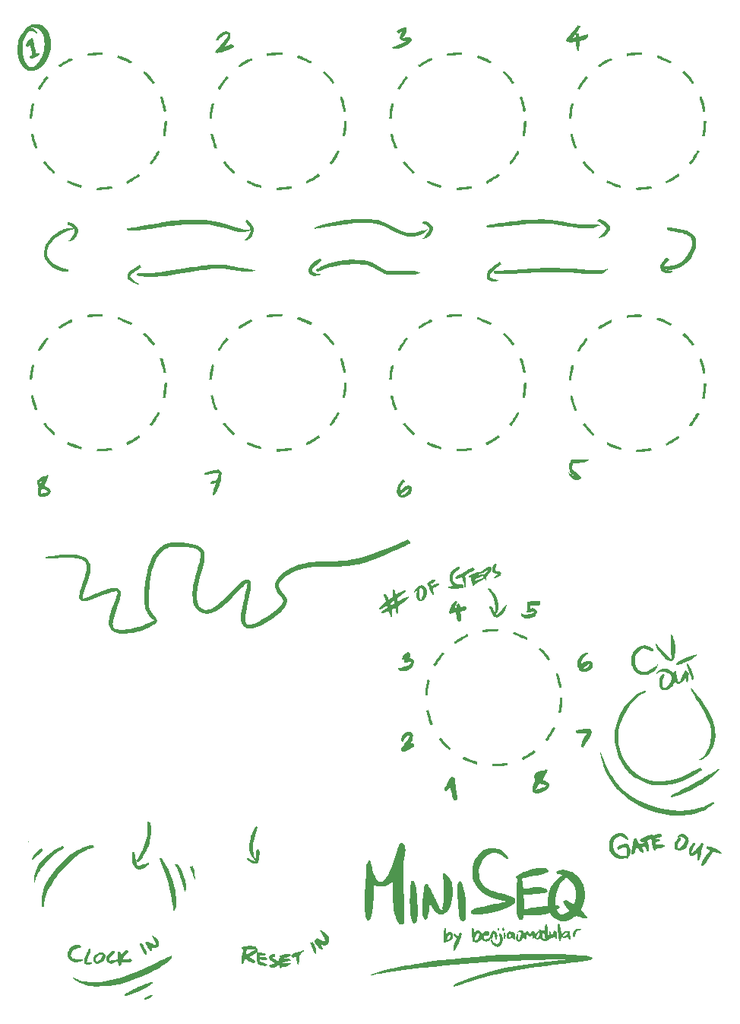
<source format=gbr>
%TF.GenerationSoftware,KiCad,Pcbnew,8.0.4+1*%
%TF.CreationDate,2024-09-11T08:07:52+08:00*%
%TF.ProjectId,MiniSeq - Panel,4d696e69-5365-4712-902d-2050616e656c,v0.1*%
%TF.SameCoordinates,Original*%
%TF.FileFunction,Legend,Top*%
%TF.FilePolarity,Positive*%
%FSLAX46Y46*%
G04 Gerber Fmt 4.6, Leading zero omitted, Abs format (unit mm)*
G04 Created by KiCad (PCBNEW 8.0.4+1) date 2024-09-11 08:07:52*
%MOMM*%
%LPD*%
G01*
G04 APERTURE LIST*
%ADD10C,0.000000*%
G04 APERTURE END LIST*
D10*
%TO.C,G\u002A\u002A\u002A*%
G36*
X52214763Y-135918299D02*
G01*
X52218030Y-135932557D01*
X52187085Y-135992503D01*
X52175626Y-136001168D01*
X52136489Y-135999230D01*
X52133222Y-135984971D01*
X52164166Y-135925026D01*
X52175626Y-135916360D01*
X52214763Y-135918299D01*
G37*
G36*
X104612538Y-145593754D02*
G01*
X104627225Y-145671205D01*
X104586088Y-145774633D01*
X104572596Y-145794338D01*
X104527018Y-145847125D01*
X104500987Y-145830480D01*
X104487788Y-145798975D01*
X104458738Y-145669832D01*
X104483401Y-145587352D01*
X104544574Y-145563272D01*
X104612538Y-145593754D01*
G37*
G36*
X105137818Y-145485447D02*
G01*
X105169169Y-145520935D01*
X105179709Y-145606731D01*
X105180634Y-145687981D01*
X105169869Y-145842315D01*
X105138072Y-145916292D01*
X105085991Y-145909072D01*
X105035122Y-145851374D01*
X104987135Y-145739871D01*
X104968614Y-145617443D01*
X104977865Y-145521208D01*
X105018518Y-145483553D01*
X105074624Y-145478464D01*
X105137818Y-145485447D01*
G37*
G36*
X105273765Y-146092052D02*
G01*
X105314943Y-146166896D01*
X105323748Y-146204632D01*
X105348673Y-146419455D01*
X105333183Y-146594657D01*
X105306354Y-146668564D01*
X105245430Y-146741009D01*
X105187141Y-146729031D01*
X105137181Y-146641813D01*
X105113314Y-146536499D01*
X105098373Y-146388723D01*
X105095826Y-146302581D01*
X105098848Y-146169838D01*
X105113969Y-146101064D01*
X105150272Y-146075475D01*
X105196536Y-146072120D01*
X105273765Y-146092052D01*
G37*
G36*
X74239102Y-89485964D02*
G01*
X74336994Y-89598874D01*
X74476821Y-89751226D01*
X74639961Y-89923093D01*
X74807789Y-90094545D01*
X74808484Y-90095242D01*
X75206251Y-90494492D01*
X75105913Y-90594830D01*
X75005575Y-90695168D01*
X74518526Y-90195581D01*
X74346335Y-90016645D01*
X74188471Y-89848337D01*
X74057591Y-89704468D01*
X73966349Y-89598849D01*
X73936281Y-89560137D01*
X73841085Y-89424280D01*
X73954286Y-89350108D01*
X74067487Y-89275936D01*
X74239102Y-89485964D01*
G37*
G36*
X112788103Y-82914375D02*
G01*
X112883021Y-82937168D01*
X112931839Y-82953618D01*
X112932343Y-82954018D01*
X112929788Y-82997769D01*
X112910056Y-83099820D01*
X112883271Y-83214090D01*
X112805541Y-83579966D01*
X112740115Y-83998380D01*
X112704981Y-84300083D01*
X112676264Y-84586310D01*
X112534787Y-84586310D01*
X112393311Y-84586310D01*
X112415307Y-84363689D01*
X112479154Y-83836039D01*
X112561757Y-83342062D01*
X112587084Y-83216851D01*
X112656841Y-82886289D01*
X112788103Y-82914375D01*
G37*
G36*
X65469639Y-79574916D02*
G01*
X65636620Y-79754739D01*
X65811415Y-79954345D01*
X65966700Y-80142111D01*
X66028777Y-80222056D01*
X66261073Y-80530844D01*
X66162005Y-80607050D01*
X66084617Y-80661911D01*
X66041736Y-80684198D01*
X66008479Y-80652997D01*
X65938831Y-80569240D01*
X65846066Y-80449116D01*
X65816837Y-80409926D01*
X65698270Y-80259163D01*
X65543816Y-80075872D01*
X65377242Y-79887807D01*
X65277446Y-79780075D01*
X64941752Y-79425437D01*
X65042275Y-79331000D01*
X65142798Y-79236564D01*
X65469639Y-79574916D01*
G37*
G36*
X66002343Y-153012427D02*
G01*
X65997872Y-153059622D01*
X65930283Y-153130940D01*
X65814392Y-153217058D01*
X65665017Y-153308654D01*
X65496976Y-153396406D01*
X65325083Y-153470992D01*
X65211341Y-153510096D01*
X65134291Y-153509353D01*
X65079153Y-153439888D01*
X65074531Y-153430030D01*
X65051816Y-153365456D01*
X65066361Y-153319179D01*
X65132504Y-153271602D01*
X65226462Y-153222334D01*
X65390777Y-153148824D01*
X65568139Y-153084638D01*
X65738467Y-153035207D01*
X65881679Y-153005965D01*
X65977696Y-153002345D01*
X66002343Y-153012427D01*
G37*
G36*
X105541426Y-79574916D02*
G01*
X105708406Y-79754739D01*
X105883201Y-79954345D01*
X106038486Y-80142111D01*
X106100563Y-80222056D01*
X106332859Y-80530844D01*
X106233792Y-80607050D01*
X106156403Y-80661911D01*
X106113522Y-80684198D01*
X106080266Y-80652997D01*
X106010618Y-80569240D01*
X105917853Y-80449116D01*
X105888624Y-80409926D01*
X105770056Y-80259163D01*
X105615602Y-80075872D01*
X105449028Y-79887807D01*
X105349233Y-79780075D01*
X105013538Y-79425437D01*
X105114061Y-79331000D01*
X105214584Y-79236564D01*
X105541426Y-79574916D01*
G37*
G36*
X126812539Y-88214884D02*
G01*
X126938607Y-88280076D01*
X126780765Y-88563994D01*
X126682181Y-88733432D01*
X126565163Y-88922317D01*
X126438859Y-89117302D01*
X126312415Y-89305040D01*
X126194979Y-89472184D01*
X126095699Y-89605387D01*
X126023721Y-89691302D01*
X125990423Y-89717195D01*
X125944681Y-89693339D01*
X125874134Y-89641193D01*
X125780276Y-89565191D01*
X126037298Y-89206552D01*
X126176301Y-89004221D01*
X126323433Y-88776613D01*
X126453429Y-88563190D01*
X126490396Y-88498802D01*
X126686472Y-88149692D01*
X126812539Y-88214884D01*
G37*
G36*
X52762433Y-82885020D02*
G01*
X52785827Y-82915478D01*
X52792282Y-82976836D01*
X52780767Y-83084004D01*
X52750247Y-83251893D01*
X52730191Y-83350487D01*
X52686671Y-83588228D01*
X52647829Y-83849570D01*
X52620095Y-84089562D01*
X52614079Y-84161942D01*
X52586967Y-84543906D01*
X52438806Y-84543906D01*
X52290645Y-84543906D01*
X52318957Y-84204415D01*
X52345862Y-83950798D01*
X52384813Y-83671845D01*
X52431017Y-83396638D01*
X52479684Y-83154262D01*
X52516258Y-83006761D01*
X52573533Y-82886376D01*
X52655649Y-82846644D01*
X52762433Y-82885020D01*
G37*
G36*
X60402003Y-77344252D02*
G01*
X60402003Y-77493418D01*
X59649332Y-77515230D01*
X59401499Y-77523810D01*
X59180405Y-77534096D01*
X59001137Y-77545176D01*
X58878781Y-77556138D01*
X58830840Y-77564664D01*
X58758363Y-77573616D01*
X58735431Y-77562698D01*
X58713380Y-77502010D01*
X58705843Y-77417779D01*
X58709895Y-77368536D01*
X58728784Y-77330369D01*
X58772612Y-77301292D01*
X58851481Y-77279315D01*
X58975490Y-77262452D01*
X59154742Y-77248714D01*
X59399337Y-77236114D01*
X59691736Y-77223779D01*
X60402003Y-77195085D01*
X60402003Y-77344252D01*
G37*
G36*
X80451184Y-48246895D02*
G01*
X80437896Y-48374926D01*
X79823038Y-48394631D01*
X79581789Y-48404410D01*
X79351112Y-48417412D01*
X79153868Y-48432106D01*
X79012921Y-48446960D01*
X78989469Y-48450468D01*
X78770759Y-48486599D01*
X78745352Y-48359565D01*
X78731405Y-48266378D01*
X78733270Y-48219214D01*
X78733409Y-48219067D01*
X78793488Y-48198139D01*
X78921865Y-48177154D01*
X79102042Y-48157518D01*
X79317520Y-48140636D01*
X79551803Y-48127913D01*
X79788393Y-48120755D01*
X79899932Y-48119704D01*
X80464472Y-48118864D01*
X80451184Y-48246895D01*
G37*
G36*
X85563197Y-50541095D02*
G01*
X85772192Y-50767082D01*
X85951699Y-50976340D01*
X86095201Y-51160099D01*
X86196183Y-51309585D01*
X86248127Y-51416026D01*
X86249536Y-51465074D01*
X86190687Y-51522099D01*
X86143337Y-51552464D01*
X86098660Y-51563220D01*
X86047858Y-51539421D01*
X85978509Y-51470431D01*
X85878190Y-51345609D01*
X85834145Y-51287667D01*
X85697830Y-51115405D01*
X85530298Y-50915916D01*
X85359776Y-50722462D01*
X85292916Y-50649797D01*
X84982894Y-50318459D01*
X85077716Y-50225757D01*
X85172538Y-50133055D01*
X85563197Y-50541095D01*
G37*
G36*
X86727906Y-59056205D02*
G01*
X86863748Y-59112472D01*
X86687390Y-59435618D01*
X86549651Y-59673233D01*
X86385513Y-59933750D01*
X86214268Y-60187928D01*
X86055204Y-60406524D01*
X86003765Y-60471957D01*
X85907091Y-60591493D01*
X85809035Y-60487118D01*
X85710980Y-60382742D01*
X85906574Y-60125552D01*
X85993134Y-60004619D01*
X86100532Y-59844199D01*
X86217925Y-59661766D01*
X86334474Y-59474790D01*
X86439335Y-59300745D01*
X86521668Y-59157101D01*
X86570630Y-59061330D01*
X86577004Y-59045114D01*
X86622470Y-59024934D01*
X86727906Y-59056205D01*
G37*
G36*
X92834220Y-82885020D02*
G01*
X92857613Y-82915478D01*
X92864069Y-82976836D01*
X92852553Y-83084004D01*
X92822033Y-83251893D01*
X92801977Y-83350487D01*
X92758458Y-83588228D01*
X92719615Y-83849570D01*
X92691882Y-84089562D01*
X92685865Y-84161942D01*
X92658753Y-84543906D01*
X92510592Y-84543906D01*
X92362431Y-84543906D01*
X92390743Y-84204415D01*
X92417649Y-83950798D01*
X92456599Y-83671845D01*
X92502804Y-83396638D01*
X92551471Y-83154262D01*
X92588044Y-83006761D01*
X92645319Y-82886376D01*
X92727435Y-82846644D01*
X92834220Y-82885020D01*
G37*
G36*
X100473789Y-77344252D02*
G01*
X100473789Y-77493418D01*
X99721118Y-77515230D01*
X99473285Y-77523810D01*
X99252192Y-77534096D01*
X99072924Y-77545176D01*
X98950567Y-77556138D01*
X98902626Y-77564664D01*
X98830150Y-77573616D01*
X98807217Y-77562698D01*
X98785166Y-77502010D01*
X98777629Y-77417779D01*
X98781681Y-77368536D01*
X98800570Y-77330369D01*
X98844399Y-77301292D01*
X98923267Y-77279315D01*
X99047276Y-77262452D01*
X99226528Y-77248714D01*
X99471123Y-77236114D01*
X99763522Y-77223779D01*
X100473789Y-77195085D01*
X100473789Y-77344252D01*
G37*
G36*
X120522970Y-48246895D02*
G01*
X120509683Y-48374926D01*
X119894825Y-48394631D01*
X119653575Y-48404410D01*
X119422898Y-48417412D01*
X119225655Y-48432106D01*
X119084708Y-48446960D01*
X119061256Y-48450468D01*
X118842545Y-48486599D01*
X118817138Y-48359565D01*
X118803191Y-48266378D01*
X118805056Y-48219214D01*
X118805196Y-48219067D01*
X118865275Y-48198139D01*
X118993651Y-48177154D01*
X119173828Y-48157518D01*
X119389307Y-48140636D01*
X119623590Y-48127913D01*
X119860179Y-48120755D01*
X119971718Y-48119704D01*
X120536258Y-48118864D01*
X120522970Y-48246895D01*
G37*
G36*
X125634983Y-50541095D02*
G01*
X125843979Y-50767082D01*
X126023486Y-50976340D01*
X126166988Y-51160099D01*
X126267969Y-51309585D01*
X126319914Y-51416026D01*
X126321322Y-51465074D01*
X126262474Y-51522099D01*
X126215123Y-51552464D01*
X126170447Y-51563220D01*
X126119645Y-51539421D01*
X126050295Y-51470431D01*
X125949977Y-51345609D01*
X125905932Y-51287667D01*
X125769616Y-51115405D01*
X125602085Y-50915916D01*
X125431562Y-50722462D01*
X125364702Y-50649797D01*
X125054680Y-50318459D01*
X125149503Y-50225757D01*
X125244325Y-50133055D01*
X125634983Y-50541095D01*
G37*
G36*
X126799692Y-59056205D02*
G01*
X126935534Y-59112472D01*
X126759176Y-59435618D01*
X126621437Y-59673233D01*
X126457300Y-59933750D01*
X126286054Y-60187928D01*
X126126991Y-60406524D01*
X126075552Y-60471957D01*
X125978877Y-60591493D01*
X125880822Y-60487118D01*
X125782766Y-60382742D01*
X125978360Y-60125552D01*
X126064920Y-60004619D01*
X126172318Y-59844199D01*
X126289712Y-59661766D01*
X126406260Y-59474790D01*
X126511121Y-59300745D01*
X126593454Y-59157101D01*
X126642417Y-59061330D01*
X126648790Y-59045114D01*
X126694256Y-59024934D01*
X126799692Y-59056205D01*
G37*
G36*
X52663947Y-53748348D02*
G01*
X52752896Y-53776372D01*
X52792335Y-53803996D01*
X52793442Y-53857961D01*
X52779106Y-53975539D01*
X52752040Y-54137501D01*
X52727142Y-54266152D01*
X52684084Y-54501649D01*
X52644814Y-54758879D01*
X52615876Y-54993559D01*
X52609306Y-55063295D01*
X52578464Y-55433556D01*
X52434151Y-55447328D01*
X52289839Y-55461100D01*
X52317351Y-55103178D01*
X52346199Y-54827084D01*
X52390853Y-54515997D01*
X52445270Y-54206843D01*
X52503405Y-53936547D01*
X52517360Y-53881098D01*
X52551553Y-53780853D01*
X52596649Y-53744165D01*
X52663947Y-53748348D01*
G37*
G36*
X60401839Y-48250966D02*
G01*
X60401675Y-48394490D01*
X59818784Y-48401329D01*
X59579456Y-48406902D01*
X59347002Y-48417177D01*
X59146537Y-48430742D01*
X59003174Y-48446183D01*
X58992630Y-48447827D01*
X58858155Y-48465738D01*
X58760910Y-48471207D01*
X58727605Y-48465724D01*
X58711469Y-48411482D01*
X58705843Y-48328763D01*
X58710492Y-48274144D01*
X58731310Y-48232253D01*
X58778603Y-48200933D01*
X58862678Y-48178027D01*
X58993840Y-48161375D01*
X59182397Y-48148822D01*
X59438653Y-48138208D01*
X59649332Y-48131235D01*
X60402003Y-48107441D01*
X60401839Y-48250966D01*
G37*
G36*
X74342718Y-79889553D02*
G01*
X74438525Y-79991788D01*
X74219609Y-80264258D01*
X73995941Y-80561559D01*
X73756557Y-80913980D01*
X73573820Y-81204591D01*
X73511950Y-81292239D01*
X73455443Y-81313968D01*
X73371797Y-81279744D01*
X73356427Y-81271254D01*
X73284373Y-81229748D01*
X73258058Y-81213045D01*
X73268088Y-81170146D01*
X73319849Y-81072107D01*
X73404610Y-80931951D01*
X73513642Y-80762700D01*
X73638215Y-80577378D01*
X73769597Y-80389006D01*
X73899061Y-80210608D01*
X74017874Y-80055205D01*
X74104772Y-79950003D01*
X74246911Y-79787318D01*
X74342718Y-79889553D01*
G37*
G36*
X92735733Y-53748348D02*
G01*
X92824682Y-53776372D01*
X92864121Y-53803996D01*
X92865229Y-53857961D01*
X92850893Y-53975539D01*
X92823826Y-54137501D01*
X92798928Y-54266152D01*
X92755870Y-54501649D01*
X92716600Y-54758879D01*
X92687662Y-54993559D01*
X92681093Y-55063295D01*
X92650250Y-55433556D01*
X92505938Y-55447328D01*
X92361625Y-55461100D01*
X92389137Y-55103178D01*
X92417986Y-54827084D01*
X92462640Y-54515997D01*
X92517056Y-54206843D01*
X92575191Y-53936547D01*
X92589146Y-53881098D01*
X92623340Y-53780853D01*
X92668436Y-53744165D01*
X92735733Y-53748348D01*
G37*
G36*
X100473625Y-48250966D02*
G01*
X100473461Y-48394490D01*
X99890570Y-48401329D01*
X99651242Y-48406902D01*
X99418788Y-48417177D01*
X99218323Y-48430742D01*
X99074960Y-48446183D01*
X99064416Y-48447827D01*
X98929941Y-48465738D01*
X98832696Y-48471207D01*
X98799391Y-48465724D01*
X98783255Y-48411482D01*
X98777629Y-48328763D01*
X98782278Y-48274144D01*
X98803096Y-48232253D01*
X98850390Y-48200933D01*
X98934464Y-48178027D01*
X99065627Y-48161375D01*
X99254183Y-48148822D01*
X99510439Y-48138208D01*
X99721118Y-48131235D01*
X100473789Y-48107441D01*
X100473625Y-48250966D01*
G37*
G36*
X125592368Y-79635832D02*
G01*
X125771996Y-79837630D01*
X125941362Y-80036111D01*
X126091509Y-80219950D01*
X126213480Y-80377825D01*
X126298321Y-80498413D01*
X126337073Y-80570392D01*
X126338522Y-80579132D01*
X126306745Y-80632552D01*
X126239090Y-80693046D01*
X126188506Y-80725716D01*
X126146656Y-80729732D01*
X126098401Y-80694808D01*
X126028602Y-80610656D01*
X125937739Y-80488259D01*
X125820224Y-80337974D01*
X125666390Y-80154767D01*
X125499594Y-79965977D01*
X125394432Y-79852316D01*
X125053998Y-79492670D01*
X125160800Y-79385869D01*
X125267601Y-79279067D01*
X125592368Y-79635832D01*
G37*
G36*
X67590890Y-56143823D02*
G01*
X67572744Y-56348969D01*
X67547663Y-56575840D01*
X67518169Y-56806999D01*
X67486785Y-57025009D01*
X67456036Y-57212435D01*
X67428443Y-57351839D01*
X67406530Y-57425785D01*
X67404997Y-57428514D01*
X67346023Y-57457733D01*
X67292654Y-57456201D01*
X67220693Y-57434540D01*
X67179016Y-57393612D01*
X67164568Y-57317483D01*
X67174290Y-57190219D01*
X67204757Y-56998018D01*
X67237749Y-56777119D01*
X67268817Y-56517093D01*
X67292706Y-56263559D01*
X67298305Y-56186227D01*
X67326605Y-55751586D01*
X67473146Y-55751586D01*
X67619688Y-55751586D01*
X67590890Y-56143823D01*
G37*
G36*
X80451184Y-77345826D02*
G01*
X80437896Y-77483639D01*
X79717028Y-77509919D01*
X79470248Y-77520399D01*
X79246217Y-77532673D01*
X79061658Y-77545612D01*
X78933294Y-77558087D01*
X78885472Y-77566034D01*
X78807733Y-77577088D01*
X78768685Y-77540063D01*
X78747364Y-77458775D01*
X78731631Y-77362692D01*
X78730097Y-77312598D01*
X78730841Y-77311437D01*
X78785805Y-77295396D01*
X78907983Y-77277407D01*
X79079849Y-77258912D01*
X79283876Y-77241357D01*
X79502539Y-77226184D01*
X79718310Y-77214839D01*
X79913663Y-77208765D01*
X79984740Y-77208132D01*
X80464472Y-77208013D01*
X80451184Y-77345826D01*
G37*
G36*
X83871157Y-147096191D02*
G01*
X83895126Y-147138076D01*
X83947972Y-147238420D01*
X84020623Y-147379841D01*
X84067056Y-147471452D01*
X84155899Y-147654974D01*
X84210569Y-147794143D01*
X84239287Y-147918061D01*
X84250274Y-148055827D01*
X84251577Y-148124593D01*
X84246030Y-148304011D01*
X84222979Y-148404400D01*
X84178864Y-148430384D01*
X84110123Y-148386588D01*
X84076381Y-148352150D01*
X83959536Y-148186918D01*
X83837211Y-147941652D01*
X83711540Y-147620785D01*
X83678951Y-147526617D01*
X83561429Y-147178944D01*
X83709265Y-147130154D01*
X83809089Y-147101947D01*
X83867171Y-147094478D01*
X83871157Y-147096191D01*
G37*
G36*
X98332229Y-114892299D02*
G01*
X98397251Y-114940071D01*
X98495419Y-115019562D01*
X98217655Y-115375808D01*
X98071889Y-115570575D01*
X97919438Y-115786977D01*
X97785374Y-115989013D01*
X97740727Y-116060684D01*
X97649316Y-116205637D01*
X97571720Y-116317929D01*
X97519588Y-116381182D01*
X97507031Y-116389315D01*
X97451906Y-116364615D01*
X97384001Y-116315108D01*
X97295502Y-116240901D01*
X97491030Y-115922871D01*
X97615779Y-115728377D01*
X97756776Y-115522022D01*
X97901258Y-115321181D01*
X98036461Y-115143226D01*
X98149623Y-115005532D01*
X98216591Y-114935233D01*
X98280258Y-114886711D01*
X98332229Y-114892299D01*
G37*
G36*
X107662676Y-56143823D02*
G01*
X107644530Y-56348969D01*
X107619449Y-56575840D01*
X107589955Y-56806999D01*
X107558572Y-57025009D01*
X107527822Y-57212435D01*
X107500229Y-57351839D01*
X107478316Y-57425785D01*
X107476783Y-57428514D01*
X107417810Y-57457733D01*
X107364441Y-57456201D01*
X107292479Y-57434540D01*
X107250803Y-57393612D01*
X107236354Y-57317483D01*
X107246076Y-57190219D01*
X107276543Y-56998018D01*
X107309535Y-56777119D01*
X107340604Y-56517093D01*
X107364492Y-56263559D01*
X107370091Y-56186227D01*
X107398391Y-55751586D01*
X107544932Y-55751586D01*
X107691474Y-55751586D01*
X107662676Y-56143823D01*
G37*
G36*
X109466924Y-114545994D02*
G01*
X109597147Y-114679972D01*
X109742253Y-114839287D01*
X109891145Y-115010493D01*
X110032726Y-115180143D01*
X110155899Y-115334792D01*
X110249567Y-115460994D01*
X110302633Y-115545301D01*
X110310498Y-115568161D01*
X110279150Y-115624211D01*
X110209918Y-115682861D01*
X110158293Y-115712483D01*
X110115149Y-115714670D01*
X110065514Y-115679033D01*
X109994412Y-115595180D01*
X109896120Y-115465117D01*
X109773032Y-115308728D01*
X109615462Y-115120542D01*
X109448042Y-114929573D01*
X109355218Y-114827988D01*
X109026513Y-114475174D01*
X109117689Y-114383999D01*
X109208865Y-114292823D01*
X109466924Y-114545994D01*
G37*
G36*
X121539282Y-92162524D02*
G01*
X121555084Y-92167714D01*
X121582267Y-92229451D01*
X121597920Y-92303839D01*
X121599814Y-92359972D01*
X121575502Y-92396800D01*
X121507847Y-92423960D01*
X121379715Y-92451087D01*
X121315359Y-92462723D01*
X121154897Y-92485523D01*
X120938227Y-92508378D01*
X120693904Y-92528616D01*
X120453507Y-92543414D01*
X119888484Y-92571232D01*
X119902255Y-92428132D01*
X119916027Y-92285031D01*
X120340067Y-92270682D01*
X120580861Y-92257185D01*
X120845755Y-92234008D01*
X121087124Y-92205509D01*
X121145311Y-92196966D01*
X121316343Y-92173895D01*
X121454466Y-92161928D01*
X121539282Y-92162524D01*
G37*
G36*
X127697162Y-85170478D02*
G01*
X127688798Y-85384691D01*
X127665905Y-85652129D01*
X127631777Y-85943106D01*
X127589712Y-86227934D01*
X127563116Y-86377879D01*
X127530340Y-86521372D01*
X127490017Y-86595526D01*
X127424159Y-86615169D01*
X127314779Y-86595123D01*
X127303162Y-86592133D01*
X127247521Y-86546315D01*
X127249625Y-86501643D01*
X127278215Y-86379680D01*
X127309096Y-86196670D01*
X127339422Y-85976217D01*
X127366345Y-85741927D01*
X127387018Y-85517405D01*
X127398595Y-85326255D01*
X127400084Y-85254173D01*
X127400334Y-84925542D01*
X127548748Y-84925542D01*
X127697162Y-84925542D01*
X127697162Y-85170478D01*
G37*
G36*
X64554941Y-90784547D02*
G01*
X64605457Y-90864077D01*
X64614361Y-90915576D01*
X64564020Y-90961301D01*
X64455152Y-91039792D01*
X64302009Y-91142279D01*
X64118841Y-91259991D01*
X63919901Y-91384159D01*
X63719439Y-91506012D01*
X63531706Y-91616781D01*
X63370953Y-91707694D01*
X63251432Y-91769983D01*
X63187394Y-91794876D01*
X63185346Y-91794991D01*
X63150869Y-91761444D01*
X63101025Y-91680019D01*
X63097525Y-91673324D01*
X63034609Y-91551658D01*
X63340259Y-91393171D01*
X63507765Y-91300776D01*
X63714289Y-91178761D01*
X63929022Y-91045632D01*
X64060612Y-90960448D01*
X64475315Y-90686213D01*
X64554941Y-90784547D01*
G37*
G36*
X82302582Y-77563934D02*
G01*
X82440338Y-77609425D01*
X82620721Y-77676856D01*
X82826573Y-77759363D01*
X83040734Y-77850083D01*
X83246047Y-77942153D01*
X83414106Y-78023024D01*
X83761267Y-78197850D01*
X83699244Y-78317789D01*
X83647808Y-78399571D01*
X83607955Y-78433790D01*
X83606507Y-78433731D01*
X83557468Y-78413711D01*
X83451925Y-78363454D01*
X83308552Y-78291976D01*
X83231787Y-78252782D01*
X83027187Y-78154368D01*
X82785367Y-78048144D01*
X82549635Y-77952903D01*
X82484843Y-77928648D01*
X82081905Y-77781466D01*
X82122730Y-77664355D01*
X82170730Y-77580244D01*
X82224611Y-77547245D01*
X82302582Y-77563934D01*
G37*
G36*
X87611678Y-56228631D02*
G01*
X87594472Y-56461759D01*
X87569548Y-56702548D01*
X87539403Y-56934720D01*
X87506532Y-57141996D01*
X87473431Y-57308099D01*
X87442595Y-57416752D01*
X87424552Y-57449212D01*
X87363206Y-57460620D01*
X87286143Y-57448990D01*
X87240232Y-57436047D01*
X87210192Y-57416900D01*
X87195491Y-57377779D01*
X87195591Y-57304910D01*
X87209960Y-57184522D01*
X87238062Y-57002842D01*
X87262848Y-56849030D01*
X87293422Y-56619344D01*
X87316417Y-56370674D01*
X87327919Y-56147850D01*
X87328547Y-56096359D01*
X87328547Y-55751586D01*
X87483448Y-55751586D01*
X87638349Y-55751586D01*
X87611678Y-56228631D01*
G37*
G36*
X104626728Y-90784547D02*
G01*
X104677244Y-90864077D01*
X104686147Y-90915576D01*
X104635806Y-90961301D01*
X104526938Y-91039792D01*
X104373795Y-91142279D01*
X104190628Y-91259991D01*
X103991687Y-91384159D01*
X103791225Y-91506012D01*
X103603492Y-91616781D01*
X103442739Y-91707694D01*
X103323218Y-91769983D01*
X103259180Y-91794876D01*
X103257132Y-91794991D01*
X103222656Y-91761444D01*
X103172811Y-91680019D01*
X103169311Y-91673324D01*
X103106395Y-91551658D01*
X103412046Y-91393171D01*
X103579551Y-91300776D01*
X103786075Y-91178761D01*
X104000809Y-91045632D01*
X104132399Y-90960448D01*
X104547102Y-90686213D01*
X104626728Y-90784547D01*
G37*
G36*
X117021753Y-91626452D02*
G01*
X117224153Y-91715138D01*
X117467356Y-91811209D01*
X117710586Y-91898862D01*
X117804924Y-91929996D01*
X117996013Y-91991856D01*
X118119456Y-92036820D01*
X118188660Y-92072947D01*
X118217032Y-92108295D01*
X118217979Y-92150925D01*
X118212888Y-92175235D01*
X118184444Y-92266912D01*
X118161387Y-92310862D01*
X118112863Y-92309881D01*
X118001825Y-92285402D01*
X117845850Y-92241808D01*
X117698889Y-92195575D01*
X117466313Y-92113732D01*
X117214622Y-92016697D01*
X116984988Y-91920620D01*
X116901793Y-91882926D01*
X116540865Y-91713790D01*
X116606292Y-91587268D01*
X116671719Y-91460746D01*
X117021753Y-91626452D01*
G37*
G36*
X127683465Y-56228631D02*
G01*
X127666258Y-56461759D01*
X127641335Y-56702548D01*
X127611190Y-56934720D01*
X127578319Y-57141996D01*
X127545217Y-57308099D01*
X127514381Y-57416752D01*
X127496338Y-57449212D01*
X127434992Y-57460620D01*
X127357930Y-57448990D01*
X127312018Y-57436047D01*
X127281979Y-57416900D01*
X127267277Y-57377779D01*
X127267378Y-57304910D01*
X127281747Y-57184522D01*
X127309849Y-57002842D01*
X127334635Y-56849030D01*
X127365209Y-56619344D01*
X127388203Y-56370674D01*
X127399705Y-56147850D01*
X127400334Y-56096359D01*
X127400334Y-55751586D01*
X127555234Y-55751586D01*
X127710135Y-55751586D01*
X127683465Y-56228631D01*
G37*
G36*
X54315196Y-79877744D02*
G01*
X54416896Y-79973287D01*
X54172006Y-80281456D01*
X54032975Y-80465120D01*
X53878348Y-80682869D01*
X53735574Y-80895719D01*
X53698032Y-80954582D01*
X53598148Y-81107417D01*
X53511369Y-81228693D01*
X53449109Y-81303089D01*
X53426544Y-81319081D01*
X53357259Y-81299026D01*
X53309933Y-81275401D01*
X53248749Y-81221747D01*
X53235726Y-81190843D01*
X53260064Y-81124607D01*
X53327012Y-81004488D01*
X53427472Y-80843828D01*
X53552348Y-80655965D01*
X53692541Y-80454238D01*
X53838954Y-80251988D01*
X53982490Y-80062554D01*
X54114051Y-79899276D01*
X54127100Y-79883839D01*
X54213496Y-79782202D01*
X54315196Y-79877744D01*
G37*
G36*
X64848176Y-147270297D02*
G01*
X64928491Y-147373757D01*
X65026329Y-147541847D01*
X65119334Y-147721022D01*
X65245113Y-147983492D01*
X65324084Y-148182633D01*
X65357764Y-148324812D01*
X65347670Y-148416394D01*
X65296198Y-148463409D01*
X65232103Y-148483763D01*
X65183917Y-148474177D01*
X65123679Y-148422355D01*
X65067115Y-148362655D01*
X65002233Y-148272455D01*
X64917379Y-148125415D01*
X64824434Y-147943297D01*
X64749850Y-147781534D01*
X64665630Y-147586943D01*
X64612777Y-147454937D01*
X64587785Y-147370795D01*
X64587147Y-147319797D01*
X64607356Y-147287223D01*
X64628071Y-147270367D01*
X64706397Y-147226336D01*
X64776955Y-147223735D01*
X64848176Y-147270297D01*
G37*
G36*
X72762028Y-82856370D02*
G01*
X72813635Y-82888398D01*
X72831498Y-82959000D01*
X72819402Y-83082698D01*
X72782384Y-83268274D01*
X72743001Y-83472747D01*
X72702537Y-83721206D01*
X72667358Y-83973154D01*
X72654095Y-84084551D01*
X72603369Y-84543906D01*
X72458988Y-84543906D01*
X72314608Y-84543906D01*
X72339105Y-84321285D01*
X72358383Y-84145772D01*
X72377996Y-83966749D01*
X72384434Y-83907846D01*
X72402115Y-83783085D01*
X72432557Y-83604181D01*
X72470714Y-83399910D01*
X72494137Y-83282387D01*
X72535881Y-83086611D01*
X72568947Y-82959847D01*
X72599316Y-82887576D01*
X72632969Y-82855280D01*
X72672890Y-82848395D01*
X72762028Y-82856370D01*
G37*
G36*
X81455923Y-92131197D02*
G01*
X81494822Y-92160938D01*
X81516617Y-92208715D01*
X81522026Y-92227505D01*
X81534949Y-92295119D01*
X81514816Y-92335096D01*
X81443769Y-92362601D01*
X81334745Y-92386536D01*
X81130208Y-92421159D01*
X80872923Y-92454536D01*
X80594927Y-92483417D01*
X80328255Y-92504554D01*
X80104945Y-92514696D01*
X80066861Y-92515125D01*
X79823038Y-92515859D01*
X79823038Y-92367445D01*
X79823038Y-92219031D01*
X80151669Y-92218912D01*
X80357489Y-92212633D01*
X80599524Y-92196155D01*
X80830272Y-92172827D01*
X80861936Y-92168818D01*
X81102926Y-92138302D01*
X81273342Y-92121067D01*
X81386552Y-92118303D01*
X81455923Y-92131197D01*
G37*
G36*
X84581457Y-61678471D02*
G01*
X84635078Y-61757910D01*
X84636015Y-61815162D01*
X84581580Y-61867045D01*
X84468786Y-61950987D01*
X84313007Y-62057143D01*
X84129615Y-62175668D01*
X83933986Y-62296718D01*
X83741491Y-62410447D01*
X83567505Y-62507011D01*
X83505256Y-62539271D01*
X83180295Y-62703099D01*
X83134029Y-62570383D01*
X83105532Y-62477881D01*
X83097821Y-62429539D01*
X83098557Y-62428311D01*
X83138836Y-62406294D01*
X83236064Y-62356235D01*
X83371263Y-62287877D01*
X83408758Y-62269077D01*
X83576558Y-62178564D01*
X83781697Y-62058372D01*
X83992135Y-61927601D01*
X84101847Y-61855869D01*
X84495528Y-61592541D01*
X84581457Y-61678471D01*
G37*
G36*
X87624066Y-85124275D02*
G01*
X87617179Y-85329620D01*
X87599776Y-85557809D01*
X87574178Y-85793943D01*
X87542703Y-86023126D01*
X87507673Y-86230458D01*
X87471406Y-86401042D01*
X87436223Y-86519979D01*
X87404443Y-86572372D01*
X87398401Y-86573524D01*
X87319479Y-86561233D01*
X87254340Y-86549373D01*
X87180063Y-86529274D01*
X87158931Y-86515515D01*
X87167151Y-86469596D01*
X87188871Y-86362436D01*
X87219687Y-86215691D01*
X87225199Y-86189834D01*
X87255161Y-86016187D01*
X87284080Y-85790568D01*
X87308138Y-85545766D01*
X87320608Y-85370784D01*
X87349749Y-84861936D01*
X87487562Y-84848649D01*
X87625375Y-84835361D01*
X87624066Y-85124275D01*
G37*
G36*
X94386983Y-79877744D02*
G01*
X94488683Y-79973287D01*
X94243792Y-80281456D01*
X94104762Y-80465120D01*
X93950134Y-80682869D01*
X93807360Y-80895719D01*
X93769818Y-80954582D01*
X93669934Y-81107417D01*
X93583156Y-81228693D01*
X93520895Y-81303089D01*
X93498330Y-81319081D01*
X93429046Y-81299026D01*
X93381719Y-81275401D01*
X93320535Y-81221747D01*
X93307512Y-81190843D01*
X93331850Y-81124607D01*
X93398798Y-81004488D01*
X93499258Y-80843828D01*
X93624134Y-80655965D01*
X93764327Y-80454238D01*
X93910741Y-80251988D01*
X94054277Y-80062554D01*
X94185838Y-79899276D01*
X94198887Y-79883839D01*
X94285282Y-79782202D01*
X94386983Y-79877744D01*
G37*
G36*
X111654750Y-120385893D02*
G01*
X111636823Y-120627903D01*
X111610636Y-120885126D01*
X111580450Y-121118443D01*
X111563513Y-121223372D01*
X111534451Y-121386716D01*
X111512162Y-121514098D01*
X111500088Y-121585756D01*
X111498889Y-121594407D01*
X111463429Y-121606089D01*
X111382582Y-121605260D01*
X111294336Y-121594931D01*
X111236679Y-121578115D01*
X111231470Y-121573205D01*
X111230976Y-121520709D01*
X111243652Y-121403579D01*
X111267158Y-121240557D01*
X111291057Y-121096160D01*
X111325806Y-120858307D01*
X111352871Y-120600484D01*
X111368162Y-120364935D01*
X111370103Y-120279883D01*
X111371619Y-119908848D01*
X111526520Y-119908848D01*
X111681421Y-119908848D01*
X111654750Y-120385893D01*
G37*
G36*
X113618119Y-145622784D02*
G01*
X113726468Y-145665081D01*
X113768946Y-145702784D01*
X113758964Y-145729383D01*
X113684539Y-145757076D01*
X113617961Y-145775536D01*
X113417892Y-145839089D01*
X113283292Y-145910279D01*
X113195048Y-146002947D01*
X113136477Y-146124222D01*
X113091958Y-146266712D01*
X113062372Y-146399279D01*
X113058418Y-146429284D01*
X113029461Y-146537484D01*
X112968962Y-146567382D01*
X112879263Y-146524288D01*
X112834834Y-146478591D01*
X112816784Y-146411062D01*
X112820871Y-146296549D01*
X112828653Y-146224251D01*
X112889935Y-145976816D01*
X113006647Y-145785761D01*
X113161083Y-145665149D01*
X113298125Y-145621877D01*
X113462484Y-145607754D01*
X113618119Y-145622784D01*
G37*
G36*
X124653244Y-61678471D02*
G01*
X124706865Y-61757910D01*
X124707801Y-61815162D01*
X124653366Y-61867045D01*
X124540572Y-61950987D01*
X124384793Y-62057143D01*
X124201402Y-62175668D01*
X124005772Y-62296718D01*
X123813278Y-62410447D01*
X123639292Y-62507011D01*
X123577042Y-62539271D01*
X123252081Y-62703099D01*
X123205816Y-62570383D01*
X123177318Y-62477881D01*
X123169608Y-62429539D01*
X123170343Y-62428311D01*
X123210622Y-62406294D01*
X123307851Y-62356235D01*
X123443049Y-62287877D01*
X123480544Y-62269077D01*
X123648345Y-62178564D01*
X123853483Y-62058372D01*
X124063922Y-61927601D01*
X124173634Y-61855869D01*
X124567314Y-61592541D01*
X124653244Y-61678471D01*
G37*
G36*
X52642224Y-86244176D02*
G01*
X52681602Y-86265959D01*
X52713718Y-86320656D01*
X52746422Y-86423359D01*
X52787564Y-86589162D01*
X52802771Y-86653654D01*
X52864401Y-86889374D01*
X52941956Y-87148796D01*
X53021173Y-87384941D01*
X53041367Y-87439593D01*
X53182870Y-87812242D01*
X53062509Y-87874483D01*
X52976306Y-87912563D01*
X52930864Y-87904051D01*
X52902705Y-87862268D01*
X52845192Y-87735192D01*
X52778382Y-87558434D01*
X52707008Y-87348264D01*
X52635805Y-87120955D01*
X52569508Y-86892777D01*
X52512849Y-86680003D01*
X52470564Y-86498903D01*
X52447388Y-86365750D01*
X52447566Y-86297986D01*
X52501844Y-86255554D01*
X52587734Y-86240215D01*
X52642224Y-86244176D01*
G37*
G36*
X53710341Y-136752109D02*
G01*
X53765438Y-136839222D01*
X53786035Y-136898720D01*
X53754901Y-136942604D01*
X53669279Y-137026359D01*
X53541983Y-137138254D01*
X53385827Y-137266559D01*
X53373539Y-137276334D01*
X53187093Y-137427576D01*
X53000388Y-137584595D01*
X52837299Y-137727021D01*
X52737479Y-137819070D01*
X52629986Y-137915220D01*
X52551784Y-137970719D01*
X52516530Y-137976175D01*
X52515789Y-137971506D01*
X52540890Y-137865895D01*
X52606304Y-137715338D01*
X52700601Y-137542083D01*
X52812355Y-137368380D01*
X52857568Y-137306158D01*
X52976357Y-137172341D01*
X53135924Y-137023145D01*
X53304812Y-136887629D01*
X53330797Y-136869018D01*
X53635589Y-136654970D01*
X53710341Y-136752109D01*
G37*
G36*
X66659666Y-88137327D02*
G01*
X66681153Y-88148622D01*
X66761252Y-88191750D01*
X66797184Y-88213306D01*
X66790101Y-88259130D01*
X66743056Y-88362109D01*
X66663881Y-88509337D01*
X66560409Y-88687910D01*
X66440469Y-88884922D01*
X66311895Y-89087471D01*
X66182518Y-89282650D01*
X66060169Y-89457556D01*
X65966714Y-89581702D01*
X65889457Y-89679432D01*
X65777554Y-89591409D01*
X65665652Y-89503387D01*
X65894344Y-89199391D01*
X66030758Y-89006245D01*
X66174970Y-88783457D01*
X66297368Y-88576911D01*
X66305007Y-88563055D01*
X66412036Y-88368014D01*
X66487233Y-88236562D01*
X66540096Y-88158233D01*
X66580123Y-88122561D01*
X66616813Y-88119081D01*
X66659666Y-88137327D01*
G37*
G36*
X81496108Y-63015547D02*
G01*
X81498197Y-63020152D01*
X81530239Y-63140416D01*
X81529112Y-63212145D01*
X81480666Y-63253146D01*
X81370754Y-63281222D01*
X81277525Y-63297859D01*
X81146457Y-63316396D01*
X80953943Y-63338344D01*
X80723166Y-63361590D01*
X80477309Y-63384025D01*
X80239554Y-63403537D01*
X80033084Y-63418016D01*
X79881080Y-63425349D01*
X79876043Y-63425474D01*
X79837708Y-63388152D01*
X79823042Y-63286564D01*
X79823038Y-63284659D01*
X79823038Y-63142607D01*
X80321285Y-63112492D01*
X80561159Y-63094832D01*
X80810247Y-63071250D01*
X81033458Y-63045307D01*
X81152134Y-63028202D01*
X81337197Y-63002474D01*
X81448965Y-62998323D01*
X81496108Y-63015547D01*
G37*
G36*
X92714010Y-86244176D02*
G01*
X92753388Y-86265959D01*
X92785504Y-86320656D01*
X92818209Y-86423359D01*
X92859351Y-86589162D01*
X92874557Y-86653654D01*
X92936188Y-86889374D01*
X93013742Y-87148796D01*
X93092959Y-87384941D01*
X93113154Y-87439593D01*
X93254656Y-87812242D01*
X93134295Y-87874483D01*
X93048092Y-87912563D01*
X93002651Y-87904051D01*
X92974491Y-87862268D01*
X92916979Y-87735192D01*
X92850168Y-87558434D01*
X92778795Y-87348264D01*
X92707592Y-87120955D01*
X92641294Y-86892777D01*
X92584635Y-86680003D01*
X92542351Y-86498903D01*
X92519174Y-86365750D01*
X92519353Y-86297986D01*
X92573630Y-86255554D01*
X92659520Y-86240215D01*
X92714010Y-86244176D01*
G37*
G36*
X106366794Y-112632501D02*
G01*
X106537428Y-112683498D01*
X106747726Y-112759581D01*
X106985632Y-112856456D01*
X107239088Y-112969832D01*
X107439644Y-113066867D01*
X107612945Y-113155143D01*
X107719502Y-113218832D01*
X107768357Y-113271416D01*
X107768550Y-113326374D01*
X107729124Y-113397187D01*
X107694492Y-113446836D01*
X107643761Y-113453886D01*
X107529050Y-113418296D01*
X107347198Y-113338965D01*
X107245800Y-113290262D01*
X107028831Y-113188665D01*
X106794777Y-113086619D01*
X106580629Y-112999983D01*
X106493239Y-112967632D01*
X106306685Y-112894087D01*
X106195090Y-112827315D01*
X106150179Y-112757824D01*
X106163677Y-112676122D01*
X106192752Y-112622933D01*
X106247883Y-112610882D01*
X106366794Y-112632501D01*
G37*
G36*
X106731452Y-88137327D02*
G01*
X106752939Y-88148622D01*
X106833038Y-88191750D01*
X106868970Y-88213306D01*
X106861887Y-88259130D01*
X106814842Y-88362109D01*
X106735668Y-88509337D01*
X106632195Y-88687910D01*
X106512256Y-88884922D01*
X106383681Y-89087471D01*
X106254304Y-89282650D01*
X106131955Y-89457556D01*
X106038501Y-89581702D01*
X105961243Y-89679432D01*
X105849341Y-89591409D01*
X105737438Y-89503387D01*
X105966130Y-89199391D01*
X106102544Y-89006245D01*
X106246756Y-88783457D01*
X106369154Y-88576911D01*
X106376793Y-88563055D01*
X106483823Y-88368014D01*
X106559020Y-88236562D01*
X106611882Y-88158233D01*
X106651909Y-88122561D01*
X106688599Y-88119081D01*
X106731452Y-88137327D01*
G37*
G36*
X108630208Y-125832222D02*
G01*
X108675033Y-125917382D01*
X108676207Y-125977082D01*
X108618537Y-126032798D01*
X108501998Y-126118805D01*
X108341639Y-126226097D01*
X108152507Y-126345671D01*
X107949653Y-126468523D01*
X107748125Y-126585647D01*
X107562971Y-126688039D01*
X107409240Y-126766696D01*
X107301981Y-126812612D01*
X107266296Y-126820701D01*
X107224250Y-126786363D01*
X107178841Y-126709211D01*
X107146196Y-126626200D01*
X107140232Y-126586970D01*
X107181178Y-126564310D01*
X107279207Y-126513606D01*
X107415463Y-126444572D01*
X107458824Y-126422817D01*
X107629251Y-126330637D01*
X107836505Y-126208451D01*
X108048425Y-126075572D01*
X108160472Y-126001440D01*
X108555716Y-125733465D01*
X108630208Y-125832222D01*
G37*
G36*
X121567894Y-63015547D02*
G01*
X121569984Y-63020152D01*
X121602026Y-63140416D01*
X121600898Y-63212145D01*
X121552452Y-63253146D01*
X121442540Y-63281222D01*
X121349311Y-63297859D01*
X121218243Y-63316396D01*
X121025729Y-63338344D01*
X120794952Y-63361590D01*
X120549095Y-63384025D01*
X120311340Y-63403537D01*
X120104870Y-63418016D01*
X119952867Y-63425349D01*
X119947830Y-63425474D01*
X119909495Y-63388152D01*
X119894828Y-63286564D01*
X119894825Y-63284659D01*
X119894825Y-63142607D01*
X120393072Y-63112492D01*
X120632946Y-63094832D01*
X120882034Y-63071250D01*
X121105245Y-63045307D01*
X121223921Y-63028202D01*
X121408984Y-63002474D01*
X121520752Y-62998323D01*
X121567894Y-63015547D01*
G37*
G36*
X57028501Y-77806353D02*
G01*
X57050076Y-77855564D01*
X57073541Y-77935990D01*
X57082064Y-77988648D01*
X57068570Y-78031786D01*
X57020329Y-78075913D01*
X56924612Y-78131536D01*
X56768689Y-78209164D01*
X56705952Y-78239428D01*
X56488968Y-78350129D01*
X56254610Y-78479686D01*
X56043230Y-78605514D01*
X55981677Y-78644798D01*
X55653338Y-78859676D01*
X55580975Y-78749236D01*
X55535268Y-78668509D01*
X55544641Y-78616447D01*
X55610598Y-78556214D01*
X55728170Y-78471058D01*
X55888117Y-78369069D01*
X56076490Y-78257627D01*
X56279339Y-78144108D01*
X56482714Y-78035890D01*
X56672665Y-77940350D01*
X56835244Y-77864866D01*
X56956498Y-77816814D01*
X57022480Y-77803572D01*
X57028501Y-77806353D01*
G37*
G36*
X70457117Y-138643878D02*
G01*
X70514616Y-138742758D01*
X70573185Y-138906664D01*
X70627870Y-139116026D01*
X70673715Y-139351278D01*
X70705767Y-139592849D01*
X70710437Y-139644429D01*
X70727355Y-139861870D01*
X70735446Y-140006362D01*
X70734257Y-140089348D01*
X70723333Y-140122273D01*
X70702217Y-140116580D01*
X70692042Y-140107290D01*
X70665471Y-140043033D01*
X70663773Y-140021871D01*
X70646293Y-139961345D01*
X70599171Y-139843894D01*
X70530380Y-139688602D01*
X70476238Y-139573095D01*
X70387062Y-139377773D01*
X70305113Y-139182267D01*
X70242870Y-139017019D01*
X70223305Y-138956174D01*
X70157908Y-138730878D01*
X70294229Y-138673007D01*
X70391966Y-138641781D01*
X70453179Y-138640966D01*
X70457117Y-138643878D01*
G37*
G36*
X74289515Y-50735120D02*
G01*
X74352868Y-50781747D01*
X74449725Y-50860177D01*
X74177431Y-51217484D01*
X74032838Y-51413708D01*
X73880075Y-51631488D01*
X73744558Y-51834265D01*
X73700600Y-51903422D01*
X73607985Y-52047593D01*
X73530742Y-52159284D01*
X73480259Y-52222422D01*
X73468649Y-52230764D01*
X73413659Y-52211165D01*
X73356427Y-52182106D01*
X73283565Y-52139854D01*
X73256372Y-52122211D01*
X73265590Y-52078321D01*
X73316935Y-51979585D01*
X73401578Y-51838946D01*
X73510687Y-51669349D01*
X73635430Y-51483737D01*
X73766976Y-51295054D01*
X73896494Y-51116243D01*
X74015153Y-50960250D01*
X74114121Y-50840016D01*
X74173519Y-50777971D01*
X74237470Y-50729251D01*
X74289515Y-50735120D01*
G37*
G36*
X77094025Y-91631489D02*
G01*
X77314899Y-91721604D01*
X77538274Y-91806801D01*
X77736452Y-91876835D01*
X77868896Y-91918033D01*
X78007860Y-91962813D01*
X78106461Y-92007447D01*
X78143872Y-92042454D01*
X78143840Y-92043166D01*
X78137212Y-92124823D01*
X78133239Y-92176627D01*
X78118698Y-92228470D01*
X78076105Y-92252021D01*
X77992196Y-92246758D01*
X77853706Y-92212158D01*
X77681636Y-92158794D01*
X77521105Y-92103241D01*
X77321022Y-92028552D01*
X77103864Y-91943732D01*
X76892112Y-91857784D01*
X76708243Y-91779712D01*
X76574738Y-91718517D01*
X76547080Y-91704376D01*
X76499783Y-91668744D01*
X76500566Y-91617985D01*
X76535482Y-91542976D01*
X76598340Y-91421423D01*
X77094025Y-91631489D01*
G37*
G36*
X86686851Y-88122419D02*
G01*
X86758590Y-88167089D01*
X86799360Y-88202455D01*
X86812788Y-88242542D01*
X86795488Y-88307342D01*
X86744071Y-88416843D01*
X86702381Y-88498761D01*
X86589629Y-88703777D01*
X86451451Y-88932544D01*
X86303463Y-89161049D01*
X86161283Y-89365278D01*
X86040529Y-89521219D01*
X86027691Y-89536152D01*
X85908013Y-89673140D01*
X85807598Y-89588908D01*
X85741187Y-89524932D01*
X85735976Y-89474010D01*
X85777060Y-89409516D01*
X85893169Y-89245784D01*
X86025428Y-89050425D01*
X86161583Y-88842526D01*
X86289382Y-88641177D01*
X86396569Y-88465463D01*
X86470891Y-88334471D01*
X86484699Y-88307262D01*
X86556414Y-88176363D01*
X86618276Y-88117575D01*
X86686851Y-88122419D01*
G37*
G36*
X96771822Y-117912391D02*
G01*
X96829599Y-117930346D01*
X96864355Y-117956247D01*
X96877321Y-118005844D01*
X96869728Y-118094886D01*
X96842807Y-118239124D01*
X96809732Y-118397468D01*
X96773218Y-118593555D01*
X96735397Y-118833606D01*
X96702459Y-119077107D01*
X96691496Y-119171341D01*
X96643378Y-119612020D01*
X96525694Y-119612020D01*
X96433015Y-119601763D01*
X96388439Y-119580217D01*
X96380273Y-119515612D01*
X96385875Y-119384361D01*
X96402866Y-119203076D01*
X96428868Y-118988368D01*
X96461503Y-118756849D01*
X96498391Y-118525129D01*
X96537155Y-118309819D01*
X96575416Y-118127532D01*
X96610796Y-117994878D01*
X96618718Y-117971938D01*
X96657810Y-117908698D01*
X96726020Y-117901565D01*
X96771822Y-117912391D01*
G37*
G36*
X97100288Y-77806353D02*
G01*
X97121862Y-77855564D01*
X97145327Y-77935990D01*
X97153851Y-77988648D01*
X97140357Y-78031786D01*
X97092115Y-78075913D01*
X96996398Y-78131536D01*
X96840475Y-78209164D01*
X96777739Y-78239428D01*
X96560755Y-78350129D01*
X96326396Y-78479686D01*
X96115016Y-78605514D01*
X96053464Y-78644798D01*
X95725124Y-78859676D01*
X95652761Y-78749236D01*
X95607054Y-78668509D01*
X95616427Y-78616447D01*
X95682384Y-78556214D01*
X95799956Y-78471058D01*
X95959903Y-78369069D01*
X96148276Y-78257627D01*
X96351125Y-78144108D01*
X96554500Y-78035890D01*
X96744452Y-77940350D01*
X96907030Y-77864866D01*
X97028285Y-77816814D01*
X97094267Y-77803572D01*
X97100288Y-77806353D01*
G37*
G36*
X110759204Y-123210834D02*
G01*
X110771057Y-123216360D01*
X110905184Y-123279966D01*
X110695529Y-123653558D01*
X110576844Y-123855876D01*
X110447014Y-124061992D01*
X110315166Y-124259076D01*
X110190427Y-124434297D01*
X110081923Y-124574825D01*
X109998781Y-124667829D01*
X109950841Y-124700500D01*
X109886385Y-124671698D01*
X109827640Y-124619855D01*
X109793666Y-124575010D01*
X109788121Y-124529617D01*
X109817740Y-124465090D01*
X109889259Y-124362846D01*
X109949948Y-124282417D01*
X110037189Y-124160529D01*
X110145155Y-123999203D01*
X110262970Y-123815979D01*
X110379760Y-123628396D01*
X110484649Y-123453993D01*
X110566764Y-123310311D01*
X110615228Y-123214889D01*
X110620973Y-123200154D01*
X110662065Y-123179008D01*
X110759204Y-123210834D01*
G37*
G36*
X114170857Y-89366986D02*
G01*
X114243336Y-89447720D01*
X114332665Y-89558180D01*
X114433324Y-89678509D01*
X114575376Y-89836035D01*
X114739001Y-90009256D01*
X114885812Y-90158306D01*
X115042412Y-90314741D01*
X115146575Y-90424055D01*
X115206407Y-90498515D01*
X115230014Y-90550390D01*
X115225502Y-90591946D01*
X115201043Y-90635351D01*
X115143850Y-90707951D01*
X115105521Y-90734891D01*
X115062167Y-90708285D01*
X114973376Y-90637490D01*
X114855845Y-90536037D01*
X114815203Y-90499589D01*
X114676539Y-90365524D01*
X114509444Y-90191162D01*
X114338358Y-90002513D01*
X114230909Y-89877792D01*
X113906634Y-89491297D01*
X114006656Y-89414371D01*
X114086309Y-89359038D01*
X114133324Y-89336502D01*
X114170857Y-89366986D01*
G37*
G36*
X114361301Y-50735120D02*
G01*
X114424654Y-50781747D01*
X114521511Y-50860177D01*
X114249217Y-51217484D01*
X114104624Y-51413708D01*
X113951862Y-51631488D01*
X113816344Y-51834265D01*
X113772386Y-51903422D01*
X113679772Y-52047593D01*
X113602529Y-52159284D01*
X113552046Y-52222422D01*
X113540435Y-52230764D01*
X113485445Y-52211165D01*
X113428214Y-52182106D01*
X113355352Y-52139854D01*
X113328159Y-52122211D01*
X113337376Y-52078321D01*
X113388722Y-51979585D01*
X113473365Y-51838946D01*
X113582473Y-51669349D01*
X113707216Y-51483737D01*
X113838762Y-51295054D01*
X113968281Y-51116243D01*
X114086939Y-50960250D01*
X114185907Y-50840016D01*
X114245306Y-50777971D01*
X114309256Y-50729251D01*
X114361301Y-50735120D01*
G37*
G36*
X124653731Y-90831707D02*
G01*
X124707770Y-90910541D01*
X124727938Y-90956418D01*
X124693881Y-90997076D01*
X124599517Y-91070747D01*
X124458526Y-91168986D01*
X124284584Y-91283350D01*
X124091370Y-91405393D01*
X123892563Y-91526672D01*
X123701839Y-91638743D01*
X123532879Y-91733160D01*
X123399359Y-91801480D01*
X123314957Y-91835258D01*
X123300935Y-91837395D01*
X123254521Y-91802934D01*
X123207556Y-91725906D01*
X123174945Y-91643611D01*
X123168946Y-91605672D01*
X123209052Y-91583055D01*
X123306984Y-91529351D01*
X123445932Y-91453750D01*
X123541569Y-91401935D01*
X123753947Y-91280857D01*
X123989811Y-91136888D01*
X124204414Y-90997501D01*
X124241235Y-90972323D01*
X124580467Y-90737704D01*
X124653731Y-90831707D01*
G37*
G36*
X52662277Y-57153479D02*
G01*
X52694352Y-57196520D01*
X52727134Y-57283385D01*
X52767848Y-57427680D01*
X52812026Y-57597643D01*
X52875686Y-57828028D01*
X52948903Y-58067413D01*
X53020626Y-58280635D01*
X53058636Y-58382117D01*
X53184650Y-58698664D01*
X53093577Y-58750166D01*
X53004180Y-58791017D01*
X52954533Y-58803171D01*
X52921264Y-58766385D01*
X52869125Y-58665817D01*
X52806058Y-58518140D01*
X52757269Y-58389026D01*
X52693000Y-58199937D01*
X52627501Y-57989868D01*
X52565041Y-57774833D01*
X52509889Y-57570841D01*
X52466313Y-57393905D01*
X52438581Y-57260037D01*
X52430961Y-57185246D01*
X52433887Y-57175940D01*
X52484251Y-57159128D01*
X52571341Y-57144441D01*
X52623682Y-57140654D01*
X52662277Y-57153479D01*
G37*
G36*
X62532240Y-48556918D02*
G01*
X62731014Y-48632613D01*
X62943729Y-48721368D01*
X63155420Y-48815999D01*
X63351122Y-48909323D01*
X63515870Y-48994155D01*
X63634699Y-49063313D01*
X63692644Y-49109611D01*
X63695572Y-49115359D01*
X63679814Y-49176236D01*
X63634304Y-49244381D01*
X63599293Y-49281812D01*
X63562009Y-49298727D01*
X63506402Y-49291309D01*
X63416417Y-49255741D01*
X63276003Y-49188204D01*
X63164836Y-49132734D01*
X62947021Y-49029980D01*
X62706727Y-48926369D01*
X62484622Y-48839151D01*
X62412165Y-48813458D01*
X62253820Y-48756594D01*
X62131611Y-48706802D01*
X62063733Y-48671771D01*
X62055759Y-48662841D01*
X62069464Y-48604808D01*
X62097033Y-48524677D01*
X62138306Y-48416120D01*
X62532240Y-48556918D01*
G37*
G36*
X64517713Y-61635002D02*
G01*
X64572500Y-61705688D01*
X64599986Y-61752691D01*
X64604155Y-61792545D01*
X64574825Y-61837198D01*
X64501812Y-61898599D01*
X64374932Y-61988693D01*
X64269948Y-62060649D01*
X64060810Y-62197693D01*
X63823648Y-62344080D01*
X63599423Y-62474769D01*
X63529641Y-62513214D01*
X63158949Y-62713167D01*
X63116202Y-62600734D01*
X63084956Y-62509108D01*
X63073612Y-62459259D01*
X63108641Y-62427400D01*
X63201172Y-62369539D01*
X63332616Y-62297124D01*
X63359839Y-62282982D01*
X63520359Y-62194526D01*
X63719871Y-62076134D01*
X63927738Y-61946283D01*
X64045251Y-61869543D01*
X64207035Y-61763388D01*
X64343013Y-61677337D01*
X64437803Y-61620915D01*
X64475015Y-61603339D01*
X64517713Y-61635002D01*
G37*
G36*
X67082256Y-82094884D02*
G01*
X67117294Y-82164671D01*
X67164510Y-82297773D01*
X67219908Y-82478364D01*
X67279491Y-82690621D01*
X67339263Y-82918718D01*
X67395227Y-83146832D01*
X67443386Y-83359139D01*
X67479744Y-83539813D01*
X67500304Y-83673032D01*
X67501070Y-83742970D01*
X67499438Y-83746703D01*
X67446037Y-83771528D01*
X67359561Y-83780634D01*
X67302237Y-83776740D01*
X67262814Y-83754318D01*
X67232956Y-83697259D01*
X67204328Y-83589455D01*
X67168594Y-83414798D01*
X67167569Y-83409599D01*
X67120217Y-83198386D01*
X67055678Y-82948756D01*
X66984953Y-82702277D01*
X66954943Y-82606259D01*
X66815401Y-82173955D01*
X66944293Y-82129023D01*
X67035196Y-82101158D01*
X67081476Y-82094315D01*
X67082256Y-82094884D01*
G37*
G36*
X76658885Y-62340756D02*
G01*
X76759317Y-62384897D01*
X76899288Y-62448364D01*
X76958113Y-62475438D01*
X77151615Y-62558511D01*
X77386139Y-62649979D01*
X77621331Y-62734346D01*
X77703548Y-62761665D01*
X77876963Y-62820452D01*
X78015795Y-62872832D01*
X78103003Y-62912049D01*
X78124271Y-62928464D01*
X78125258Y-63076103D01*
X78100313Y-63156776D01*
X78073873Y-63169216D01*
X78011670Y-63155426D01*
X77890683Y-63121200D01*
X77732620Y-63072810D01*
X77660434Y-63049782D01*
X77454812Y-62978229D01*
X77213038Y-62886361D01*
X76975755Y-62789847D01*
X76887619Y-62751873D01*
X76475239Y-62570325D01*
X76538875Y-62447266D01*
X76586144Y-62363264D01*
X76615507Y-62324507D01*
X76616653Y-62324207D01*
X76658885Y-62340756D01*
G37*
G36*
X82325266Y-48470089D02*
G01*
X82495253Y-48526125D01*
X82604874Y-48566421D01*
X82836433Y-48658139D01*
X83090831Y-48767070D01*
X83324527Y-48874343D01*
X83396572Y-48909605D01*
X83569873Y-48997881D01*
X83676430Y-49061570D01*
X83725285Y-49114154D01*
X83725479Y-49169112D01*
X83686052Y-49239925D01*
X83651420Y-49289574D01*
X83600606Y-49296923D01*
X83486085Y-49261468D01*
X83304579Y-49182076D01*
X83213904Y-49138458D01*
X82996021Y-49036676D01*
X82757973Y-48933357D01*
X82539060Y-48845310D01*
X82461232Y-48816556D01*
X82286925Y-48750865D01*
X82180259Y-48699378D01*
X82127157Y-48653620D01*
X82113504Y-48607238D01*
X82121135Y-48516687D01*
X82150667Y-48464335D01*
X82214557Y-48449148D01*
X82325266Y-48470089D01*
G37*
G36*
X92734063Y-57153479D02*
G01*
X92766138Y-57196520D01*
X92798920Y-57283385D01*
X92839634Y-57427680D01*
X92883813Y-57597643D01*
X92947472Y-57828028D01*
X93020690Y-58067413D01*
X93092412Y-58280635D01*
X93130422Y-58382117D01*
X93256436Y-58698664D01*
X93165363Y-58750166D01*
X93075966Y-58791017D01*
X93026319Y-58803171D01*
X92993051Y-58766385D01*
X92940912Y-58665817D01*
X92877844Y-58518140D01*
X92829056Y-58389026D01*
X92764786Y-58199937D01*
X92699287Y-57989868D01*
X92636828Y-57774833D01*
X92581676Y-57570841D01*
X92538099Y-57393905D01*
X92510367Y-57260037D01*
X92502748Y-57185246D01*
X92505674Y-57175940D01*
X92556037Y-57159128D01*
X92643128Y-57144441D01*
X92695468Y-57140654D01*
X92734063Y-57153479D01*
G37*
G36*
X101150331Y-112967302D02*
G01*
X101176028Y-113065256D01*
X101160644Y-113110902D01*
X101142987Y-113119472D01*
X101056186Y-113156131D01*
X100914777Y-113225370D01*
X100737459Y-113317118D01*
X100542930Y-113421306D01*
X100349886Y-113527866D01*
X100177025Y-113626728D01*
X100043045Y-113707823D01*
X100007911Y-113730742D01*
X99885079Y-113810653D01*
X99790235Y-113867119D01*
X99745291Y-113887479D01*
X99701453Y-113856594D01*
X99647938Y-113792070D01*
X99607698Y-113722915D01*
X99619628Y-113672661D01*
X99691957Y-113607058D01*
X99692486Y-113606633D01*
X99825598Y-113511589D01*
X100013457Y-113393191D01*
X100234035Y-113264120D01*
X100465307Y-113137058D01*
X100685248Y-113024688D01*
X100785167Y-112977482D01*
X101103335Y-112832489D01*
X101150331Y-112967302D01*
G37*
G36*
X102604027Y-48556918D02*
G01*
X102802801Y-48632613D01*
X103015516Y-48721368D01*
X103227207Y-48815999D01*
X103422909Y-48909323D01*
X103587657Y-48994155D01*
X103706485Y-49063313D01*
X103764430Y-49109611D01*
X103767358Y-49115359D01*
X103751600Y-49176236D01*
X103706091Y-49244381D01*
X103671079Y-49281812D01*
X103633796Y-49298727D01*
X103578188Y-49291309D01*
X103488204Y-49255741D01*
X103347789Y-49188204D01*
X103236622Y-49132734D01*
X103018807Y-49029980D01*
X102778514Y-48926369D01*
X102556408Y-48839151D01*
X102483951Y-48813458D01*
X102325606Y-48756594D01*
X102203398Y-48706802D01*
X102135519Y-48671771D01*
X102127546Y-48662841D01*
X102141250Y-48604808D01*
X102168819Y-48524677D01*
X102210092Y-48416120D01*
X102604027Y-48556918D01*
G37*
G36*
X104589500Y-61635002D02*
G01*
X104644286Y-61705688D01*
X104671772Y-61752691D01*
X104675942Y-61792545D01*
X104646612Y-61837198D01*
X104573598Y-61898599D01*
X104446718Y-61988693D01*
X104341734Y-62060649D01*
X104132596Y-62197693D01*
X103895434Y-62344080D01*
X103671209Y-62474769D01*
X103601428Y-62513214D01*
X103230735Y-62713167D01*
X103187989Y-62600734D01*
X103156743Y-62509108D01*
X103145399Y-62459259D01*
X103180427Y-62427400D01*
X103272958Y-62369539D01*
X103404402Y-62297124D01*
X103431626Y-62282982D01*
X103592146Y-62194526D01*
X103791657Y-62076134D01*
X103999524Y-61946283D01*
X104117037Y-61869543D01*
X104278822Y-61763388D01*
X104414799Y-61677337D01*
X104509590Y-61620915D01*
X104546802Y-61603339D01*
X104589500Y-61635002D01*
G37*
G36*
X105537254Y-127170203D02*
G01*
X105541182Y-127177187D01*
X105573374Y-127297985D01*
X105572073Y-127369829D01*
X105523117Y-127410750D01*
X105412346Y-127438780D01*
X105323275Y-127454654D01*
X105140878Y-127481085D01*
X104920478Y-127505463D01*
X104708827Y-127522638D01*
X104702702Y-127523012D01*
X104509090Y-127535121D01*
X104321278Y-127547578D01*
X104176352Y-127557914D01*
X104162938Y-127558947D01*
X104035161Y-127563914D01*
X103939694Y-127558795D01*
X103919115Y-127554164D01*
X103880233Y-127501904D01*
X103866110Y-127417046D01*
X103866110Y-127299591D01*
X104347450Y-127270814D01*
X104588040Y-127253050D01*
X104841707Y-127228799D01*
X105070632Y-127201901D01*
X105178211Y-127186436D01*
X105368418Y-127160325D01*
X105485189Y-127154988D01*
X105537254Y-127170203D01*
G37*
G36*
X107154042Y-82094884D02*
G01*
X107189080Y-82164671D01*
X107236296Y-82297773D01*
X107291694Y-82478364D01*
X107351278Y-82690621D01*
X107411049Y-82918718D01*
X107467013Y-83146832D01*
X107515172Y-83359139D01*
X107551530Y-83539813D01*
X107572091Y-83673032D01*
X107572857Y-83742970D01*
X107571224Y-83746703D01*
X107517823Y-83771528D01*
X107431347Y-83780634D01*
X107374023Y-83776740D01*
X107334600Y-83754318D01*
X107304742Y-83697259D01*
X107276114Y-83589455D01*
X107240380Y-83414798D01*
X107239356Y-83409599D01*
X107192004Y-83198386D01*
X107127464Y-82948756D01*
X107056739Y-82702277D01*
X107026729Y-82606259D01*
X106887188Y-82173955D01*
X107016079Y-82129023D01*
X107106982Y-82101158D01*
X107153263Y-82094315D01*
X107154042Y-82094884D01*
G37*
G36*
X114383862Y-79908217D02*
G01*
X114443403Y-79961504D01*
X114476249Y-80004276D01*
X114482966Y-80047385D01*
X114456494Y-80107410D01*
X114389772Y-80200928D01*
X114285370Y-80332539D01*
X114156582Y-80498757D01*
X114022513Y-80685013D01*
X113872615Y-80906681D01*
X113696340Y-81179136D01*
X113597830Y-81334744D01*
X113559207Y-81377091D01*
X113505339Y-81371869D01*
X113438509Y-81338927D01*
X113363194Y-81292951D01*
X113345046Y-81247763D01*
X113376208Y-81169855D01*
X113391744Y-81139470D01*
X113475107Y-80992101D01*
X113586194Y-80816267D01*
X113715362Y-80625015D01*
X113852969Y-80431393D01*
X113989372Y-80248446D01*
X114114928Y-80089222D01*
X114219995Y-79966769D01*
X114294930Y-79894132D01*
X114322727Y-79879813D01*
X114383862Y-79908217D01*
G37*
G36*
X116730672Y-62340756D02*
G01*
X116831103Y-62384897D01*
X116971075Y-62448364D01*
X117029900Y-62475438D01*
X117223402Y-62558511D01*
X117457925Y-62649979D01*
X117693117Y-62734346D01*
X117775335Y-62761665D01*
X117948749Y-62820452D01*
X118087582Y-62872832D01*
X118174789Y-62912049D01*
X118196057Y-62928464D01*
X118197044Y-63076103D01*
X118172099Y-63156776D01*
X118145659Y-63169216D01*
X118083457Y-63155426D01*
X117962469Y-63121200D01*
X117804406Y-63072810D01*
X117732220Y-63049782D01*
X117526598Y-62978229D01*
X117284824Y-62886361D01*
X117047541Y-62789847D01*
X116959406Y-62751873D01*
X116547025Y-62570325D01*
X116610661Y-62447266D01*
X116657931Y-62363264D01*
X116687293Y-62324507D01*
X116688439Y-62324207D01*
X116730672Y-62340756D01*
G37*
G36*
X122397052Y-48470089D02*
G01*
X122567040Y-48526125D01*
X122676660Y-48566421D01*
X122908220Y-48658139D01*
X123162617Y-48767070D01*
X123396314Y-48874343D01*
X123468358Y-48909605D01*
X123641659Y-48997881D01*
X123748217Y-49061570D01*
X123797071Y-49114154D01*
X123797265Y-49169112D01*
X123757838Y-49239925D01*
X123723206Y-49289574D01*
X123672392Y-49296923D01*
X123557872Y-49261468D01*
X123376366Y-49182076D01*
X123285690Y-49138458D01*
X123067807Y-49036676D01*
X122829760Y-48933357D01*
X122610846Y-48845310D01*
X122533019Y-48816556D01*
X122358711Y-48750865D01*
X122252045Y-48699378D01*
X122198943Y-48653620D01*
X122185290Y-48607238D01*
X122192922Y-48516687D01*
X122222453Y-48464335D01*
X122286343Y-48449148D01*
X122397052Y-48470089D01*
G37*
G36*
X65185028Y-50185312D02*
G01*
X65281137Y-50270736D01*
X65408900Y-50398914D01*
X65557503Y-50558233D01*
X65716133Y-50737079D01*
X65873977Y-50923839D01*
X66020222Y-51106898D01*
X66029042Y-51118358D01*
X66264608Y-51425197D01*
X66163773Y-51509184D01*
X66086873Y-51567985D01*
X66042030Y-51592683D01*
X66041736Y-51592684D01*
X66008993Y-51560708D01*
X65938080Y-51475060D01*
X65840930Y-51350489D01*
X65773401Y-51261042D01*
X65621192Y-51069243D01*
X65441413Y-50860547D01*
X65268203Y-50674286D01*
X65235915Y-50641759D01*
X65102694Y-50507967D01*
X65021518Y-50418408D01*
X64983704Y-50358115D01*
X64980568Y-50312125D01*
X65003428Y-50265473D01*
X65010880Y-50253944D01*
X65076806Y-50180632D01*
X65131387Y-50154257D01*
X65185028Y-50185312D01*
G37*
G36*
X72665118Y-86243616D02*
G01*
X72704544Y-86263911D01*
X72737419Y-86315422D01*
X72771259Y-86412619D01*
X72813579Y-86569971D01*
X72842472Y-86684524D01*
X72904512Y-86912896D01*
X72977458Y-87152527D01*
X73049526Y-87365646D01*
X73080928Y-87448900D01*
X73140076Y-87601499D01*
X73184559Y-87723309D01*
X73206802Y-87793361D01*
X73208013Y-87800822D01*
X73172742Y-87836305D01*
X73087348Y-87878346D01*
X73082252Y-87880295D01*
X72956490Y-87927765D01*
X72826511Y-87590717D01*
X72767452Y-87425447D01*
X72703816Y-87227376D01*
X72640023Y-87012948D01*
X72580491Y-86798606D01*
X72529642Y-86600795D01*
X72491895Y-86435958D01*
X72471671Y-86320538D01*
X72472161Y-86272410D01*
X72524756Y-86248805D01*
X72611626Y-86240066D01*
X72665118Y-86243616D01*
G37*
G36*
X72710778Y-57144106D02*
G01*
X72741090Y-57200745D01*
X72773266Y-57313403D01*
X72803029Y-57438219D01*
X72850631Y-57620037D01*
X72917572Y-57847228D01*
X72993534Y-58085714D01*
X73043414Y-58232220D01*
X73112816Y-58432996D01*
X73155482Y-58569213D01*
X73174083Y-58655860D01*
X73171288Y-58707926D01*
X73149770Y-58740398D01*
X73135966Y-58751669D01*
X73036155Y-58800248D01*
X72959849Y-58771980D01*
X72897369Y-58666861D01*
X72825927Y-58482491D01*
X72751597Y-58268923D01*
X72678469Y-58040768D01*
X72610636Y-57812633D01*
X72552192Y-57599128D01*
X72507227Y-57414861D01*
X72479834Y-57274441D01*
X72474106Y-57192477D01*
X72480341Y-57178138D01*
X72539181Y-57157464D01*
X72617458Y-57136653D01*
X72672759Y-57127928D01*
X72710778Y-57144106D01*
G37*
G36*
X96753850Y-121301368D02*
G01*
X96784161Y-121358007D01*
X96816338Y-121470665D01*
X96846100Y-121595481D01*
X96893702Y-121777299D01*
X96960643Y-122004490D01*
X97036606Y-122242977D01*
X97086486Y-122389482D01*
X97155888Y-122590258D01*
X97198554Y-122726475D01*
X97217154Y-122813123D01*
X97214360Y-122865188D01*
X97192842Y-122897660D01*
X97179038Y-122908931D01*
X97074584Y-122958160D01*
X96996107Y-122927209D01*
X96948559Y-122845325D01*
X96866936Y-122627132D01*
X96785651Y-122389867D01*
X96708570Y-122147320D01*
X96639561Y-121913279D01*
X96582490Y-121701532D01*
X96541225Y-121525868D01*
X96519633Y-121400074D01*
X96521580Y-121337940D01*
X96524844Y-121334516D01*
X96582465Y-121314550D01*
X96660530Y-121293915D01*
X96715831Y-121285190D01*
X96753850Y-121301368D01*
G37*
G36*
X105256815Y-50185312D02*
G01*
X105352924Y-50270736D01*
X105480686Y-50398914D01*
X105629289Y-50558233D01*
X105787919Y-50737079D01*
X105945763Y-50923839D01*
X106092008Y-51106898D01*
X106100828Y-51118358D01*
X106336395Y-51425197D01*
X106235560Y-51509184D01*
X106158659Y-51567985D01*
X106113816Y-51592683D01*
X106113522Y-51592684D01*
X106080779Y-51560708D01*
X106009866Y-51475060D01*
X105912717Y-51350489D01*
X105845188Y-51261042D01*
X105692978Y-51069243D01*
X105513199Y-50860547D01*
X105339989Y-50674286D01*
X105307702Y-50641759D01*
X105174480Y-50507967D01*
X105093304Y-50418408D01*
X105055490Y-50358115D01*
X105052355Y-50312125D01*
X105075214Y-50265473D01*
X105082666Y-50253944D01*
X105148592Y-50180632D01*
X105203173Y-50154257D01*
X105256815Y-50185312D01*
G37*
G36*
X112782565Y-57144106D02*
G01*
X112812876Y-57200745D01*
X112845052Y-57313403D01*
X112874815Y-57438219D01*
X112922417Y-57620037D01*
X112989358Y-57847228D01*
X113065321Y-58085714D01*
X113115200Y-58232220D01*
X113184602Y-58432996D01*
X113227268Y-58569213D01*
X113245869Y-58655860D01*
X113243075Y-58707926D01*
X113221556Y-58740398D01*
X113207752Y-58751669D01*
X113107941Y-58800248D01*
X113031635Y-58771980D01*
X112969155Y-58666861D01*
X112897714Y-58482491D01*
X112823383Y-58268923D01*
X112750255Y-58040768D01*
X112682423Y-57812633D01*
X112623978Y-57599128D01*
X112579013Y-57414861D01*
X112551621Y-57274441D01*
X112545892Y-57192477D01*
X112552127Y-57178138D01*
X112610968Y-57157464D01*
X112689244Y-57136653D01*
X112744545Y-57127928D01*
X112782565Y-57144106D01*
G37*
G36*
X117137038Y-77879417D02*
G01*
X117172456Y-77965166D01*
X117174828Y-77971898D01*
X117219388Y-78099723D01*
X116786739Y-78316413D01*
X116574256Y-78426835D01*
X116354286Y-78547770D01*
X116159092Y-78661197D01*
X116066541Y-78718638D01*
X115931297Y-78804787D01*
X115826158Y-78869666D01*
X115769010Y-78902304D01*
X115763988Y-78904173D01*
X115732959Y-78872806D01*
X115678822Y-78797084D01*
X115677115Y-78794484D01*
X115631072Y-78714606D01*
X115618829Y-78672697D01*
X115619233Y-78672250D01*
X115695223Y-78616678D01*
X115826177Y-78533662D01*
X115997622Y-78431229D01*
X116195088Y-78317404D01*
X116404103Y-78200214D01*
X116610197Y-78087685D01*
X116798898Y-77987842D01*
X116955736Y-77908713D01*
X117066240Y-77858322D01*
X117112443Y-77844073D01*
X117137038Y-77879417D01*
G37*
G36*
X122438158Y-77641908D02*
G01*
X122593337Y-77693634D01*
X122789700Y-77767872D01*
X123011891Y-77859048D01*
X123239006Y-77957817D01*
X123450144Y-78054835D01*
X123624403Y-78140754D01*
X123740880Y-78206231D01*
X123743224Y-78207756D01*
X123807051Y-78258000D01*
X123809760Y-78307681D01*
X123770150Y-78375255D01*
X123713137Y-78448833D01*
X123674505Y-78476405D01*
X123627600Y-78457531D01*
X123521066Y-78409218D01*
X123371534Y-78339136D01*
X123223539Y-78268418D01*
X123010515Y-78170557D01*
X122786205Y-78075275D01*
X122584408Y-77996618D01*
X122492751Y-77964716D01*
X122330154Y-77907496D01*
X122235119Y-77860382D01*
X122192590Y-77814334D01*
X122185971Y-77780467D01*
X122195166Y-77679594D01*
X122231553Y-77624733D01*
X122308196Y-77613099D01*
X122438158Y-77641908D01*
G37*
G36*
X125626648Y-116112085D02*
G01*
X125692982Y-116176014D01*
X125774591Y-116301287D01*
X125877860Y-116495046D01*
X125934820Y-116610009D01*
X126105624Y-116988715D01*
X126218901Y-117306842D01*
X126274584Y-117564045D01*
X126272606Y-117759980D01*
X126212903Y-117894303D01*
X126186701Y-117920107D01*
X126140872Y-117946454D01*
X126135135Y-117933638D01*
X126123250Y-117878970D01*
X126081003Y-117771361D01*
X126017229Y-117633078D01*
X126010311Y-117619031D01*
X125943814Y-117473555D01*
X125859614Y-117272868D01*
X125767823Y-117041877D01*
X125678556Y-116805487D01*
X125665954Y-116770951D01*
X125583499Y-116539384D01*
X125529344Y-116374040D01*
X125500464Y-116262333D01*
X125493834Y-116191676D01*
X125506430Y-116149482D01*
X125514257Y-116139694D01*
X125569202Y-116102359D01*
X125626648Y-116112085D01*
G37*
G36*
X54063228Y-89314282D02*
G01*
X54125852Y-89379189D01*
X54159592Y-89422325D01*
X54276674Y-89563792D01*
X54436482Y-89742323D01*
X54619652Y-89937213D01*
X54806818Y-90127756D01*
X54942487Y-90259439D01*
X55065117Y-90382537D01*
X55126474Y-90469771D01*
X55132088Y-90537521D01*
X55087490Y-90602169D01*
X55065298Y-90623270D01*
X55025453Y-90652661D01*
X54983892Y-90656219D01*
X54926102Y-90626001D01*
X54837572Y-90554067D01*
X54703789Y-90432474D01*
X54685187Y-90415264D01*
X54548216Y-90282251D01*
X54397362Y-90125690D01*
X54244040Y-89958694D01*
X54099664Y-89794379D01*
X53975649Y-89645861D01*
X53883409Y-89526255D01*
X53834359Y-89448677D01*
X53829382Y-89431919D01*
X53862857Y-89385474D01*
X53938153Y-89334081D01*
X54010063Y-89302992D01*
X54063228Y-89314282D01*
G37*
G36*
X54247964Y-50731503D02*
G01*
X54321194Y-50794235D01*
X54323307Y-50796216D01*
X54419861Y-50886923D01*
X54246997Y-51082443D01*
X54165966Y-51182052D01*
X54060777Y-51322591D01*
X53941608Y-51489082D01*
X53818638Y-51666545D01*
X53702048Y-51840001D01*
X53602016Y-51994470D01*
X53528721Y-52114973D01*
X53492343Y-52186531D01*
X53490150Y-52196188D01*
X53470445Y-52226606D01*
X53402253Y-52211928D01*
X53331135Y-52180299D01*
X53258236Y-52128111D01*
X53235726Y-52086535D01*
X53259247Y-52023859D01*
X53323621Y-51909247D01*
X53419567Y-51755920D01*
X53537800Y-51577101D01*
X53669038Y-51386013D01*
X53803999Y-51195876D01*
X53933399Y-51019914D01*
X54047957Y-50871349D01*
X54138389Y-50763402D01*
X54195412Y-50709295D01*
X54205293Y-50705509D01*
X54247964Y-50731503D01*
G37*
G36*
X57027581Y-48746681D02*
G01*
X57070167Y-48823315D01*
X57093691Y-48903647D01*
X57085953Y-48945850D01*
X57045140Y-48968259D01*
X56944635Y-49020049D01*
X56800715Y-49092903D01*
X56670451Y-49158172D01*
X56461464Y-49266857D01*
X56242844Y-49387718D01*
X56049776Y-49501056D01*
X55980063Y-49544705D01*
X55841977Y-49631247D01*
X55730766Y-49696241D01*
X55665735Y-49728545D01*
X55658598Y-49730217D01*
X55616151Y-49696924D01*
X55567981Y-49624271D01*
X55532568Y-49542831D01*
X55529012Y-49502037D01*
X55617381Y-49435115D01*
X55759264Y-49343717D01*
X55939415Y-49236123D01*
X56142586Y-49120611D01*
X56353531Y-49005461D01*
X56557002Y-48898951D01*
X56737751Y-48809360D01*
X56880532Y-48744968D01*
X56970097Y-48714054D01*
X56983036Y-48712520D01*
X57027581Y-48746681D01*
G37*
G36*
X61429395Y-92103811D02*
G01*
X61462105Y-92140045D01*
X61479593Y-92198136D01*
X61493306Y-92289921D01*
X61485127Y-92337354D01*
X61420718Y-92364530D01*
X61290639Y-92392655D01*
X61110864Y-92420371D01*
X60897366Y-92446320D01*
X60666119Y-92469146D01*
X60433099Y-92487489D01*
X60214277Y-92499993D01*
X60025630Y-92505299D01*
X59883129Y-92502051D01*
X59802751Y-92488890D01*
X59791970Y-92481263D01*
X59779752Y-92408060D01*
X59790445Y-92326991D01*
X59808924Y-92272343D01*
X59843149Y-92240041D01*
X59912363Y-92224093D01*
X60035811Y-92218506D01*
X60141575Y-92217644D01*
X60281703Y-92215589D01*
X60415381Y-92209532D01*
X60560855Y-92197715D01*
X60736376Y-92178382D01*
X60960190Y-92149776D01*
X61233707Y-92112472D01*
X61361340Y-92097434D01*
X61429395Y-92103811D01*
G37*
G36*
X67540758Y-84854982D02*
G01*
X67590423Y-84884661D01*
X67597140Y-84942507D01*
X67595094Y-85066418D01*
X67585800Y-85238274D01*
X67570775Y-85439958D01*
X67551533Y-85653350D01*
X67529591Y-85860332D01*
X67506463Y-86042786D01*
X67483665Y-86182593D01*
X67480600Y-86197662D01*
X67442054Y-86377726D01*
X67415566Y-86489947D01*
X67396474Y-86549627D01*
X67380114Y-86572066D01*
X67366053Y-86573524D01*
X67303330Y-86561598D01*
X67239649Y-86549373D01*
X67190848Y-86537779D01*
X67161749Y-86515393D01*
X67151265Y-86466708D01*
X67158308Y-86376215D01*
X67181790Y-86228407D01*
X67207059Y-86084612D01*
X67237402Y-85883084D01*
X67266608Y-85637757D01*
X67290027Y-85389570D01*
X67297331Y-85289537D01*
X67326347Y-84840734D01*
X67444811Y-84840734D01*
X67540758Y-84854982D01*
G37*
G36*
X72742499Y-53765276D02*
G01*
X72834730Y-53815283D01*
X72851909Y-53868616D01*
X72826796Y-53959272D01*
X72793793Y-54113407D01*
X72756457Y-54310465D01*
X72718349Y-54529894D01*
X72683028Y-54751139D01*
X72654054Y-54953648D01*
X72634985Y-55116866D01*
X72634128Y-55126127D01*
X72617999Y-55290889D01*
X72601242Y-55388647D01*
X72575904Y-55436888D01*
X72534031Y-55453099D01*
X72484666Y-55454758D01*
X72391174Y-55444668D01*
X72345368Y-55422955D01*
X72337159Y-55358257D01*
X72342751Y-55226913D01*
X72359760Y-55045528D01*
X72385806Y-54830706D01*
X72418509Y-54599051D01*
X72455486Y-54367168D01*
X72494358Y-54151661D01*
X72532742Y-53969135D01*
X72568259Y-53836194D01*
X72576197Y-53813227D01*
X72609411Y-53751870D01*
X72663081Y-53741989D01*
X72742499Y-53765276D01*
G37*
G36*
X77053845Y-77833934D02*
G01*
X77100157Y-77907061D01*
X77136546Y-77985548D01*
X77143901Y-78033891D01*
X77142572Y-78035474D01*
X77101966Y-78057682D01*
X77001645Y-78109302D01*
X76857861Y-78182038D01*
X76727546Y-78247321D01*
X76520727Y-78354635D01*
X76306283Y-78472644D01*
X76118357Y-78582319D01*
X76049082Y-78625461D01*
X75911347Y-78713751D01*
X75799042Y-78785342D01*
X75733290Y-78826774D01*
X75728231Y-78829869D01*
X75678846Y-78816391D01*
X75618321Y-78747222D01*
X75611631Y-78736328D01*
X75540255Y-78615498D01*
X75868875Y-78404937D01*
X76019401Y-78312846D01*
X76200071Y-78208926D01*
X76394884Y-78101585D01*
X76587842Y-77999233D01*
X76762944Y-77910278D01*
X76904190Y-77843130D01*
X76995581Y-77806198D01*
X77016720Y-77801669D01*
X77053845Y-77833934D01*
G37*
G36*
X77067330Y-48749205D02*
G01*
X77107761Y-48811029D01*
X77124489Y-48860935D01*
X77125886Y-48903612D01*
X77095388Y-48946555D01*
X77020918Y-48998565D01*
X76890401Y-49068444D01*
X76737018Y-49143368D01*
X76524212Y-49250690D01*
X76301014Y-49371919D01*
X76102914Y-49487470D01*
X76027880Y-49534698D01*
X75888451Y-49623637D01*
X75776418Y-49691293D01*
X75710288Y-49726624D01*
X75701653Y-49729309D01*
X75658290Y-49699151D01*
X75604866Y-49634808D01*
X75564626Y-49565653D01*
X75576556Y-49515399D01*
X75648886Y-49449796D01*
X75649414Y-49449371D01*
X75780903Y-49355454D01*
X75966307Y-49238379D01*
X76182876Y-49111246D01*
X76407858Y-48987154D01*
X76618500Y-48879202D01*
X76731820Y-48826168D01*
X76896040Y-48758251D01*
X77002317Y-48732104D01*
X77067330Y-48749205D01*
G37*
G36*
X87113628Y-53051025D02*
G01*
X87170779Y-53167007D01*
X87236436Y-53339319D01*
X87306102Y-53554635D01*
X87375281Y-53799629D01*
X87439475Y-54060975D01*
X87464461Y-54175229D01*
X87504660Y-54374548D01*
X87525945Y-54506899D01*
X87529325Y-54587747D01*
X87515806Y-54632559D01*
X87495500Y-54651625D01*
X87397643Y-54687202D01*
X87309893Y-54679578D01*
X87268356Y-54638480D01*
X87253521Y-54574682D01*
X87227069Y-54450496D01*
X87193823Y-54288736D01*
X87180987Y-54225041D01*
X87131588Y-54006694D01*
X87066498Y-53756351D01*
X86998320Y-53521967D01*
X86985984Y-53482971D01*
X86929782Y-53304150D01*
X86898869Y-53188319D01*
X86891263Y-53118165D01*
X86904979Y-53076375D01*
X86936050Y-53047105D01*
X87022215Y-53007614D01*
X87069479Y-53004701D01*
X87113628Y-53051025D01*
G37*
G36*
X94135014Y-89314282D02*
G01*
X94197638Y-89379189D01*
X94231379Y-89422325D01*
X94348461Y-89563792D01*
X94508268Y-89742323D01*
X94691438Y-89937213D01*
X94878605Y-90127756D01*
X95014274Y-90259439D01*
X95136903Y-90382537D01*
X95198260Y-90469771D01*
X95203874Y-90537521D01*
X95159276Y-90602169D01*
X95137085Y-90623270D01*
X95097239Y-90652661D01*
X95055678Y-90656219D01*
X94997889Y-90626001D01*
X94909358Y-90554067D01*
X94775576Y-90432474D01*
X94756974Y-90415264D01*
X94620002Y-90282251D01*
X94469148Y-90125690D01*
X94315826Y-89958694D01*
X94171450Y-89794379D01*
X94047435Y-89645861D01*
X93955195Y-89526255D01*
X93906145Y-89448677D01*
X93901168Y-89431919D01*
X93934644Y-89385474D01*
X94009939Y-89334081D01*
X94081849Y-89302992D01*
X94135014Y-89314282D01*
G37*
G36*
X94319750Y-50731503D02*
G01*
X94392980Y-50794235D01*
X94395094Y-50796216D01*
X94491647Y-50886923D01*
X94318783Y-51082443D01*
X94237752Y-51182052D01*
X94132563Y-51322591D01*
X94013394Y-51489082D01*
X93890425Y-51666545D01*
X93773834Y-51840001D01*
X93673802Y-51994470D01*
X93600508Y-52114973D01*
X93564129Y-52186531D01*
X93561936Y-52196188D01*
X93542232Y-52226606D01*
X93474039Y-52211928D01*
X93402921Y-52180299D01*
X93330022Y-52128111D01*
X93307512Y-52086535D01*
X93331033Y-52023859D01*
X93395408Y-51909247D01*
X93491353Y-51755920D01*
X93609586Y-51577101D01*
X93740824Y-51386013D01*
X93875785Y-51195876D01*
X94005186Y-51019914D01*
X94119743Y-50871349D01*
X94210175Y-50763402D01*
X94267198Y-50709295D01*
X94277080Y-50705509D01*
X94319750Y-50731503D01*
G37*
G36*
X97099367Y-48746681D02*
G01*
X97141953Y-48823315D01*
X97165478Y-48903647D01*
X97157740Y-48945850D01*
X97116926Y-48968259D01*
X97016421Y-49020049D01*
X96872501Y-49092903D01*
X96742237Y-49158172D01*
X96533250Y-49266857D01*
X96314630Y-49387718D01*
X96121562Y-49501056D01*
X96051850Y-49544705D01*
X95913763Y-49631247D01*
X95802552Y-49696241D01*
X95737522Y-49728545D01*
X95730384Y-49730217D01*
X95687937Y-49696924D01*
X95639767Y-49624271D01*
X95604355Y-49542831D01*
X95600798Y-49502037D01*
X95689167Y-49435115D01*
X95831050Y-49343717D01*
X96011201Y-49236123D01*
X96214373Y-49120611D01*
X96425317Y-49005461D01*
X96628788Y-48898951D01*
X96809537Y-48809360D01*
X96952318Y-48744968D01*
X97041884Y-48714054D01*
X97054823Y-48712520D01*
X97099367Y-48746681D01*
G37*
G36*
X101501182Y-92103811D02*
G01*
X101533891Y-92140045D01*
X101551380Y-92198136D01*
X101565092Y-92289921D01*
X101556913Y-92337354D01*
X101492505Y-92364530D01*
X101362426Y-92392655D01*
X101182650Y-92420371D01*
X100969152Y-92446320D01*
X100737906Y-92469146D01*
X100504885Y-92487489D01*
X100286064Y-92499993D01*
X100097416Y-92505299D01*
X99954916Y-92502051D01*
X99874537Y-92488890D01*
X99863756Y-92481263D01*
X99851539Y-92408060D01*
X99862231Y-92326991D01*
X99880710Y-92272343D01*
X99914935Y-92240041D01*
X99984149Y-92224093D01*
X100107597Y-92218506D01*
X100213361Y-92217644D01*
X100353490Y-92215589D01*
X100487167Y-92209532D01*
X100632642Y-92197715D01*
X100808162Y-92178382D01*
X101031976Y-92149776D01*
X101305493Y-92112472D01*
X101433126Y-92097434D01*
X101501182Y-92103811D01*
G37*
G36*
X107612544Y-84854982D02*
G01*
X107662210Y-84884661D01*
X107668926Y-84942507D01*
X107666880Y-85066418D01*
X107657587Y-85238274D01*
X107642561Y-85439958D01*
X107623320Y-85653350D01*
X107601377Y-85860332D01*
X107578249Y-86042786D01*
X107555451Y-86182593D01*
X107552386Y-86197662D01*
X107513840Y-86377726D01*
X107487352Y-86489947D01*
X107468260Y-86549627D01*
X107451900Y-86572066D01*
X107437840Y-86573524D01*
X107375116Y-86561598D01*
X107311436Y-86549373D01*
X107262635Y-86537779D01*
X107233536Y-86515393D01*
X107223051Y-86466708D01*
X107230094Y-86376215D01*
X107253576Y-86228407D01*
X107278845Y-86084612D01*
X107309189Y-85883084D01*
X107338394Y-85637757D01*
X107361813Y-85389570D01*
X107369117Y-85289537D01*
X107398133Y-84840734D01*
X107516597Y-84840734D01*
X107612544Y-84854982D01*
G37*
G36*
X112814286Y-53765276D02*
G01*
X112906516Y-53815283D01*
X112923695Y-53868616D01*
X112898583Y-53959272D01*
X112865579Y-54113407D01*
X112828243Y-54310465D01*
X112790135Y-54529894D01*
X112754814Y-54751139D01*
X112725840Y-54953648D01*
X112706772Y-55116866D01*
X112705915Y-55126127D01*
X112689785Y-55290889D01*
X112673028Y-55388647D01*
X112647690Y-55436888D01*
X112605818Y-55453099D01*
X112556452Y-55454758D01*
X112462960Y-55444668D01*
X112417154Y-55422955D01*
X112408946Y-55358257D01*
X112414537Y-55226913D01*
X112431546Y-55045528D01*
X112457593Y-54830706D01*
X112490295Y-54599051D01*
X112527272Y-54367168D01*
X112566144Y-54151661D01*
X112604529Y-53969135D01*
X112640045Y-53836194D01*
X112647984Y-53813227D01*
X112681197Y-53751870D01*
X112734867Y-53741989D01*
X112814286Y-53765276D01*
G37*
G36*
X117139116Y-48749205D02*
G01*
X117179548Y-48811029D01*
X117196275Y-48860935D01*
X117197672Y-48903612D01*
X117167174Y-48946555D01*
X117092704Y-48998565D01*
X116962187Y-49068444D01*
X116808804Y-49143368D01*
X116595999Y-49250690D01*
X116372800Y-49371919D01*
X116174700Y-49487470D01*
X116099666Y-49534698D01*
X115960238Y-49623637D01*
X115848205Y-49691293D01*
X115782074Y-49726624D01*
X115773439Y-49729309D01*
X115730076Y-49699151D01*
X115676652Y-49634808D01*
X115636412Y-49565653D01*
X115648343Y-49515399D01*
X115720672Y-49449796D01*
X115721200Y-49449371D01*
X115852689Y-49355454D01*
X116038094Y-49238379D01*
X116254662Y-49111246D01*
X116479644Y-48987154D01*
X116690287Y-48879202D01*
X116803606Y-48826168D01*
X116967826Y-48758251D01*
X117074103Y-48732104D01*
X117139116Y-48749205D01*
G37*
G36*
X126673291Y-115097588D02*
G01*
X126660490Y-115139911D01*
X126590977Y-115217688D01*
X126478322Y-115318905D01*
X126336093Y-115431548D01*
X126177858Y-115543602D01*
X126145660Y-115564771D01*
X126024858Y-115635107D01*
X125850951Y-115725992D01*
X125640748Y-115829696D01*
X125411060Y-115938490D01*
X125178698Y-116044647D01*
X124960473Y-116140437D01*
X124773194Y-116218132D01*
X124633673Y-116270001D01*
X124576461Y-116286227D01*
X124473111Y-116291698D01*
X124403810Y-116242893D01*
X124376569Y-116204942D01*
X124306321Y-116097729D01*
X124554374Y-115947044D01*
X124854996Y-115773951D01*
X125175642Y-115605916D01*
X125497802Y-115451445D01*
X125802968Y-115319043D01*
X126072630Y-115217213D01*
X126270453Y-115158549D01*
X126438659Y-115122216D01*
X126574414Y-115099549D01*
X126657730Y-115093574D01*
X126673291Y-115097588D01*
G37*
G36*
X127185414Y-53051025D02*
G01*
X127242565Y-53167007D01*
X127308222Y-53339319D01*
X127377889Y-53554635D01*
X127447067Y-53799629D01*
X127511261Y-54060975D01*
X127536247Y-54175229D01*
X127576446Y-54374548D01*
X127597731Y-54506899D01*
X127601111Y-54587747D01*
X127587593Y-54632559D01*
X127567286Y-54651625D01*
X127469429Y-54687202D01*
X127381679Y-54679578D01*
X127340142Y-54638480D01*
X127325307Y-54574682D01*
X127298856Y-54450496D01*
X127265609Y-54288736D01*
X127252773Y-54225041D01*
X127203374Y-54006694D01*
X127138285Y-53756351D01*
X127070106Y-53521967D01*
X127057771Y-53482971D01*
X127001568Y-53304150D01*
X126970655Y-53188319D01*
X126963049Y-53118165D01*
X126976765Y-53076375D01*
X127007837Y-53047105D01*
X127094001Y-53007614D01*
X127141266Y-53004701D01*
X127185414Y-53051025D01*
G37*
G36*
X54078321Y-60231837D02*
G01*
X54152487Y-60310909D01*
X54264565Y-60445851D01*
X54267345Y-60449245D01*
X54403824Y-60607414D01*
X54574699Y-60793336D01*
X54752157Y-60977121D01*
X54834409Y-61058627D01*
X54979795Y-61201234D01*
X55072279Y-61298261D01*
X55120167Y-61362823D01*
X55131769Y-61408041D01*
X55115393Y-61447030D01*
X55096264Y-61472066D01*
X55028773Y-61538328D01*
X54983052Y-61560935D01*
X54937732Y-61532936D01*
X54846502Y-61457041D01*
X54723346Y-61345398D01*
X54604858Y-61232303D01*
X54443488Y-61069786D01*
X54281143Y-60897382D01*
X54128677Y-60727671D01*
X53996946Y-60573227D01*
X53896808Y-60446628D01*
X53839116Y-60360451D01*
X53829382Y-60333894D01*
X53861182Y-60287525D01*
X53931739Y-60231501D01*
X53983104Y-60201966D01*
X54026913Y-60198801D01*
X54078321Y-60231837D01*
G37*
G36*
X62176348Y-77550539D02*
G01*
X62288795Y-77580937D01*
X62449085Y-77635033D01*
X62642661Y-77706853D01*
X62854968Y-77790424D01*
X63071451Y-77879771D01*
X63277553Y-77968921D01*
X63458719Y-78051901D01*
X63600393Y-78122736D01*
X63688020Y-78175453D01*
X63709516Y-78199564D01*
X63692251Y-78260087D01*
X63652971Y-78343042D01*
X63610450Y-78412665D01*
X63586098Y-78434696D01*
X63539737Y-78415692D01*
X63435220Y-78367003D01*
X63290197Y-78296967D01*
X63188003Y-78246640D01*
X62966944Y-78143246D01*
X62716134Y-78035387D01*
X62482421Y-77943032D01*
X62435927Y-77926053D01*
X62260351Y-77861942D01*
X62151043Y-77815751D01*
X62094096Y-77777752D01*
X62075603Y-77738212D01*
X62081659Y-77687401D01*
X62083522Y-77679468D01*
X62108712Y-77590607D01*
X62126298Y-77549811D01*
X62176348Y-77550539D01*
G37*
G36*
X66683392Y-59039960D02*
G01*
X66740453Y-59074362D01*
X66777509Y-59107569D01*
X66788201Y-59148012D01*
X66768255Y-59213999D01*
X66713394Y-59323841D01*
X66658763Y-59424195D01*
X66531980Y-59645315D01*
X66396002Y-59866224D01*
X66259332Y-60074794D01*
X66130472Y-60258899D01*
X66017924Y-60406413D01*
X65930191Y-60505207D01*
X65875777Y-60543155D01*
X65874164Y-60543238D01*
X65823861Y-60521425D01*
X65756792Y-60478943D01*
X65716926Y-60447756D01*
X65700986Y-60414286D01*
X65714662Y-60363745D01*
X65763644Y-60281346D01*
X65853621Y-60152302D01*
X65915879Y-60065504D01*
X66054616Y-59863774D01*
X66202200Y-59635378D01*
X66332379Y-59421280D01*
X66363797Y-59366527D01*
X66454117Y-59215042D01*
X66534247Y-59096604D01*
X66592586Y-59027616D01*
X66611210Y-59016694D01*
X66683392Y-59039960D01*
G37*
G36*
X84539491Y-90731756D02*
G01*
X84577876Y-90761152D01*
X84638740Y-90833029D01*
X84657092Y-90879276D01*
X84622509Y-90925254D01*
X84527497Y-91004640D01*
X84385150Y-91108576D01*
X84208566Y-91228207D01*
X84010840Y-91354675D01*
X83805069Y-91479123D01*
X83604349Y-91592695D01*
X83593509Y-91598562D01*
X83436192Y-91682359D01*
X83308378Y-91748345D01*
X83227270Y-91787751D01*
X83208079Y-91794991D01*
X83176992Y-91761048D01*
X83137357Y-91686986D01*
X83101477Y-91603304D01*
X83088147Y-91563434D01*
X83122991Y-91538174D01*
X83217206Y-91482030D01*
X83355315Y-91403998D01*
X83480384Y-91335444D01*
X83691145Y-91216182D01*
X83916965Y-91080236D01*
X84120004Y-90950634D01*
X84185639Y-90906230D01*
X84335455Y-90804174D01*
X84433139Y-90745230D01*
X84495536Y-90723167D01*
X84539491Y-90731756D01*
G37*
G36*
X85252300Y-79309248D02*
G01*
X85299344Y-79352783D01*
X85415790Y-79469929D01*
X85564956Y-79631031D01*
X85729394Y-79816038D01*
X85891658Y-80004903D01*
X86034300Y-80177577D01*
X86139874Y-80314010D01*
X86157952Y-80339416D01*
X86228516Y-80445819D01*
X86254278Y-80509820D01*
X86239940Y-80557882D01*
X86204385Y-80600837D01*
X86136112Y-80663702D01*
X86094165Y-80685142D01*
X86055451Y-80653585D01*
X85978808Y-80568675D01*
X85876997Y-80445051D01*
X85807699Y-80356510D01*
X85655041Y-80167268D01*
X85477719Y-79961462D01*
X85309048Y-79777507D01*
X85275743Y-79743105D01*
X85154326Y-79615632D01*
X85059558Y-79509045D01*
X85004695Y-79438620D01*
X84996327Y-79421046D01*
X85024738Y-79367643D01*
X85081866Y-79306350D01*
X85139159Y-79261331D01*
X85186467Y-79260268D01*
X85252300Y-79309248D01*
G37*
G36*
X94150108Y-60231837D02*
G01*
X94224273Y-60310909D01*
X94336351Y-60445851D01*
X94339131Y-60449245D01*
X94475610Y-60607414D01*
X94646485Y-60793336D01*
X94823943Y-60977121D01*
X94906195Y-61058627D01*
X95051582Y-61201234D01*
X95144065Y-61298261D01*
X95191953Y-61362823D01*
X95203556Y-61408041D01*
X95187180Y-61447030D01*
X95168050Y-61472066D01*
X95100559Y-61538328D01*
X95054839Y-61560935D01*
X95009518Y-61532936D01*
X94918289Y-61457041D01*
X94795132Y-61345398D01*
X94676644Y-61232303D01*
X94515275Y-61069786D01*
X94352929Y-60897382D01*
X94200463Y-60727671D01*
X94068733Y-60573227D01*
X93968594Y-60446628D01*
X93910903Y-60360451D01*
X93901168Y-60333894D01*
X93932968Y-60287525D01*
X94003526Y-60231501D01*
X94054890Y-60201966D01*
X94098699Y-60198801D01*
X94150108Y-60231837D01*
G37*
G36*
X100702400Y-126497778D02*
G01*
X100802028Y-126540919D01*
X100938761Y-126602215D01*
X100966171Y-126614688D01*
X101127892Y-126684028D01*
X101322567Y-126760837D01*
X101531940Y-126838703D01*
X101737755Y-126911216D01*
X101921756Y-126971964D01*
X102065686Y-127014535D01*
X102151290Y-127032519D01*
X102156498Y-127032721D01*
X102201508Y-127059248D01*
X102195688Y-127099795D01*
X102173090Y-127201207D01*
X102169950Y-127248209D01*
X102164931Y-127293423D01*
X102140866Y-127316816D01*
X102084241Y-127317196D01*
X101981541Y-127293371D01*
X101819254Y-127244147D01*
X101703506Y-127207044D01*
X101497884Y-127135491D01*
X101256110Y-127043624D01*
X101018827Y-126947109D01*
X100930691Y-126909135D01*
X100518310Y-126727588D01*
X100581947Y-126604528D01*
X100629247Y-126520524D01*
X100658679Y-126481769D01*
X100659831Y-126481469D01*
X100702400Y-126497778D01*
G37*
G36*
X102248134Y-77550539D02*
G01*
X102360582Y-77580937D01*
X102520871Y-77635033D01*
X102714448Y-77706853D01*
X102926755Y-77790424D01*
X103143237Y-77879771D01*
X103349339Y-77968921D01*
X103530505Y-78051901D01*
X103672179Y-78122736D01*
X103759806Y-78175453D01*
X103781302Y-78199564D01*
X103764037Y-78260087D01*
X103724757Y-78343042D01*
X103682236Y-78412665D01*
X103657884Y-78434696D01*
X103611523Y-78415692D01*
X103507006Y-78367003D01*
X103361983Y-78296967D01*
X103259789Y-78246640D01*
X103038730Y-78143246D01*
X102787920Y-78035387D01*
X102554207Y-77943032D01*
X102507713Y-77926053D01*
X102332138Y-77861942D01*
X102222830Y-77815751D01*
X102165882Y-77777752D01*
X102147390Y-77738212D01*
X102153445Y-77687401D01*
X102155308Y-77679468D01*
X102180499Y-77590607D01*
X102198085Y-77549811D01*
X102248134Y-77550539D01*
G37*
G36*
X104151267Y-112277075D02*
G01*
X104311799Y-112279588D01*
X104413898Y-112286659D01*
X104470751Y-112300428D01*
X104495545Y-112323037D01*
X104501467Y-112356626D01*
X104501521Y-112371536D01*
X104488070Y-112466378D01*
X104469718Y-112509349D01*
X104417197Y-112526007D01*
X104295205Y-112540637D01*
X104119075Y-112551967D01*
X103904140Y-112558729D01*
X103866110Y-112559316D01*
X103628797Y-112565147D01*
X103398460Y-112575541D01*
X103200490Y-112589061D01*
X103060277Y-112604272D01*
X103053727Y-112605291D01*
X102813799Y-112643702D01*
X102788408Y-112516748D01*
X102775491Y-112422378D01*
X102779930Y-112372883D01*
X102780033Y-112372776D01*
X102842909Y-112349855D01*
X102975268Y-112328002D01*
X103161783Y-112308507D01*
X103387131Y-112292658D01*
X103635984Y-112281746D01*
X103893019Y-112277057D01*
X103919115Y-112276979D01*
X104151267Y-112277075D01*
G37*
G36*
X106755178Y-59039960D02*
G01*
X106812239Y-59074362D01*
X106849295Y-59107569D01*
X106859988Y-59148012D01*
X106840041Y-59213999D01*
X106785180Y-59323841D01*
X106730549Y-59424195D01*
X106603766Y-59645315D01*
X106467789Y-59866224D01*
X106331118Y-60074794D01*
X106202258Y-60258899D01*
X106089710Y-60406413D01*
X106001978Y-60505207D01*
X105947563Y-60543155D01*
X105945950Y-60543238D01*
X105895648Y-60521425D01*
X105828578Y-60478943D01*
X105788712Y-60447756D01*
X105772772Y-60414286D01*
X105786448Y-60363745D01*
X105835430Y-60281346D01*
X105925408Y-60152302D01*
X105987666Y-60065504D01*
X106126403Y-59863774D01*
X106273987Y-59635378D01*
X106404166Y-59421280D01*
X106435584Y-59366527D01*
X106525903Y-59215042D01*
X106606033Y-59096604D01*
X106664372Y-59027616D01*
X106682996Y-59016694D01*
X106755178Y-59039960D01*
G37*
G36*
X111112554Y-117170958D02*
G01*
X111169251Y-117232311D01*
X111228990Y-117357247D01*
X111299062Y-117554428D01*
X111314944Y-117603252D01*
X111373408Y-117796897D01*
X111431209Y-118009417D01*
X111484656Y-118224379D01*
X111530058Y-118425348D01*
X111563727Y-118595891D01*
X111581970Y-118719574D01*
X111581099Y-118779962D01*
X111579650Y-118782063D01*
X111529958Y-118804045D01*
X111446134Y-118828597D01*
X111349614Y-118836085D01*
X111313153Y-118800240D01*
X111297500Y-118734248D01*
X111270391Y-118608211D01*
X111236764Y-118445294D01*
X111224059Y-118382303D01*
X111174660Y-118163956D01*
X111109570Y-117913613D01*
X111041392Y-117679229D01*
X111029056Y-117640233D01*
X110972854Y-117461412D01*
X110941941Y-117345581D01*
X110934334Y-117275427D01*
X110948051Y-117233637D01*
X110979122Y-117204367D01*
X111051608Y-117164530D01*
X111112554Y-117170958D01*
G37*
G36*
X112786538Y-86320552D02*
G01*
X112817960Y-86387299D01*
X112854359Y-86510621D01*
X112894751Y-86671704D01*
X112957114Y-86903185D01*
X113036787Y-87165030D01*
X113118940Y-87409118D01*
X113138614Y-87463033D01*
X113199469Y-87630874D01*
X113245223Y-87765911D01*
X113270157Y-87850719D01*
X113272414Y-87870729D01*
X113219974Y-87902504D01*
X113138602Y-87943631D01*
X113069514Y-87973892D01*
X113052447Y-87978631D01*
X113028807Y-87941941D01*
X112984068Y-87844223D01*
X112926515Y-87704006D01*
X112905521Y-87650000D01*
X112810498Y-87388996D01*
X112725985Y-87131811D01*
X112655003Y-86890552D01*
X112600575Y-86677328D01*
X112565721Y-86504246D01*
X112553465Y-86383414D01*
X112566826Y-86326941D01*
X112574673Y-86324295D01*
X112652959Y-86313426D01*
X112710521Y-86300090D01*
X112753067Y-86296206D01*
X112786538Y-86320552D01*
G37*
G36*
X56606297Y-91431665D02*
G01*
X56699763Y-91472685D01*
X56804047Y-91524114D01*
X56934569Y-91583919D01*
X57120655Y-91659851D01*
X57337148Y-91742021D01*
X57551694Y-91818086D01*
X57748591Y-91886399D01*
X57915376Y-91946535D01*
X58036113Y-91992582D01*
X58094868Y-92018629D01*
X58097438Y-92020532D01*
X58109865Y-92080478D01*
X58089615Y-92166885D01*
X58050323Y-92239538D01*
X58015970Y-92260811D01*
X57957426Y-92247643D01*
X57836217Y-92212217D01*
X57669863Y-92159888D01*
X57475887Y-92096007D01*
X57469784Y-92093955D01*
X57247023Y-92014886D01*
X57027282Y-91929657D01*
X56824851Y-91844637D01*
X56654017Y-91766195D01*
X56529069Y-91700699D01*
X56464296Y-91654518D01*
X56458431Y-91643179D01*
X56475659Y-91594189D01*
X56513917Y-91512647D01*
X56553064Y-91440142D01*
X56565968Y-91421105D01*
X56606297Y-91431665D01*
G37*
G36*
X67089918Y-53034139D02*
G01*
X67133617Y-53140485D01*
X67187904Y-53299214D01*
X67248628Y-53495182D01*
X67311637Y-53713242D01*
X67372780Y-53938246D01*
X67427907Y-54155050D01*
X67472865Y-54348506D01*
X67503504Y-54503467D01*
X67515673Y-54604788D01*
X67510638Y-54636050D01*
X67465004Y-54651957D01*
X67371600Y-54673573D01*
X67368241Y-54674248D01*
X67286813Y-54685271D01*
X67244256Y-54662200D01*
X67220785Y-54585299D01*
X67209272Y-54515675D01*
X67182385Y-54376305D01*
X67138625Y-54185215D01*
X67083814Y-53964477D01*
X67023771Y-53736168D01*
X66964316Y-53522361D01*
X66911268Y-53345131D01*
X66870447Y-53226553D01*
X66867523Y-53219396D01*
X66832247Y-53123662D01*
X66839760Y-53074900D01*
X66897963Y-53042785D01*
X66915267Y-53036114D01*
X67008901Y-53005495D01*
X67060958Y-52995325D01*
X67089918Y-53034139D01*
G37*
G36*
X68796331Y-138419127D02*
G01*
X68870485Y-138508669D01*
X68970060Y-138657985D01*
X69033051Y-138758159D01*
X69233411Y-139125458D01*
X69417918Y-139553612D01*
X69576805Y-140018886D01*
X69631929Y-140213566D01*
X69687335Y-140441642D01*
X69717692Y-140631161D01*
X69727601Y-140823023D01*
X69723142Y-141024310D01*
X69710285Y-141259801D01*
X69692852Y-141418053D01*
X69668242Y-141498284D01*
X69633857Y-141499713D01*
X69587096Y-141421557D01*
X69525360Y-141263035D01*
X69446050Y-141023366D01*
X69417465Y-140932392D01*
X69273014Y-140473061D01*
X69148032Y-140085458D01*
X69039027Y-139759672D01*
X68942504Y-139485793D01*
X68854973Y-139253909D01*
X68772938Y-139054108D01*
X68692908Y-138876480D01*
X68692878Y-138876417D01*
X68508799Y-138486556D01*
X68613832Y-138417737D01*
X68679261Y-138382801D01*
X68736342Y-138380218D01*
X68796331Y-138419127D01*
G37*
G36*
X74131611Y-60237738D02*
G01*
X74210979Y-60338318D01*
X74229694Y-60364310D01*
X74314626Y-60470208D01*
X74443996Y-60616565D01*
X74601094Y-60785074D01*
X74769209Y-60957433D01*
X74791498Y-60979662D01*
X74957000Y-61145056D01*
X75069635Y-61262102D01*
X75137041Y-61341873D01*
X75166859Y-61395448D01*
X75166727Y-61433901D01*
X75144283Y-61468310D01*
X75135409Y-61478322D01*
X75065002Y-61540609D01*
X75019944Y-61560935D01*
X74974818Y-61532984D01*
X74883657Y-61457211D01*
X74760425Y-61345732D01*
X74641253Y-61232303D01*
X74469704Y-61059544D01*
X74290535Y-60869352D01*
X74131475Y-60691532D01*
X74066073Y-60614041D01*
X73951862Y-60469767D01*
X73888593Y-60375176D01*
X73869566Y-60317744D01*
X73888081Y-60284950D01*
X73889482Y-60283990D01*
X73997390Y-60216837D01*
X74069258Y-60199331D01*
X74131611Y-60237738D01*
G37*
G36*
X87113480Y-82109157D02*
G01*
X87119303Y-82114247D01*
X87148425Y-82172861D01*
X87193172Y-82295913D01*
X87248232Y-82465656D01*
X87308293Y-82664344D01*
X87368045Y-82874233D01*
X87422176Y-83077575D01*
X87465373Y-83256625D01*
X87476118Y-83306361D01*
X87516707Y-83510377D01*
X87536320Y-83645752D01*
X87533182Y-83726451D01*
X87505520Y-83766438D01*
X87451559Y-83779679D01*
X87415858Y-83780634D01*
X87320887Y-83770950D01*
X87272847Y-83748831D01*
X87256624Y-83691380D01*
X87235564Y-83580165D01*
X87223830Y-83505008D01*
X87201359Y-83391025D01*
X87160365Y-83218449D01*
X87106945Y-83009845D01*
X87047195Y-82787775D01*
X86987210Y-82574805D01*
X86933086Y-82393498D01*
X86890919Y-82266418D01*
X86885068Y-82251042D01*
X86899877Y-82191969D01*
X86964886Y-82135780D01*
X87047090Y-82101750D01*
X87113480Y-82109157D01*
G37*
G36*
X96678084Y-91431665D02*
G01*
X96771550Y-91472685D01*
X96875834Y-91524114D01*
X97006356Y-91583919D01*
X97192441Y-91659851D01*
X97408935Y-91742021D01*
X97623481Y-91818086D01*
X97820377Y-91886399D01*
X97987162Y-91946535D01*
X98107900Y-91992582D01*
X98166654Y-92018629D01*
X98169224Y-92020532D01*
X98181652Y-92080478D01*
X98161402Y-92166885D01*
X98122109Y-92239538D01*
X98087756Y-92260811D01*
X98029213Y-92247643D01*
X97908003Y-92212217D01*
X97741649Y-92159888D01*
X97547673Y-92096007D01*
X97541571Y-92093955D01*
X97318810Y-92014886D01*
X97099069Y-91929657D01*
X96896637Y-91844637D01*
X96725803Y-91766195D01*
X96600855Y-91700699D01*
X96536083Y-91654518D01*
X96530217Y-91643179D01*
X96547445Y-91594189D01*
X96585703Y-91512647D01*
X96624850Y-91440142D01*
X96637754Y-91421105D01*
X96678084Y-91431665D01*
G37*
G36*
X98177229Y-124397094D02*
G01*
X98258003Y-124501029D01*
X98266864Y-124513353D01*
X98348864Y-124615283D01*
X98475725Y-124758412D01*
X98631259Y-124925065D01*
X98799284Y-125097568D01*
X98829507Y-125127778D01*
X98996511Y-125294838D01*
X99110683Y-125413361D01*
X99179605Y-125494331D01*
X99210856Y-125548733D01*
X99212018Y-125587552D01*
X99190672Y-125621772D01*
X99179320Y-125634656D01*
X99108963Y-125697350D01*
X99063762Y-125718197D01*
X99017873Y-125690478D01*
X98927013Y-125615936D01*
X98806402Y-125507489D01*
X98726553Y-125431970D01*
X98557334Y-125261627D01*
X98369195Y-125060786D01*
X98195706Y-124865556D01*
X98151350Y-124813260D01*
X98024027Y-124656643D01*
X97948236Y-124550835D01*
X97917505Y-124484781D01*
X97925358Y-124447423D01*
X97933279Y-124440805D01*
X98042488Y-124372989D01*
X98114598Y-124356416D01*
X98177229Y-124397094D01*
G37*
G36*
X107161704Y-53034139D02*
G01*
X107205403Y-53140485D01*
X107259690Y-53299214D01*
X107320414Y-53495182D01*
X107383423Y-53713242D01*
X107444567Y-53938246D01*
X107499693Y-54155050D01*
X107544652Y-54348506D01*
X107575291Y-54503467D01*
X107587459Y-54604788D01*
X107582425Y-54636050D01*
X107536790Y-54651957D01*
X107443386Y-54673573D01*
X107440027Y-54674248D01*
X107358600Y-54685271D01*
X107316042Y-54662200D01*
X107292571Y-54585299D01*
X107281059Y-54515675D01*
X107254171Y-54376305D01*
X107210412Y-54185215D01*
X107155601Y-53964477D01*
X107095557Y-53736168D01*
X107036102Y-53522361D01*
X106983054Y-53345131D01*
X106942233Y-53226553D01*
X106939310Y-53219396D01*
X106904034Y-53123662D01*
X106911547Y-53074900D01*
X106969749Y-53042785D01*
X106987054Y-53036114D01*
X107080688Y-53005495D01*
X107132745Y-52995325D01*
X107161704Y-53034139D01*
G37*
G36*
X114203398Y-60237738D02*
G01*
X114282765Y-60338318D01*
X114301480Y-60364310D01*
X114386412Y-60470208D01*
X114515783Y-60616565D01*
X114672881Y-60785074D01*
X114840995Y-60957433D01*
X114863284Y-60979662D01*
X115028786Y-61145056D01*
X115141421Y-61262102D01*
X115208828Y-61341873D01*
X115238645Y-61395448D01*
X115238513Y-61433901D01*
X115216069Y-61468310D01*
X115207195Y-61478322D01*
X115136788Y-61540609D01*
X115091730Y-61560935D01*
X115046604Y-61532984D01*
X114955444Y-61457211D01*
X114832212Y-61345732D01*
X114713039Y-61232303D01*
X114541490Y-61059544D01*
X114362322Y-60869352D01*
X114203261Y-60691532D01*
X114137859Y-60614041D01*
X114023648Y-60469767D01*
X113960380Y-60375176D01*
X113941353Y-60317744D01*
X113959867Y-60284950D01*
X113961269Y-60283990D01*
X114069177Y-60216837D01*
X114141044Y-60199331D01*
X114203398Y-60237738D01*
G37*
G36*
X120324390Y-77257519D02*
G01*
X120446824Y-77279537D01*
X120510145Y-77322660D01*
X120526901Y-77392426D01*
X120523994Y-77424828D01*
X120515518Y-77464944D01*
X120494416Y-77493465D01*
X120447298Y-77513192D01*
X120360778Y-77526925D01*
X120221468Y-77537465D01*
X120015981Y-77547614D01*
X119916027Y-77552027D01*
X119675761Y-77564070D01*
X119443275Y-77578418D01*
X119243002Y-77593393D01*
X119099377Y-77607314D01*
X119084194Y-77609212D01*
X118948954Y-77624887D01*
X118874798Y-77621608D01*
X118838806Y-77592081D01*
X118818058Y-77529006D01*
X118816821Y-77524090D01*
X118806378Y-77429030D01*
X118821776Y-77375816D01*
X118878398Y-77357840D01*
X119002155Y-77337212D01*
X119175482Y-77315607D01*
X119380817Y-77294699D01*
X119600596Y-77276162D01*
X119817256Y-77261672D01*
X120013234Y-77252902D01*
X120130292Y-77251066D01*
X120324390Y-77257519D01*
G37*
G36*
X56602759Y-62346142D02*
G01*
X56703090Y-62384937D01*
X56847076Y-62444520D01*
X56956446Y-62491376D01*
X57180593Y-62583046D01*
X57432153Y-62677427D01*
X57664965Y-62757377D01*
X57716259Y-62773541D01*
X57881509Y-62825033D01*
X58012941Y-62867334D01*
X58091733Y-62894320D01*
X58105621Y-62900242D01*
X58109834Y-62946469D01*
X58093741Y-63031976D01*
X58067257Y-63118860D01*
X58040298Y-63169221D01*
X58034611Y-63171662D01*
X57985609Y-63158554D01*
X57873000Y-63123297D01*
X57713409Y-63071229D01*
X57523459Y-63007684D01*
X57518531Y-63006017D01*
X57278538Y-62921557D01*
X57046484Y-62834056D01*
X56835732Y-62749181D01*
X56659645Y-62672599D01*
X56531585Y-62609979D01*
X56464917Y-62566987D01*
X56458431Y-62556414D01*
X56475367Y-62506993D01*
X56512961Y-62425023D01*
X56551392Y-62352479D01*
X56563043Y-62334882D01*
X56602759Y-62346142D01*
G37*
G36*
X96674546Y-62346142D02*
G01*
X96774876Y-62384937D01*
X96918863Y-62444520D01*
X97028233Y-62491376D01*
X97252380Y-62583046D01*
X97503939Y-62677427D01*
X97736751Y-62757377D01*
X97788045Y-62773541D01*
X97953296Y-62825033D01*
X98084728Y-62867334D01*
X98163519Y-62894320D01*
X98177407Y-62900242D01*
X98181621Y-62946469D01*
X98165527Y-63031976D01*
X98139043Y-63118860D01*
X98112084Y-63169221D01*
X98106397Y-63171662D01*
X98057395Y-63158554D01*
X97944786Y-63123297D01*
X97785195Y-63071229D01*
X97595246Y-63007684D01*
X97590317Y-63006017D01*
X97350325Y-62921557D01*
X97118271Y-62834056D01*
X96907519Y-62749181D01*
X96731431Y-62672599D01*
X96603372Y-62609979D01*
X96536703Y-62566987D01*
X96530217Y-62556414D01*
X96547153Y-62506993D01*
X96584747Y-62425023D01*
X96623178Y-62352479D01*
X96634829Y-62334882D01*
X96674546Y-62346142D01*
G37*
G36*
X127177783Y-82168280D02*
G01*
X127215645Y-82224342D01*
X127263013Y-82342833D01*
X127270617Y-82363140D01*
X127330368Y-82542322D01*
X127397995Y-82775434D01*
X127466044Y-83033420D01*
X127527063Y-83287225D01*
X127573597Y-83507792D01*
X127592066Y-83616218D01*
X127606454Y-83735499D01*
X127596450Y-83795540D01*
X127550339Y-83820956D01*
X127489650Y-83831421D01*
X127386104Y-83831289D01*
X127340882Y-83786685D01*
X127340023Y-83783817D01*
X127323349Y-83712859D01*
X127295680Y-83583040D01*
X127262175Y-83418754D01*
X127251762Y-83366424D01*
X127202586Y-83150559D01*
X127136726Y-82904074D01*
X127067331Y-82675736D01*
X127058152Y-82648202D01*
X127003499Y-82483936D01*
X126961098Y-82351588D01*
X126937085Y-82270547D01*
X126933890Y-82255432D01*
X126969044Y-82224763D01*
X127054195Y-82184892D01*
X127059640Y-82182814D01*
X127131692Y-82159490D01*
X127177783Y-82168280D01*
G37*
G36*
X96328382Y-66878254D02*
G01*
X96494069Y-66922164D01*
X96794643Y-67042741D01*
X97018133Y-67198625D01*
X97164524Y-67389801D01*
X97231410Y-67598909D01*
X97240619Y-67729213D01*
X97219699Y-67851940D01*
X97161627Y-68003550D01*
X97147317Y-68035339D01*
X96970049Y-68333100D01*
X96739773Y-68575049D01*
X96466963Y-68752275D01*
X96189366Y-68850066D01*
X96010597Y-68890233D01*
X96158315Y-68734515D01*
X96309499Y-68564935D01*
X96461006Y-68377260D01*
X96602492Y-68186394D01*
X96723612Y-68007240D01*
X96814021Y-67854701D01*
X96863376Y-67743680D01*
X96869449Y-67710000D01*
X96827234Y-67556301D01*
X96700635Y-67410436D01*
X96489718Y-67272470D01*
X96343990Y-67202669D01*
X96188539Y-67133227D01*
X96097924Y-67084709D01*
X96058763Y-67045258D01*
X96057677Y-67003019D01*
X96073514Y-66962999D01*
X96123859Y-66893875D01*
X96203397Y-66866153D01*
X96328382Y-66878254D01*
G37*
G36*
X61451061Y-62979235D02*
G01*
X61465548Y-63022018D01*
X61486396Y-63113543D01*
X61486902Y-63116062D01*
X61497541Y-63187338D01*
X61481825Y-63230324D01*
X61422285Y-63258657D01*
X61301453Y-63285972D01*
X61258288Y-63294502D01*
X61114182Y-63317399D01*
X60912722Y-63342207D01*
X60681214Y-63365854D01*
X60459174Y-63384384D01*
X60213534Y-63402370D01*
X60039533Y-63414541D01*
X59924204Y-63420934D01*
X59854580Y-63421586D01*
X59817694Y-63416532D01*
X59800580Y-63405809D01*
X59790270Y-63389452D01*
X59788350Y-63386257D01*
X59778447Y-63317326D01*
X59788983Y-63243667D01*
X59804001Y-63199854D01*
X59833073Y-63169536D01*
X59891252Y-63148901D01*
X59993590Y-63134138D01*
X60155140Y-63121436D01*
X60309729Y-63111839D01*
X60546915Y-63094220D01*
X60791294Y-63070409D01*
X61008531Y-63044010D01*
X61122871Y-63026482D01*
X61275516Y-63001002D01*
X61391072Y-62984053D01*
X61448443Y-62978670D01*
X61451061Y-62979235D01*
G37*
G36*
X101522847Y-62979235D02*
G01*
X101537334Y-63022018D01*
X101558183Y-63113543D01*
X101558688Y-63116062D01*
X101569327Y-63187338D01*
X101553611Y-63230324D01*
X101494072Y-63258657D01*
X101373239Y-63285972D01*
X101330074Y-63294502D01*
X101185969Y-63317399D01*
X100984509Y-63342207D01*
X100753001Y-63365854D01*
X100530961Y-63384384D01*
X100285320Y-63402370D01*
X100111319Y-63414541D01*
X99995990Y-63420934D01*
X99926366Y-63421586D01*
X99889480Y-63416532D01*
X99872366Y-63405809D01*
X99862057Y-63389452D01*
X99860137Y-63386257D01*
X99850233Y-63317326D01*
X99860769Y-63243667D01*
X99875787Y-63199854D01*
X99904859Y-63169536D01*
X99963038Y-63148901D01*
X100065376Y-63134138D01*
X100226926Y-63121436D01*
X100381516Y-63111839D01*
X100618702Y-63094220D01*
X100863080Y-63070409D01*
X101080318Y-63044010D01*
X101194658Y-63026482D01*
X101347302Y-63001002D01*
X101462859Y-62984053D01*
X101520229Y-62978670D01*
X101522847Y-62979235D01*
G37*
G36*
X66037684Y-151546138D02*
G01*
X65986719Y-151622593D01*
X65888889Y-151727791D01*
X65788460Y-151819814D01*
X65596786Y-151963406D01*
X65339529Y-152123311D01*
X65032542Y-152292168D01*
X64691679Y-152462614D01*
X64332793Y-152627290D01*
X63971737Y-152778833D01*
X63624365Y-152909883D01*
X63306531Y-153013078D01*
X63104437Y-153066098D01*
X62994464Y-153083778D01*
X62934360Y-153066432D01*
X62901697Y-153022373D01*
X62888047Y-152973557D01*
X62912914Y-152924925D01*
X62988710Y-152861926D01*
X63103937Y-152785259D01*
X63223513Y-152715488D01*
X63404923Y-152618146D01*
X63632793Y-152500744D01*
X63891746Y-152370798D01*
X64166407Y-152235820D01*
X64441401Y-152103323D01*
X64701352Y-151980822D01*
X64930885Y-151875829D01*
X65114624Y-151795858D01*
X65193656Y-151764090D01*
X65378102Y-151698634D01*
X65580903Y-151633678D01*
X65669128Y-151607969D01*
X65811779Y-151567277D01*
X65927150Y-151532366D01*
X65976557Y-151515771D01*
X66036169Y-151507505D01*
X66037684Y-151546138D01*
G37*
G36*
X84678361Y-71032387D02*
G01*
X84731209Y-71077156D01*
X84785405Y-71154920D01*
X84822688Y-71233917D01*
X84824794Y-71282388D01*
X84822998Y-71283926D01*
X84462391Y-71546121D01*
X84173549Y-71783030D01*
X83957764Y-71993221D01*
X83816329Y-72175260D01*
X83750537Y-72327716D01*
X83761682Y-72449155D01*
X83765201Y-72456130D01*
X83830364Y-72512804D01*
X83959558Y-72578036D01*
X84133520Y-72644446D01*
X84332985Y-72704653D01*
X84532796Y-72750181D01*
X84720701Y-72785377D01*
X84529883Y-72875563D01*
X84298257Y-72946766D01*
X84051315Y-72958913D01*
X83828703Y-72911381D01*
X83611558Y-72796230D01*
X83469073Y-72644631D01*
X83396675Y-72450379D01*
X83384975Y-72309217D01*
X83420365Y-72086251D01*
X83529246Y-71866297D01*
X83715684Y-71642309D01*
X83833530Y-71531632D01*
X83983929Y-71409907D01*
X84152760Y-71290276D01*
X84323196Y-71182684D01*
X84478412Y-71097073D01*
X84601581Y-71043386D01*
X84675877Y-71031568D01*
X84678361Y-71032387D01*
G37*
G36*
X65588321Y-133740770D02*
G01*
X65673316Y-133759146D01*
X65725752Y-133808655D01*
X65767464Y-133912869D01*
X65777101Y-133944574D01*
X65842124Y-134268659D01*
X65865588Y-134647938D01*
X65848652Y-135064342D01*
X65792476Y-135499800D01*
X65698220Y-135936244D01*
X65635249Y-136155336D01*
X65553137Y-136383405D01*
X65444359Y-136636116D01*
X65315530Y-136902463D01*
X65173265Y-137171441D01*
X65024177Y-137432044D01*
X64874882Y-137673267D01*
X64731993Y-137884105D01*
X64602126Y-138053552D01*
X64491894Y-138170603D01*
X64407912Y-138224253D01*
X64390476Y-138226436D01*
X64343382Y-138202523D01*
X64265825Y-138147864D01*
X64164871Y-138070236D01*
X64367293Y-137760145D01*
X64641561Y-137301346D01*
X64891855Y-136807237D01*
X65108611Y-136300355D01*
X65282263Y-135803237D01*
X65403247Y-135338419D01*
X65410720Y-135301502D01*
X65432091Y-135143681D01*
X65448343Y-134923309D01*
X65458278Y-134662554D01*
X65460701Y-134383580D01*
X65460656Y-134376830D01*
X65456161Y-133727783D01*
X65588321Y-133740770D01*
G37*
G36*
X95236436Y-140525472D02*
G01*
X95300935Y-140782060D01*
X95359212Y-141096324D01*
X95410632Y-141455723D01*
X95454561Y-141847714D01*
X95490366Y-142259757D01*
X95517411Y-142679310D01*
X95535063Y-143093830D01*
X95542689Y-143490778D01*
X95539652Y-143857610D01*
X95525321Y-144181786D01*
X95499059Y-144450764D01*
X95460234Y-144652002D01*
X95447205Y-144693990D01*
X95385873Y-144855144D01*
X95330558Y-144950790D01*
X95265724Y-144997442D01*
X95175831Y-145011616D01*
X95147983Y-145012020D01*
X95034458Y-144994329D01*
X94963476Y-144926863D01*
X94945763Y-144895409D01*
X94857452Y-144676635D01*
X94786562Y-144394975D01*
X94732769Y-144046923D01*
X94695747Y-143628976D01*
X94675170Y-143137629D01*
X94670713Y-142569377D01*
X94679303Y-142025449D01*
X94688916Y-141708895D01*
X94701479Y-141403632D01*
X94716103Y-141125125D01*
X94731902Y-140888840D01*
X94747988Y-140710243D01*
X94759752Y-140623205D01*
X94812855Y-140326377D01*
X94990739Y-140313452D01*
X95168623Y-140300527D01*
X95236436Y-140525472D01*
G37*
G36*
X100344013Y-140346831D02*
G01*
X100403432Y-140398803D01*
X100460451Y-140509286D01*
X100526645Y-140689204D01*
X100536864Y-140719257D01*
X100671618Y-141193569D01*
X100780239Y-141738869D01*
X100861212Y-142344987D01*
X100913021Y-143001754D01*
X100927343Y-143340306D01*
X100935181Y-143700404D01*
X100933191Y-143987417D01*
X100920065Y-144212637D01*
X100894491Y-144387358D01*
X100855161Y-144522874D01*
X100800765Y-144630478D01*
X100773125Y-144670047D01*
X100660039Y-144759213D01*
X100524439Y-144782109D01*
X100395053Y-144736679D01*
X100352616Y-144700144D01*
X100272466Y-144589487D01*
X100221048Y-144486807D01*
X100188276Y-144361002D01*
X100155267Y-144162767D01*
X100122829Y-143904473D01*
X100091770Y-143598491D01*
X100062898Y-143257191D01*
X100037021Y-142892946D01*
X100014946Y-142518126D01*
X99997481Y-142145102D01*
X99985434Y-141786246D01*
X99979613Y-141453928D01*
X99980826Y-141160521D01*
X99988995Y-140933054D01*
X100017953Y-140437226D01*
X100171664Y-140374743D01*
X100270616Y-140342452D01*
X100344013Y-140346831D01*
G37*
G36*
X104794665Y-146122383D02*
G01*
X104873206Y-146220394D01*
X104944902Y-146390027D01*
X105006172Y-146624686D01*
X105011941Y-146653269D01*
X105037133Y-146937646D01*
X104996947Y-147185216D01*
X104894830Y-147387774D01*
X104734228Y-147537113D01*
X104616021Y-147595966D01*
X104444540Y-147636003D01*
X104275798Y-147615003D01*
X104163241Y-147573519D01*
X103967590Y-147458141D01*
X103835647Y-147301075D01*
X103759334Y-147116412D01*
X103723242Y-146984668D01*
X103700517Y-146882080D01*
X103696494Y-146848898D01*
X103717663Y-146795857D01*
X103766906Y-146802422D01*
X103822826Y-146859314D01*
X103851606Y-146916162D01*
X103931255Y-147038202D01*
X104062334Y-147156619D01*
X104215415Y-147250563D01*
X104361070Y-147299183D01*
X104395950Y-147301836D01*
X104530192Y-147271837D01*
X104624385Y-147179619D01*
X104679465Y-147021849D01*
X104696365Y-146795195D01*
X104676020Y-146496326D01*
X104658829Y-146363909D01*
X104642061Y-146227883D01*
X104644729Y-146153186D01*
X104671416Y-146117647D01*
X104712860Y-146102585D01*
X104794665Y-146122383D01*
G37*
G36*
X63943762Y-137129860D02*
G01*
X63990880Y-137159610D01*
X64015949Y-137236313D01*
X64030183Y-137326293D01*
X64088393Y-137708409D01*
X64143449Y-138026715D01*
X64194298Y-138276040D01*
X64239884Y-138451213D01*
X64279099Y-138546979D01*
X64353461Y-138622255D01*
X64454066Y-138646693D01*
X64595187Y-138620389D01*
X64775687Y-138550302D01*
X64937333Y-138482972D01*
X65134775Y-138406511D01*
X65311013Y-138342531D01*
X65466025Y-138290276D01*
X65557839Y-138265944D01*
X65602724Y-138267833D01*
X65616947Y-138294242D01*
X65617696Y-138310466D01*
X65584625Y-138402233D01*
X65497147Y-138521101D01*
X65372863Y-138649367D01*
X65229372Y-138769329D01*
X65084275Y-138863286D01*
X65051651Y-138879772D01*
X64827058Y-138962593D01*
X64596363Y-139007787D01*
X64388625Y-139011118D01*
X64287029Y-138991239D01*
X64097031Y-138891066D01*
X63945648Y-138721883D01*
X63832197Y-138481944D01*
X63755993Y-138169502D01*
X63716352Y-137782811D01*
X63709836Y-137517111D01*
X63709516Y-137124874D01*
X63855331Y-137124874D01*
X63943762Y-137129860D01*
G37*
G36*
X104249774Y-105037697D02*
G01*
X104269666Y-105050613D01*
X104373411Y-105118589D01*
X104268175Y-105298162D01*
X104202709Y-105442152D01*
X104166013Y-105586311D01*
X104162938Y-105628078D01*
X104175960Y-105728161D01*
X104225283Y-105789298D01*
X104326297Y-105820305D01*
X104494388Y-105830001D01*
X104515559Y-105830138D01*
X104689285Y-105848261D01*
X104793840Y-105905324D01*
X104838333Y-106007643D01*
X104841402Y-106055996D01*
X104820570Y-106185413D01*
X104774844Y-106288508D01*
X104681334Y-106376842D01*
X104533479Y-106469458D01*
X104359561Y-106551529D01*
X104187864Y-106608228D01*
X104148932Y-106616639D01*
X103991195Y-106646231D01*
X104230633Y-106397489D01*
X104346457Y-106275055D01*
X104408989Y-106200020D01*
X104424913Y-106159825D01*
X104400914Y-106141911D01*
X104369509Y-106136556D01*
X104199771Y-106093388D01*
X104039951Y-106014886D01*
X103919953Y-105917637D01*
X103884389Y-105867469D01*
X103829710Y-105672701D01*
X103848278Y-105454584D01*
X103937224Y-105227164D01*
X104050047Y-105056844D01*
X104107141Y-104997503D01*
X104163176Y-104991420D01*
X104249774Y-105037697D01*
G37*
G36*
X56038052Y-136441476D02*
G01*
X56072548Y-136499348D01*
X56081973Y-136523448D01*
X56103847Y-136613707D01*
X56073709Y-136666111D01*
X56053305Y-136679632D01*
X55990916Y-136718905D01*
X55874679Y-136794242D01*
X55721347Y-136894720D01*
X55552005Y-137006541D01*
X54961970Y-137437035D01*
X54434728Y-137907877D01*
X53956888Y-138432491D01*
X53515057Y-139024296D01*
X53466355Y-139096661D01*
X53261002Y-139418609D01*
X53107807Y-139692453D01*
X53000599Y-139931651D01*
X52933204Y-140149661D01*
X52902975Y-140325106D01*
X52884279Y-140451216D01*
X52863904Y-140527539D01*
X52847852Y-140538397D01*
X52808820Y-140422961D01*
X52789549Y-140248046D01*
X52791314Y-140036940D01*
X52810109Y-139847796D01*
X52899077Y-139457943D01*
X53053546Y-139045795D01*
X53264469Y-138629500D01*
X53522803Y-138227203D01*
X53780252Y-137901372D01*
X54022960Y-137649543D01*
X54310023Y-137394632D01*
X54625327Y-137147757D01*
X54952757Y-136920039D01*
X55276200Y-136722597D01*
X55579541Y-136566552D01*
X55846666Y-136463023D01*
X55877501Y-136454109D01*
X55983094Y-136429807D01*
X56038052Y-136441476D01*
G37*
G36*
X59041044Y-147868167D02*
G01*
X59081958Y-147891182D01*
X59099622Y-147919688D01*
X59098488Y-147979336D01*
X59075892Y-148081072D01*
X59029171Y-148235839D01*
X58955662Y-148454582D01*
X58919576Y-148558396D01*
X58822652Y-148835615D01*
X58751565Y-149042439D01*
X58704646Y-149188696D01*
X58680222Y-149284214D01*
X58676622Y-149338818D01*
X58692172Y-149362338D01*
X58725201Y-149364599D01*
X58774038Y-149355430D01*
X58784334Y-149353333D01*
X58896608Y-149343486D01*
X59030601Y-149348684D01*
X59159965Y-149365458D01*
X59258354Y-149390338D01*
X59299421Y-149419855D01*
X59299499Y-149421176D01*
X59266722Y-149464537D01*
X59185184Y-149527442D01*
X59156681Y-149545790D01*
X58985745Y-149614456D01*
X58792694Y-149635942D01*
X58609379Y-149610230D01*
X58478339Y-149546171D01*
X58411503Y-149479975D01*
X58371381Y-149400166D01*
X58359636Y-149296983D01*
X58377933Y-149160662D01*
X58427934Y-148981438D01*
X58511301Y-148749550D01*
X58629699Y-148455234D01*
X58687805Y-148316501D01*
X58781057Y-148103783D01*
X58854480Y-147961792D01*
X58916601Y-147881326D01*
X58975947Y-147853185D01*
X59041044Y-147868167D01*
G37*
G36*
X100293335Y-146049027D02*
G01*
X100376478Y-146070349D01*
X100398213Y-146072120D01*
X100429545Y-146108494D01*
X100429308Y-146209390D01*
X100401771Y-146362463D01*
X100351206Y-146555371D01*
X100281882Y-146775772D01*
X100198068Y-147011321D01*
X100104033Y-147249677D01*
X100004049Y-147478496D01*
X99902384Y-147685436D01*
X99803309Y-147858153D01*
X99756460Y-147927295D01*
X99656104Y-148050682D01*
X99584667Y-148100977D01*
X99534563Y-148081637D01*
X99511846Y-148038732D01*
X99502502Y-147935315D01*
X99523680Y-147771705D01*
X99571428Y-147565195D01*
X99641791Y-147333075D01*
X99724772Y-147107599D01*
X99871833Y-146741338D01*
X99706550Y-146523340D01*
X99603261Y-146378925D01*
X99553683Y-146282039D01*
X99554299Y-146217624D01*
X99601591Y-146170623D01*
X99621475Y-146159194D01*
X99678618Y-146144288D01*
X99740552Y-146172647D01*
X99827332Y-146255250D01*
X99857993Y-146288685D01*
X99944511Y-146380766D01*
X100004245Y-146437380D01*
X100021243Y-146446926D01*
X100042800Y-146404166D01*
X100090387Y-146309648D01*
X100130852Y-146229244D01*
X100210374Y-146096921D01*
X100274449Y-146047111D01*
X100293335Y-146049027D01*
G37*
G36*
X104765903Y-71506877D02*
G01*
X104819469Y-71590923D01*
X104834457Y-71648450D01*
X104834199Y-71649206D01*
X104796786Y-71688764D01*
X104705822Y-71767591D01*
X104575431Y-71873842D01*
X104436899Y-71982463D01*
X104128503Y-72236342D01*
X103885744Y-72470939D01*
X103712574Y-72681936D01*
X103612944Y-72865019D01*
X103603795Y-72892422D01*
X103575393Y-73004347D01*
X103583464Y-73073064D01*
X103636824Y-73135538D01*
X103668400Y-73163258D01*
X103819177Y-73255582D01*
X104019562Y-73329278D01*
X104234825Y-73374628D01*
X104430236Y-73381916D01*
X104444775Y-73380474D01*
X104572942Y-73374566D01*
X104620831Y-73393417D01*
X104588620Y-73434957D01*
X104476485Y-73497116D01*
X104433174Y-73516880D01*
X104231385Y-73577238D01*
X104003677Y-73600874D01*
X103785325Y-73586612D01*
X103632888Y-73543571D01*
X103433034Y-73413933D01*
X103300916Y-73239495D01*
X103239665Y-73030397D01*
X103252409Y-72796779D01*
X103332098Y-72569075D01*
X103466550Y-72359745D01*
X103667496Y-72135522D01*
X103921316Y-71909335D01*
X104214389Y-71694112D01*
X104336194Y-71616055D01*
X104683607Y-71402255D01*
X104765903Y-71506877D01*
G37*
G36*
X115807172Y-66626905D02*
G01*
X115915534Y-66679164D01*
X116065740Y-66756661D01*
X116236127Y-66848280D01*
X116533630Y-67024482D01*
X116753311Y-67187932D01*
X116899743Y-67345972D01*
X116977499Y-67505941D01*
X116991150Y-67675181D01*
X116945270Y-67861031D01*
X116913776Y-67936230D01*
X116752606Y-68198717D01*
X116533749Y-68425441D01*
X116275220Y-68603064D01*
X115995030Y-68718251D01*
X115810133Y-68753294D01*
X115687466Y-68763124D01*
X115637557Y-68759051D01*
X115649076Y-68738174D01*
X115676524Y-68719101D01*
X115736230Y-68668904D01*
X115840490Y-68569755D01*
X115976011Y-68434719D01*
X116129499Y-68276860D01*
X116174771Y-68229417D01*
X116370057Y-68017611D01*
X116502214Y-67850791D01*
X116570448Y-67716433D01*
X116573959Y-67602014D01*
X116511952Y-67495009D01*
X116383628Y-67382896D01*
X116188192Y-67253151D01*
X116109555Y-67204770D01*
X115940682Y-67098761D01*
X115785013Y-66995607D01*
X115667053Y-66911756D01*
X115633222Y-66885055D01*
X115506010Y-66778090D01*
X115612020Y-66693494D01*
X115697266Y-66634061D01*
X115755919Y-66607992D01*
X115756746Y-66607954D01*
X115807172Y-66626905D01*
G37*
G36*
X57829726Y-147452053D02*
G01*
X57948963Y-147495960D01*
X58078355Y-147562871D01*
X57981869Y-147665576D01*
X57852463Y-147751163D01*
X57733760Y-147769211D01*
X57510078Y-147804713D01*
X57304902Y-147899376D01*
X57130132Y-148039656D01*
X56997667Y-148212008D01*
X56919405Y-148402888D01*
X56907247Y-148598751D01*
X56927269Y-148687222D01*
X57000185Y-148818205D01*
X57125330Y-148913981D01*
X57310354Y-148977409D01*
X57562911Y-149011352D01*
X57815359Y-149019198D01*
X58018880Y-149021173D01*
X58151285Y-149028388D01*
X58226202Y-149042777D01*
X58257259Y-149066277D01*
X58260601Y-149082429D01*
X58221427Y-149144239D01*
X58116347Y-149206269D01*
X57964017Y-149262340D01*
X57783098Y-149306274D01*
X57592247Y-149331893D01*
X57495053Y-149335926D01*
X57299444Y-149328387D01*
X57145844Y-149297927D01*
X56992648Y-149235788D01*
X56972757Y-149226006D01*
X56763476Y-149080727D01*
X56618726Y-148894262D01*
X56537246Y-148678940D01*
X56517775Y-148447091D01*
X56559052Y-148211044D01*
X56659816Y-147983128D01*
X56818806Y-147775672D01*
X57034761Y-147601005D01*
X57145321Y-147538801D01*
X57372441Y-147458068D01*
X57609990Y-147428650D01*
X57829726Y-147452053D01*
G37*
G36*
X101848428Y-105470631D02*
G01*
X101873122Y-105556950D01*
X101849473Y-105637369D01*
X101774076Y-105728991D01*
X101640250Y-105837246D01*
X101441317Y-105967564D01*
X101181175Y-106119429D01*
X100781057Y-106344534D01*
X100863754Y-106607075D01*
X100909363Y-106803414D01*
X100933054Y-107017736D01*
X100935250Y-107228126D01*
X100916375Y-107412666D01*
X100876854Y-107549438D01*
X100844567Y-107598313D01*
X100789685Y-107647916D01*
X100772062Y-107635147D01*
X100770618Y-107595552D01*
X100759107Y-107517278D01*
X100728973Y-107386700D01*
X100688028Y-107236632D01*
X100635879Y-107045673D01*
X100586564Y-106844149D01*
X100558742Y-106715091D01*
X100512045Y-106475757D01*
X100197423Y-106587878D01*
X99882801Y-106700000D01*
X99788414Y-106605769D01*
X99729888Y-106534214D01*
X99716637Y-106489158D01*
X99717694Y-106487871D01*
X99764360Y-106457167D01*
X99872448Y-106393131D01*
X100028931Y-106303041D01*
X100220777Y-106194174D01*
X100434958Y-106073811D01*
X100658444Y-105949228D01*
X100878205Y-105827705D01*
X101081213Y-105716519D01*
X101254437Y-105622948D01*
X101384849Y-105554273D01*
X101427880Y-105532550D01*
X101624130Y-105452455D01*
X101764917Y-105431848D01*
X101848428Y-105470631D01*
G37*
G36*
X64686971Y-71866015D02*
G01*
X64743864Y-71946939D01*
X64768649Y-71995785D01*
X64768673Y-71996186D01*
X64734650Y-72026028D01*
X64641187Y-72089097D01*
X64502347Y-72176314D01*
X64332192Y-72278599D01*
X64322210Y-72284478D01*
X64020148Y-72470364D01*
X63792703Y-72630000D01*
X63635476Y-72767934D01*
X63544067Y-72888715D01*
X63514075Y-72996891D01*
X63539318Y-73093738D01*
X63595581Y-73160971D01*
X63704271Y-73262621D01*
X63848115Y-73384784D01*
X64009844Y-73513559D01*
X64172186Y-73635045D01*
X64317869Y-73735339D01*
X64394317Y-73781945D01*
X64486631Y-73843691D01*
X64532015Y-73894051D01*
X64532167Y-73907340D01*
X64516773Y-73928370D01*
X64491041Y-73936475D01*
X64435793Y-73929849D01*
X64331846Y-73906688D01*
X64208191Y-73876846D01*
X63888514Y-73770938D01*
X63613347Y-73622637D01*
X63395871Y-73440640D01*
X63257122Y-73249112D01*
X63199712Y-73057853D01*
X63202782Y-72845956D01*
X63264324Y-72650119D01*
X63292543Y-72601986D01*
X63397925Y-72484733D01*
X63565590Y-72346363D01*
X63779391Y-72198027D01*
X64023181Y-72050876D01*
X64280815Y-71916063D01*
X64296763Y-71908419D01*
X64606212Y-71760911D01*
X64686971Y-71866015D01*
G37*
G36*
X66959065Y-137769401D02*
G01*
X66986487Y-137792872D01*
X67081110Y-137899641D01*
X67202018Y-138067885D01*
X67339754Y-138282168D01*
X67484860Y-138527056D01*
X67627880Y-138787113D01*
X67759359Y-139046906D01*
X67775519Y-139080717D01*
X67963954Y-139509857D01*
X68133197Y-139958346D01*
X68281846Y-140417273D01*
X68408497Y-140877730D01*
X68511749Y-141330808D01*
X68590198Y-141767596D01*
X68642441Y-142179186D01*
X68667076Y-142556668D01*
X68662701Y-142891133D01*
X68627911Y-143173672D01*
X68561306Y-143395374D01*
X68476338Y-143531889D01*
X68393903Y-143601422D01*
X68339417Y-143593439D01*
X68309822Y-143506031D01*
X68303060Y-143423750D01*
X68289981Y-143283934D01*
X68262862Y-143102075D01*
X68229196Y-142925503D01*
X68191089Y-142727099D01*
X68152561Y-142491790D01*
X68121328Y-142267085D01*
X68118674Y-142245096D01*
X67993224Y-141451756D01*
X67801496Y-140636903D01*
X67541623Y-139794062D01*
X67211741Y-138916753D01*
X67048691Y-138529118D01*
X66941586Y-138280626D01*
X66865340Y-138098226D01*
X66816558Y-137970429D01*
X66791844Y-137885746D01*
X66787802Y-137832686D01*
X66801037Y-137799761D01*
X66826354Y-137776788D01*
X66895716Y-137742469D01*
X66959065Y-137769401D01*
G37*
G36*
X82865540Y-148040387D02*
G01*
X82851847Y-148083856D01*
X82775186Y-148170662D01*
X82641530Y-148294750D01*
X82480804Y-148430553D01*
X82319115Y-148562776D01*
X82366625Y-148824778D01*
X82387979Y-148979326D01*
X82394764Y-149112119D01*
X82388250Y-149180202D01*
X82347922Y-149302021D01*
X82296561Y-149427284D01*
X82245740Y-149530835D01*
X82207031Y-149587518D01*
X82198956Y-149591652D01*
X82172991Y-149554485D01*
X82131067Y-149456620D01*
X82081858Y-149318510D01*
X82077570Y-149305425D01*
X82029938Y-149139220D01*
X81996572Y-148984813D01*
X81985028Y-148881385D01*
X81984188Y-148791136D01*
X81966813Y-148753910D01*
X81912219Y-148762041D01*
X81799723Y-148807862D01*
X81793586Y-148810428D01*
X81689348Y-148849879D01*
X81626881Y-148848629D01*
X81569949Y-148799254D01*
X81534890Y-148757423D01*
X81471804Y-148661418D01*
X81445853Y-148582341D01*
X81446362Y-148573956D01*
X81489884Y-148520876D01*
X81594260Y-148450478D01*
X81739947Y-148372438D01*
X81907403Y-148296430D01*
X82077082Y-148232130D01*
X82218865Y-148191517D01*
X82397284Y-148147602D01*
X82584983Y-148095686D01*
X82636232Y-148080229D01*
X82757833Y-148048111D01*
X82843215Y-148036060D01*
X82865540Y-148040387D01*
G37*
G36*
X105932699Y-145941189D02*
G01*
X105973430Y-145966101D01*
X106066385Y-146005384D01*
X106131606Y-146003843D01*
X106214535Y-146006249D01*
X106298467Y-146043170D01*
X106364394Y-146108373D01*
X106404540Y-146212857D01*
X106425072Y-146339134D01*
X106433069Y-146531530D01*
X106411552Y-146684461D01*
X106365788Y-146787177D01*
X106301047Y-146828926D01*
X106222596Y-146798960D01*
X106206811Y-146784507D01*
X106161754Y-146699168D01*
X106155926Y-146658573D01*
X106147858Y-146617645D01*
X106111806Y-146620028D01*
X106030002Y-146669141D01*
X106001595Y-146688256D01*
X105840341Y-146772884D01*
X105708830Y-146783111D01*
X105596525Y-146719167D01*
X105575515Y-146697579D01*
X105482074Y-146549027D01*
X105465787Y-146414820D01*
X105731886Y-146414820D01*
X105740000Y-146533297D01*
X105768362Y-146572010D01*
X105823006Y-146532205D01*
X105888000Y-146447103D01*
X105945620Y-146354874D01*
X105954697Y-146292042D01*
X105919511Y-146221657D01*
X105914926Y-146214614D01*
X105841843Y-146132274D01*
X105785902Y-146131400D01*
X105748875Y-146210053D01*
X105732533Y-146366296D01*
X105731886Y-146414820D01*
X105465787Y-146414820D01*
X105461590Y-146380239D01*
X105485228Y-146251311D01*
X105561363Y-146069383D01*
X105667920Y-145953198D01*
X105794999Y-145908539D01*
X105932699Y-145941189D01*
G37*
G36*
X129121918Y-127841258D02*
G01*
X129138898Y-127890286D01*
X129110010Y-127932826D01*
X129030044Y-128023456D01*
X128909048Y-128151473D01*
X128757069Y-128306177D01*
X128632011Y-128430130D01*
X128222553Y-128806726D01*
X127810301Y-129132629D01*
X127582512Y-129292036D01*
X127220385Y-129523712D01*
X126824962Y-129755795D01*
X126408195Y-129982777D01*
X125982036Y-130199150D01*
X125558436Y-130399404D01*
X125149347Y-130578032D01*
X124766720Y-130729525D01*
X124422508Y-130848375D01*
X124128661Y-130929073D01*
X123965445Y-130959116D01*
X123838212Y-130974019D01*
X123775114Y-130969602D01*
X123756282Y-130938203D01*
X123760803Y-130880208D01*
X123773211Y-130841536D01*
X123806250Y-130800186D01*
X123868873Y-130750665D01*
X123970035Y-130687480D01*
X124118689Y-130605139D01*
X124323787Y-130498150D01*
X124594285Y-130361019D01*
X124665275Y-130325349D01*
X124977199Y-130166405D01*
X125317994Y-129988714D01*
X125661931Y-129805959D01*
X125983286Y-129631821D01*
X126256331Y-129479979D01*
X126276628Y-129468459D01*
X126563662Y-129305485D01*
X126894043Y-129118309D01*
X127237167Y-128924247D01*
X127562429Y-128740611D01*
X127752863Y-128633302D01*
X128002760Y-128489815D01*
X128245694Y-128345232D01*
X128464916Y-128209899D01*
X128643677Y-128094162D01*
X128765227Y-128008368D01*
X128767798Y-128006378D01*
X128933692Y-127890207D01*
X129052841Y-127834820D01*
X129121918Y-127841258D01*
G37*
G36*
X99405050Y-128705262D02*
G01*
X99425718Y-128709520D01*
X99567646Y-128754752D01*
X99642446Y-128825393D01*
X99667530Y-128940121D01*
X99668113Y-128969556D01*
X99674604Y-129052875D01*
X99692785Y-129205741D01*
X99720723Y-129413997D01*
X99756483Y-129663482D01*
X99798128Y-129940040D01*
X99819519Y-130077469D01*
X99869235Y-130399430D01*
X99905258Y-130649336D01*
X99928655Y-130838647D01*
X99940491Y-130978823D01*
X99941831Y-131081322D01*
X99933742Y-131157605D01*
X99923826Y-131198914D01*
X99861336Y-131319314D01*
X99773116Y-131360836D01*
X99666213Y-131322821D01*
X99569718Y-131232034D01*
X99477751Y-131092259D01*
X99400443Y-130904175D01*
X99334133Y-130656268D01*
X99275158Y-130337023D01*
X99265868Y-130276627D01*
X99239067Y-130095795D01*
X99217775Y-129947542D01*
X99204712Y-129851080D01*
X99201919Y-129825006D01*
X99174912Y-129840415D01*
X99103016Y-129905196D01*
X98999557Y-130007046D01*
X98952072Y-130055667D01*
X98702475Y-130313909D01*
X98591638Y-130241285D01*
X98513550Y-130174642D01*
X98480803Y-130115936D01*
X98480801Y-130115659D01*
X98501087Y-130058225D01*
X98556458Y-129942896D01*
X98638682Y-129784688D01*
X98739530Y-129598618D01*
X98850769Y-129399703D01*
X98964170Y-129202959D01*
X99071500Y-129023403D01*
X99136901Y-128918656D01*
X99220996Y-128791859D01*
X99280695Y-128723459D01*
X99335535Y-128699308D01*
X99405050Y-128705262D01*
G37*
G36*
X60316613Y-148256900D02*
G01*
X60458138Y-148305052D01*
X60580833Y-148368767D01*
X60654498Y-148432721D01*
X60728190Y-148587299D01*
X60732523Y-148759108D01*
X60678058Y-148936998D01*
X60575354Y-149109819D01*
X60434973Y-149266422D01*
X60267473Y-149395658D01*
X60083415Y-149486378D01*
X59893359Y-149527430D01*
X59707865Y-149507667D01*
X59654773Y-149488250D01*
X59503645Y-149382906D01*
X59412660Y-149235289D01*
X59379821Y-149060842D01*
X59387760Y-148997547D01*
X59638731Y-148997547D01*
X59657013Y-149152592D01*
X59713549Y-149234990D01*
X59810870Y-149245394D01*
X59951510Y-149184457D01*
X60066301Y-149107675D01*
X60239827Y-148948738D01*
X60351024Y-148778263D01*
X60394178Y-148609246D01*
X60363577Y-148454682D01*
X60358107Y-148443957D01*
X60308029Y-148380550D01*
X60264702Y-148363802D01*
X60251622Y-148398177D01*
X60259320Y-148425185D01*
X60265972Y-148468207D01*
X60234554Y-148499069D01*
X60148316Y-148527637D01*
X60043843Y-148552110D01*
X59915135Y-148611280D01*
X59789777Y-148717672D01*
X59690699Y-148846073D01*
X59640830Y-148971270D01*
X59638731Y-148997547D01*
X59387760Y-148997547D01*
X59403131Y-148875009D01*
X59480595Y-148693232D01*
X59610215Y-148530956D01*
X59789996Y-148403623D01*
X59795329Y-148400914D01*
X59911765Y-148338064D01*
X59991994Y-148286771D01*
X60013300Y-148266527D01*
X60070771Y-148231566D01*
X60179684Y-148230381D01*
X60316613Y-148256900D01*
G37*
G36*
X127887980Y-136440049D02*
G01*
X128024153Y-136466991D01*
X128211361Y-136518228D01*
X128422563Y-136584946D01*
X128630715Y-136658329D01*
X128808775Y-136729566D01*
X128884474Y-136764834D01*
X128992850Y-136830112D01*
X129118714Y-136921262D01*
X129245880Y-137024255D01*
X129358163Y-137125063D01*
X129439377Y-137209656D01*
X129473337Y-137264005D01*
X129471074Y-137273278D01*
X129419339Y-137277432D01*
X129306936Y-137264128D01*
X129155184Y-137237595D01*
X128985404Y-137202065D01*
X128818915Y-137161768D01*
X128677037Y-137120935D01*
X128640115Y-137108375D01*
X128459362Y-137043450D01*
X128348730Y-137221975D01*
X128151674Y-137537359D01*
X127989543Y-137790356D01*
X127854750Y-137991963D01*
X127739711Y-138153178D01*
X127636841Y-138285000D01*
X127538553Y-138398425D01*
X127533579Y-138403859D01*
X127393058Y-138548192D01*
X127293703Y-138626881D01*
X127227762Y-138643557D01*
X127187484Y-138601851D01*
X127177137Y-138570854D01*
X127178364Y-138436286D01*
X127234208Y-138250629D01*
X127339835Y-138023278D01*
X127490412Y-137763626D01*
X127681106Y-137481068D01*
X127859356Y-137244767D01*
X127969666Y-137102363D01*
X128055137Y-136986838D01*
X128105316Y-136912644D01*
X128113780Y-136892977D01*
X128071086Y-136868434D01*
X127978023Y-136819640D01*
X127917257Y-136788704D01*
X127806443Y-136726452D01*
X127755287Y-136671037D01*
X127744959Y-136597169D01*
X127747641Y-136560871D01*
X127765137Y-136468121D01*
X127810464Y-136436631D01*
X127887980Y-136440049D01*
G37*
G36*
X97535370Y-106789969D02*
G01*
X97547913Y-106817236D01*
X97514115Y-106890777D01*
X97427040Y-106985430D01*
X97308171Y-107082258D01*
X97178990Y-107162325D01*
X97131089Y-107184657D01*
X97039542Y-107234029D01*
X97014053Y-107289507D01*
X97022048Y-107331052D01*
X97049235Y-107405870D01*
X97084949Y-107435245D01*
X97150919Y-107421578D01*
X97268874Y-107367267D01*
X97283818Y-107359961D01*
X97401689Y-107313546D01*
X97547011Y-107271847D01*
X97698239Y-107238842D01*
X97833827Y-107218509D01*
X97932227Y-107214828D01*
X97971893Y-107231775D01*
X97971953Y-107232898D01*
X97938635Y-107289630D01*
X97851809Y-107373942D01*
X97731169Y-107470592D01*
X97596412Y-107564337D01*
X97467230Y-107639935D01*
X97413616Y-107665038D01*
X97289224Y-107727459D01*
X97227825Y-107782432D01*
X97224863Y-107804711D01*
X97261165Y-107930473D01*
X97290943Y-108088260D01*
X97310394Y-108248212D01*
X97315710Y-108380470D01*
X97306783Y-108447501D01*
X97281207Y-108503763D01*
X97253560Y-108503741D01*
X97204941Y-108441073D01*
X97180763Y-108405097D01*
X97019436Y-108125185D01*
X96860446Y-107774924D01*
X96797628Y-107614523D01*
X96735385Y-107462941D01*
X96673865Y-107336172D01*
X96627691Y-107263432D01*
X96583799Y-107168823D01*
X96620222Y-107082256D01*
X96730549Y-107015197D01*
X96843203Y-106968938D01*
X96983219Y-106906175D01*
X97029185Y-106884490D01*
X97191713Y-106819031D01*
X97342448Y-106779876D01*
X97463098Y-106769398D01*
X97535370Y-106789969D01*
G37*
G36*
X114647183Y-123364967D02*
G01*
X114752577Y-123413531D01*
X114830778Y-123492131D01*
X114873637Y-123562722D01*
X114912091Y-123662486D01*
X114919435Y-123768735D01*
X114892471Y-123899062D01*
X114828005Y-124071058D01*
X114749606Y-124245512D01*
X114695175Y-124348064D01*
X114610697Y-124490967D01*
X114505325Y-124660407D01*
X114388208Y-124842571D01*
X114268497Y-125023647D01*
X114155342Y-125189822D01*
X114057893Y-125327284D01*
X113985302Y-125422219D01*
X113946717Y-125460815D01*
X113944458Y-125460903D01*
X113905541Y-125442669D01*
X113841001Y-125411728D01*
X113777970Y-125367219D01*
X113760869Y-125298591D01*
X113771037Y-125213179D01*
X113840480Y-124929626D01*
X113949751Y-124624265D01*
X114084438Y-124332250D01*
X114230129Y-124088735D01*
X114234569Y-124082477D01*
X114331706Y-123943813D01*
X114382635Y-123861348D01*
X114391969Y-123823388D01*
X114364325Y-123818240D01*
X114336271Y-123824813D01*
X114215223Y-123846891D01*
X114043372Y-123864267D01*
X113846423Y-123875960D01*
X113650077Y-123880986D01*
X113480038Y-123878364D01*
X113362008Y-123867111D01*
X113343405Y-123862765D01*
X113248393Y-123816486D01*
X113208576Y-123732152D01*
X113202906Y-123690610D01*
X113197452Y-123598145D01*
X113202152Y-123555864D01*
X113202975Y-123555592D01*
X113247182Y-123547636D01*
X113358240Y-123525912D01*
X113519910Y-123493639D01*
X113715955Y-123454036D01*
X113737876Y-123449582D01*
X114059942Y-123388748D01*
X114311656Y-123353651D01*
X114503806Y-123345366D01*
X114647183Y-123364967D01*
G37*
G36*
X65954130Y-146325009D02*
G01*
X66050222Y-146381998D01*
X66173805Y-146470142D01*
X66307776Y-146575922D01*
X66435033Y-146685823D01*
X66538474Y-146786327D01*
X66600994Y-146863916D01*
X66601773Y-146865251D01*
X66688706Y-147068842D01*
X66728522Y-147281256D01*
X66715550Y-147469744D01*
X66709957Y-147489916D01*
X66628269Y-147622204D01*
X66488425Y-147713374D01*
X66309157Y-147758085D01*
X66109200Y-147750997D01*
X65951237Y-147706200D01*
X65909621Y-147700196D01*
X65894494Y-147739738D01*
X65900525Y-147842415D01*
X65903028Y-147865260D01*
X65901450Y-148008274D01*
X65858570Y-148079506D01*
X65777403Y-148076649D01*
X65694074Y-148025175D01*
X65632495Y-147955100D01*
X65546911Y-147829566D01*
X65450776Y-147669202D01*
X65392722Y-147563129D01*
X65190019Y-147178682D01*
X65313674Y-147114738D01*
X65406224Y-147079068D01*
X65464622Y-147078515D01*
X65466899Y-147080365D01*
X65533317Y-147109493D01*
X65546482Y-147110547D01*
X65605265Y-147128914D01*
X65718354Y-147177314D01*
X65864840Y-147246599D01*
X65919528Y-147273785D01*
X66078431Y-147347077D01*
X66217915Y-147399456D01*
X66314245Y-147422384D01*
X66331938Y-147422130D01*
X66367609Y-147411928D01*
X66383226Y-147386833D01*
X66375414Y-147333738D01*
X66340799Y-147239535D01*
X66276006Y-147091119D01*
X66208493Y-146942719D01*
X66119773Y-146754444D01*
X66037495Y-146589921D01*
X65971078Y-146467367D01*
X65931134Y-146406278D01*
X65894474Y-146342914D01*
X65902632Y-146312691D01*
X65954130Y-146325009D01*
G37*
G36*
X52472454Y-46465108D02*
G01*
X52507825Y-46499997D01*
X52554072Y-46507512D01*
X52611227Y-46530047D01*
X52659744Y-46607990D01*
X52702118Y-46730133D01*
X52740528Y-46877865D01*
X52787880Y-47089240D01*
X52840099Y-47344101D01*
X52893111Y-47622287D01*
X52942841Y-47903641D01*
X52959227Y-48002253D01*
X52978323Y-48096673D01*
X53011749Y-48143549D01*
X53084221Y-48159533D01*
X53195243Y-48161268D01*
X53330859Y-48168378D01*
X53392261Y-48199336D01*
X53389525Y-48268583D01*
X53342323Y-48372153D01*
X53261541Y-48467896D01*
X53111715Y-48569311D01*
X52971128Y-48642245D01*
X52765769Y-48738193D01*
X52619787Y-48796682D01*
X52517775Y-48820250D01*
X52444327Y-48811437D01*
X52384035Y-48772780D01*
X52354718Y-48743809D01*
X52282347Y-48653673D01*
X52272779Y-48586981D01*
X52331536Y-48523806D01*
X52432925Y-48461575D01*
X52543256Y-48387915D01*
X52582774Y-48326693D01*
X52578396Y-48294752D01*
X52552154Y-48203368D01*
X52517742Y-48051481D01*
X52479743Y-47862433D01*
X52442739Y-47659565D01*
X52411310Y-47466217D01*
X52399551Y-47383649D01*
X52366444Y-47136080D01*
X52228709Y-47331773D01*
X52090974Y-47527467D01*
X51963684Y-47461643D01*
X51873719Y-47405672D01*
X51842732Y-47345882D01*
X51865456Y-47256418D01*
X51904935Y-47173269D01*
X51972733Y-47055184D01*
X52063061Y-46919438D01*
X52164945Y-46779722D01*
X52267414Y-46649729D01*
X52359496Y-46543149D01*
X52430218Y-46473673D01*
X52468607Y-46454994D01*
X52472454Y-46465108D01*
G37*
G36*
X94701990Y-123708176D02*
G01*
X94862069Y-123791126D01*
X94975663Y-123937710D01*
X94987476Y-123963868D01*
X95021740Y-124138243D01*
X95005504Y-124359647D01*
X94941332Y-124608953D01*
X94879894Y-124766222D01*
X94796421Y-124954925D01*
X94918845Y-124954925D01*
X95043790Y-124993040D01*
X95135461Y-125092116D01*
X95173189Y-125229250D01*
X95173289Y-125236915D01*
X95138651Y-125312098D01*
X95032952Y-125407403D01*
X94853513Y-125524684D01*
X94597655Y-125665795D01*
X94431219Y-125750349D01*
X94251735Y-125836338D01*
X94123378Y-125886075D01*
X94023040Y-125904312D01*
X93927610Y-125895799D01*
X93837562Y-125872415D01*
X93716628Y-125820210D01*
X93657542Y-125747930D01*
X93660728Y-125646681D01*
X93726613Y-125507571D01*
X93855622Y-125321707D01*
X93864482Y-125310050D01*
X94003509Y-125127840D01*
X94157262Y-124926428D01*
X94293259Y-124748368D01*
X94297433Y-124742904D01*
X94429249Y-124558253D01*
X94535649Y-124385656D01*
X94608927Y-124239795D01*
X94641376Y-124135352D01*
X94636781Y-124096395D01*
X94584472Y-124079494D01*
X94523059Y-124089481D01*
X94355406Y-124173123D01*
X94208378Y-124318874D01*
X94073808Y-124531631D01*
X93972118Y-124703080D01*
X93888549Y-124797300D01*
X93817263Y-124818417D01*
X93752425Y-124770557D01*
X93746622Y-124762892D01*
X93692804Y-124622195D01*
X93702165Y-124452030D01*
X93766192Y-124268230D01*
X93876369Y-124086630D01*
X94024183Y-123923064D01*
X94201118Y-123793367D01*
X94292044Y-123748559D01*
X94507843Y-123692706D01*
X94701990Y-123708176D01*
G37*
G36*
X98627386Y-145535500D02*
G01*
X98662417Y-145568500D01*
X98682862Y-145645022D01*
X98691755Y-145781238D01*
X98692821Y-145884364D01*
X98692821Y-146208117D01*
X98842711Y-146076513D01*
X99006918Y-145970601D01*
X99162017Y-145948429D01*
X99306592Y-146010058D01*
X99356770Y-146053750D01*
X99417110Y-146123427D01*
X99447315Y-146196229D01*
X99454582Y-146301233D01*
X99448852Y-146425812D01*
X99415270Y-146651388D01*
X99348683Y-146801746D01*
X99221142Y-146927279D01*
X99056486Y-147027703D01*
X98889221Y-147083951D01*
X98827363Y-147089816D01*
X98727646Y-147102418D01*
X98671619Y-147132220D01*
X98605754Y-147179551D01*
X98528103Y-147160069D01*
X98462663Y-147083852D01*
X98444441Y-147036811D01*
X98425210Y-146915745D01*
X98419076Y-146794532D01*
X98820033Y-146794532D01*
X98846664Y-146815721D01*
X98912588Y-146791230D01*
X98996855Y-146735066D01*
X99078514Y-146661239D01*
X99136613Y-146583759D01*
X99137345Y-146582356D01*
X99174625Y-146478604D01*
X99196370Y-146357429D01*
X99200751Y-146246163D01*
X99185938Y-146172139D01*
X99165837Y-146156928D01*
X99107122Y-146193324D01*
X99032814Y-146287729D01*
X98954941Y-146417968D01*
X98885530Y-146561863D01*
X98836608Y-146697239D01*
X98820033Y-146794532D01*
X98419076Y-146794532D01*
X98416358Y-146740833D01*
X98416750Y-146530157D01*
X98425250Y-146301797D01*
X98440724Y-146073833D01*
X98462037Y-145864348D01*
X98488053Y-145691421D01*
X98517637Y-145573134D01*
X98538813Y-145533529D01*
X98592916Y-145526274D01*
X98627386Y-145535500D01*
G37*
G36*
X100205623Y-105360497D02*
G01*
X100219365Y-105439317D01*
X100201403Y-105523007D01*
X100138206Y-105609361D01*
X100015808Y-105717031D01*
X100005049Y-105725544D01*
X99745305Y-105965260D01*
X99568879Y-106210522D01*
X99474339Y-106463718D01*
X99456093Y-106640628D01*
X99492537Y-106860559D01*
X99601735Y-107037098D01*
X99783490Y-107170098D01*
X100037602Y-107259412D01*
X100354151Y-107304244D01*
X100525118Y-107318994D01*
X100624710Y-107336704D01*
X100666360Y-107360979D01*
X100666762Y-107388139D01*
X100648946Y-107475635D01*
X100643405Y-107564639D01*
X100639773Y-107620320D01*
X100617986Y-107657361D01*
X100561710Y-107683087D01*
X100454609Y-107704820D01*
X100280348Y-107729883D01*
X100272370Y-107730974D01*
X99953142Y-107771683D01*
X99705465Y-107796163D01*
X99517776Y-107805053D01*
X99378512Y-107798993D01*
X99298140Y-107784831D01*
X99172642Y-107740460D01*
X99055489Y-107679209D01*
X98972253Y-107616418D01*
X98947245Y-107574345D01*
X98985738Y-107551902D01*
X99086043Y-107528620D01*
X99208835Y-107511618D01*
X99349896Y-107493575D01*
X99454215Y-107474090D01*
X99494985Y-107459717D01*
X99481102Y-107421811D01*
X99415418Y-107359776D01*
X99397593Y-107346322D01*
X99269698Y-107209948D01*
X99165515Y-107016964D01*
X99096774Y-106794718D01*
X99074905Y-106593990D01*
X99113844Y-106325076D01*
X99223336Y-106055776D01*
X99391111Y-105803928D01*
X99604895Y-105587371D01*
X99852417Y-105423945D01*
X99893266Y-105404402D01*
X100053300Y-105340624D01*
X100153853Y-105325607D01*
X100205623Y-105360497D01*
G37*
G36*
X59349041Y-136327391D02*
G01*
X59432014Y-136367078D01*
X59443376Y-136386272D01*
X59466782Y-136481348D01*
X59441036Y-136547432D01*
X59353841Y-136598884D01*
X59225292Y-136640966D01*
X58809094Y-136791200D01*
X58363018Y-137010120D01*
X57896823Y-137291437D01*
X57420271Y-137628862D01*
X56943120Y-138016106D01*
X56580766Y-138344926D01*
X56270371Y-138660311D01*
X55950555Y-139021864D01*
X55629373Y-139417712D01*
X55314880Y-139835983D01*
X55015130Y-140264802D01*
X54738180Y-140692297D01*
X54492084Y-141106595D01*
X54284898Y-141495823D01*
X54124675Y-141848107D01*
X54035209Y-142097051D01*
X53990903Y-142278641D01*
X53951594Y-142502859D01*
X53924404Y-142727552D01*
X53920568Y-142775515D01*
X53906113Y-142960010D01*
X53890934Y-143076351D01*
X53870005Y-143141085D01*
X53838301Y-143170757D01*
X53797390Y-143181020D01*
X53704157Y-143162244D01*
X53670915Y-143117414D01*
X53658746Y-143046139D01*
X53648705Y-142909930D01*
X53641863Y-142728656D01*
X53639302Y-142531385D01*
X53653392Y-142117905D01*
X53700479Y-141736927D01*
X53785894Y-141371333D01*
X53914968Y-141004002D01*
X54093032Y-140617815D01*
X54325417Y-140195651D01*
X54411769Y-140050751D01*
X54887131Y-139339623D01*
X55420521Y-138678258D01*
X56004842Y-138073885D01*
X56632996Y-137533734D01*
X57297886Y-137065035D01*
X57412521Y-136993919D01*
X57676011Y-136845546D01*
X57955303Y-136709202D01*
X58239437Y-136588165D01*
X58517449Y-136485715D01*
X58778377Y-136405133D01*
X59011260Y-136349698D01*
X59205135Y-136322691D01*
X59349041Y-136327391D01*
G37*
G36*
X84721993Y-145793188D02*
G01*
X84823110Y-145836175D01*
X84955333Y-145908433D01*
X85100370Y-145999043D01*
X85239935Y-146097091D01*
X85355738Y-146191660D01*
X85378414Y-146213069D01*
X85539944Y-146399310D01*
X85633777Y-146585204D01*
X85672176Y-146798669D01*
X85674791Y-146887793D01*
X85659375Y-147066919D01*
X85604715Y-147210556D01*
X85567600Y-147270279D01*
X85468378Y-147385738D01*
X85351360Y-147449612D01*
X85194072Y-147469999D01*
X85036432Y-147461649D01*
X84916501Y-147452598D01*
X84840599Y-147451623D01*
X84826711Y-147455169D01*
X84844518Y-147497397D01*
X84889689Y-147588971D01*
X84918562Y-147645060D01*
X84972920Y-147798085D01*
X84964308Y-147907505D01*
X84903546Y-147963667D01*
X84801450Y-147956921D01*
X84668839Y-147877615D01*
X84663174Y-147872898D01*
X84596065Y-147802576D01*
X84501378Y-147685906D01*
X84391070Y-147539794D01*
X84277095Y-147381148D01*
X84171411Y-147226875D01*
X84085974Y-147093883D01*
X84032740Y-146999078D01*
X84021035Y-146964858D01*
X84051917Y-146920591D01*
X84129974Y-146848698D01*
X84175127Y-146812734D01*
X84329219Y-146695202D01*
X84642273Y-146850105D01*
X84833228Y-146933013D01*
X85003866Y-146985846D01*
X85139828Y-147006200D01*
X85226757Y-146991675D01*
X85251379Y-146952003D01*
X85232372Y-146863037D01*
X85180676Y-146721865D01*
X85106257Y-146549580D01*
X85019082Y-146367274D01*
X84929119Y-146196042D01*
X84846335Y-146056976D01*
X84795352Y-145986938D01*
X84717154Y-145887096D01*
X84673360Y-145814088D01*
X84670269Y-145790387D01*
X84721993Y-145793188D01*
G37*
G36*
X125127827Y-135100047D02*
G01*
X125364197Y-135183791D01*
X125366383Y-135184891D01*
X125558169Y-135325382D01*
X125684216Y-135518109D01*
X125742131Y-135758921D01*
X125745880Y-135843515D01*
X125724084Y-136075809D01*
X125649668Y-136278330D01*
X125511482Y-136477650D01*
X125451049Y-136546099D01*
X125258466Y-136714507D01*
X125043449Y-136835469D01*
X124822513Y-136904953D01*
X124612174Y-136918927D01*
X124428950Y-136873356D01*
X124340639Y-136817235D01*
X124206840Y-136668434D01*
X124144600Y-136497272D01*
X124136156Y-136374991D01*
X124171139Y-136166056D01*
X124263045Y-135942423D01*
X124395634Y-135732284D01*
X124552665Y-135563827D01*
X124639353Y-135501609D01*
X124727371Y-135454473D01*
X124777404Y-135456332D01*
X124824214Y-135512589D01*
X124837249Y-135532371D01*
X124874144Y-135597245D01*
X124876163Y-135650690D01*
X124835951Y-135718489D01*
X124756993Y-135813771D01*
X124589126Y-136043844D01*
X124499013Y-136252917D01*
X124482562Y-136432582D01*
X124508274Y-136564886D01*
X124562050Y-136628442D01*
X124651572Y-136624449D01*
X124784525Y-136554109D01*
X124871244Y-136493284D01*
X125073633Y-136317940D01*
X125224207Y-136134648D01*
X125320059Y-135953709D01*
X125358283Y-135785425D01*
X125335973Y-135640096D01*
X125250222Y-135528024D01*
X125157853Y-135477424D01*
X124981160Y-135429002D01*
X124802945Y-135409643D01*
X124651693Y-135420571D01*
X124568971Y-135452131D01*
X124489783Y-135490721D01*
X124460931Y-135470274D01*
X124486531Y-135402862D01*
X124531635Y-135342682D01*
X124714692Y-135178898D01*
X124912374Y-135098218D01*
X125127827Y-135100047D01*
G37*
G36*
X123854250Y-112864634D02*
G01*
X123910523Y-112963837D01*
X123976718Y-113106142D01*
X124044902Y-113272705D01*
X124107142Y-113444680D01*
X124155506Y-113603223D01*
X124172821Y-113675459D01*
X124240001Y-114193554D01*
X124235283Y-114754550D01*
X124220823Y-114922141D01*
X124187541Y-115195611D01*
X124148540Y-115399412D01*
X124098729Y-115548679D01*
X124033022Y-115658549D01*
X123946330Y-115744157D01*
X123943827Y-115746135D01*
X123825175Y-115816816D01*
X123704183Y-115831245D01*
X123556393Y-115789471D01*
X123464036Y-115747145D01*
X123288215Y-115633806D01*
X123085821Y-115460310D01*
X122869848Y-115241514D01*
X122653292Y-114992271D01*
X122449145Y-114727438D01*
X122270404Y-114461869D01*
X122143510Y-114237506D01*
X122064668Y-114061089D01*
X122038761Y-113947400D01*
X122065348Y-113893261D01*
X122094842Y-113887479D01*
X122133526Y-113917970D01*
X122214188Y-114000799D01*
X122324698Y-114122997D01*
X122441857Y-114258514D01*
X122662185Y-114512191D01*
X122883149Y-114755361D01*
X123097183Y-114980722D01*
X123296725Y-115180976D01*
X123474211Y-115348825D01*
X123622078Y-115476967D01*
X123732763Y-115558105D01*
X123798701Y-115584939D01*
X123810484Y-115579337D01*
X123811883Y-115533855D01*
X123808336Y-115416569D01*
X123800435Y-115240306D01*
X123788769Y-115017888D01*
X123773929Y-114762142D01*
X123769709Y-114693155D01*
X123751547Y-114342438D01*
X123740660Y-114005096D01*
X123736800Y-113691230D01*
X123739716Y-113410938D01*
X123749160Y-113174320D01*
X123764880Y-112991476D01*
X123786627Y-112872505D01*
X123814153Y-112827507D01*
X123815832Y-112827379D01*
X123854250Y-112864634D01*
G37*
G36*
X94193231Y-45311306D02*
G01*
X94266482Y-45349730D01*
X94302882Y-45419617D01*
X94317207Y-45528219D01*
X94317220Y-45620324D01*
X94298166Y-45713537D01*
X94252914Y-45826855D01*
X94174334Y-45979276D01*
X94094586Y-46121325D01*
X93977430Y-46329778D01*
X93902826Y-46471722D01*
X93868697Y-46552766D01*
X93872971Y-46578517D01*
X93913572Y-46554586D01*
X93944092Y-46528244D01*
X94025089Y-46481770D01*
X94156317Y-46451049D01*
X94354586Y-46432207D01*
X94362982Y-46431713D01*
X94535322Y-46424260D01*
X94645976Y-46428846D01*
X94717668Y-46449291D01*
X94773120Y-46489415D01*
X94787148Y-46503008D01*
X94856762Y-46623643D01*
X94845209Y-46763166D01*
X94753534Y-46919639D01*
X94582781Y-47091124D01*
X94391838Y-47236508D01*
X94048846Y-47438647D01*
X93691753Y-47584087D01*
X93336696Y-47668450D01*
X92999814Y-47687353D01*
X92812345Y-47665302D01*
X92723196Y-47631220D01*
X92662802Y-47580270D01*
X92648496Y-47532311D01*
X92677278Y-47510556D01*
X92926942Y-47434123D01*
X93192888Y-47333966D01*
X93495258Y-47202021D01*
X93752754Y-47079929D01*
X94304006Y-46811886D01*
X94044700Y-46808113D01*
X93821691Y-46784247D01*
X93667535Y-46718970D01*
X93581955Y-46610517D01*
X93564676Y-46457126D01*
X93615422Y-46257035D01*
X93733917Y-46008482D01*
X93881817Y-45766703D01*
X93964774Y-45640752D01*
X93684671Y-45797157D01*
X93404568Y-45953561D01*
X93309471Y-45852335D01*
X93214374Y-45751109D01*
X93419958Y-45599870D01*
X93619122Y-45471935D01*
X93820359Y-45374917D01*
X94004127Y-45316108D01*
X94150884Y-45302801D01*
X94193231Y-45311306D01*
G37*
G36*
X99818085Y-109083690D02*
G01*
X99877805Y-109127818D01*
X99972386Y-109204405D01*
X99803837Y-109595358D01*
X99737194Y-109758543D01*
X99691254Y-109888324D01*
X99671341Y-109968457D01*
X99675691Y-109986310D01*
X99790635Y-109948895D01*
X99865130Y-109853686D01*
X99880133Y-109775559D01*
X99901372Y-109598398D01*
X99961763Y-109482047D01*
X100056318Y-109435525D01*
X100068410Y-109435058D01*
X100175733Y-109472309D01*
X100242469Y-109576990D01*
X100261769Y-109712842D01*
X100272138Y-109792826D01*
X100317743Y-109809045D01*
X100357178Y-109800415D01*
X100607992Y-109750297D01*
X100801259Y-109752445D01*
X100866027Y-109769868D01*
X100958596Y-109835625D01*
X100981276Y-109925377D01*
X100941023Y-110027246D01*
X100844795Y-110129349D01*
X100699548Y-110219806D01*
X100573462Y-110269511D01*
X100337555Y-110343874D01*
X100364657Y-110811753D01*
X100372595Y-111005961D01*
X100373184Y-111170956D01*
X100366734Y-111287087D01*
X100356459Y-111331999D01*
X100292514Y-111376869D01*
X100189389Y-111410719D01*
X100085631Y-111417029D01*
X100016977Y-111370787D01*
X99987677Y-111330328D01*
X99951281Y-111241348D01*
X99913096Y-111093636D01*
X99879286Y-110912897D01*
X99867131Y-110827567D01*
X99816527Y-110431552D01*
X99604507Y-110454364D01*
X99459930Y-110478120D01*
X99337633Y-110512035D01*
X99299855Y-110528577D01*
X99185081Y-110557570D01*
X99077290Y-110531474D01*
X99004676Y-110461905D01*
X98989683Y-110400799D01*
X99012823Y-110292519D01*
X99075560Y-110133235D01*
X99167944Y-109940771D01*
X99280026Y-109732956D01*
X99401858Y-109527615D01*
X99523492Y-109342573D01*
X99634978Y-109195659D01*
X99701673Y-109125032D01*
X99765645Y-109076687D01*
X99818085Y-109083690D01*
G37*
G36*
X126379018Y-136062823D02*
G01*
X126399263Y-136077386D01*
X126431305Y-136107899D01*
X126440594Y-136148709D01*
X126422832Y-136215823D01*
X126373718Y-136325249D01*
X126288953Y-136492996D01*
X126286205Y-136498337D01*
X126177728Y-136727845D01*
X126101034Y-136929379D01*
X126060207Y-137089619D01*
X126059327Y-137195244D01*
X126067031Y-137213604D01*
X126103849Y-137201292D01*
X126184732Y-137140610D01*
X126295601Y-137044927D01*
X126422378Y-136927611D01*
X126550981Y-136802029D01*
X126667332Y-136681550D01*
X126757351Y-136579543D01*
X126805253Y-136512679D01*
X126874023Y-136424582D01*
X126940679Y-136380649D01*
X127006157Y-136327696D01*
X127019347Y-136284538D01*
X127049605Y-136171135D01*
X127144469Y-136102557D01*
X127217956Y-136082168D01*
X127326394Y-136081517D01*
X127378996Y-136136058D01*
X127376146Y-136248637D01*
X127318228Y-136422105D01*
X127276440Y-136516228D01*
X127186693Y-136744308D01*
X127148581Y-136943903D01*
X127145910Y-137014716D01*
X127121989Y-137277750D01*
X127057522Y-137563154D01*
X126963457Y-137825910D01*
X126933230Y-137889440D01*
X126861643Y-138009369D01*
X126803988Y-138051204D01*
X126750863Y-138018388D01*
X126719106Y-137967791D01*
X126695388Y-137874952D01*
X126683993Y-137721429D01*
X126685917Y-137548336D01*
X126700880Y-137218853D01*
X126586622Y-137300212D01*
X126366798Y-137427024D01*
X126167893Y-137484989D01*
X125998186Y-137476438D01*
X125865957Y-137403702D01*
X125779484Y-137269110D01*
X125747047Y-137074992D01*
X125746992Y-137063874D01*
X125783992Y-136816668D01*
X125888565Y-136551004D01*
X126052414Y-136286318D01*
X126111324Y-136210694D01*
X126207638Y-136096835D01*
X126271161Y-136040346D01*
X126321690Y-136032064D01*
X126379018Y-136062823D01*
G37*
G36*
X96228934Y-107471443D02*
G01*
X96399686Y-107592570D01*
X96515947Y-107765630D01*
X96532655Y-107809891D01*
X96562129Y-107976581D01*
X96564589Y-108186873D01*
X96542714Y-108404927D01*
X96499185Y-108594904D01*
X96468166Y-108672124D01*
X96333384Y-108880324D01*
X96168943Y-109042988D01*
X95990969Y-109147278D01*
X95829395Y-109180634D01*
X95716285Y-109147539D01*
X95599210Y-109061823D01*
X95598064Y-109060681D01*
X95465815Y-108869596D01*
X95399681Y-108630540D01*
X95400740Y-108349975D01*
X95442703Y-108129775D01*
X95470053Y-108008141D01*
X95479924Y-107928356D01*
X95474506Y-107909862D01*
X95397219Y-107948727D01*
X95311578Y-108042019D01*
X95240061Y-108165162D01*
X95239197Y-108167143D01*
X95176608Y-108311352D01*
X95175880Y-108184140D01*
X95211253Y-107989085D01*
X95295986Y-107817678D01*
X95709664Y-107817678D01*
X95722596Y-107842565D01*
X95744276Y-107918293D01*
X95748648Y-108064245D01*
X95739977Y-108214752D01*
X95729285Y-108511338D01*
X95753959Y-108732037D01*
X95814180Y-108878126D01*
X95837971Y-108906371D01*
X95884235Y-108943733D01*
X95922885Y-108941330D01*
X95964450Y-108888166D01*
X96019457Y-108773247D01*
X96062574Y-108671801D01*
X96122847Y-108489027D01*
X96167799Y-108283203D01*
X96180652Y-108181890D01*
X96188283Y-108030776D01*
X96176470Y-107932483D01*
X96138394Y-107855967D01*
X96097870Y-107804991D01*
X96024539Y-107729000D01*
X95960716Y-107706496D01*
X95866665Y-107727143D01*
X95836376Y-107736975D01*
X95736556Y-107778550D01*
X95709664Y-107817678D01*
X95295986Y-107817678D01*
X95308050Y-107793274D01*
X95449060Y-107618264D01*
X95617077Y-107485614D01*
X95787240Y-107418240D01*
X96019511Y-107410562D01*
X96228934Y-107471443D01*
G37*
G36*
X121113665Y-114140241D02*
G01*
X121406438Y-114248989D01*
X121663008Y-114416453D01*
X121668556Y-114421172D01*
X121766507Y-114511439D01*
X121830729Y-114582944D01*
X121845409Y-114610674D01*
X121813526Y-114659103D01*
X121742645Y-114716129D01*
X121673735Y-114753825D01*
X121613794Y-114753697D01*
X121531091Y-114710983D01*
X121477620Y-114676352D01*
X121211512Y-114534712D01*
X120944510Y-114455242D01*
X120690819Y-114439392D01*
X120464645Y-114488612D01*
X120334307Y-114559631D01*
X120080170Y-114780763D01*
X119902565Y-115025709D01*
X119795260Y-115306754D01*
X119752028Y-115636184D01*
X119750513Y-115710851D01*
X119778573Y-116078743D01*
X119862410Y-116392179D01*
X119996594Y-116647222D01*
X120175695Y-116839939D01*
X120394285Y-116966394D01*
X120646933Y-117022652D01*
X120928210Y-117004778D01*
X121232686Y-116908838D01*
X121336123Y-116859992D01*
X121627921Y-116701690D01*
X121873348Y-116549588D01*
X122063358Y-116410108D01*
X122188903Y-116289672D01*
X122231885Y-116224119D01*
X122286688Y-116127209D01*
X122328721Y-116095996D01*
X122345879Y-116132414D01*
X122334527Y-116207728D01*
X122213513Y-116524038D01*
X122025714Y-116802301D01*
X121783253Y-117035545D01*
X121498257Y-117216798D01*
X121182849Y-117339088D01*
X120849154Y-117395444D01*
X120509296Y-117378892D01*
X120356111Y-117345396D01*
X120067619Y-117225719D01*
X119825965Y-117045707D01*
X119631601Y-116816020D01*
X119484975Y-116547322D01*
X119386540Y-116250272D01*
X119336744Y-115935532D01*
X119336039Y-115613765D01*
X119384876Y-115295630D01*
X119483703Y-114991790D01*
X119632973Y-114712907D01*
X119833135Y-114469641D01*
X120084640Y-114272654D01*
X120223132Y-114197950D01*
X120501512Y-114111555D01*
X120805190Y-114093374D01*
X121113665Y-114140241D01*
G37*
G36*
X126059093Y-118861342D02*
G01*
X126123745Y-118904351D01*
X126213330Y-118994387D01*
X126334168Y-119137564D01*
X126492577Y-119339995D01*
X126630271Y-119521647D01*
X127117176Y-120188742D01*
X127536552Y-120805176D01*
X127888614Y-121371308D01*
X128173576Y-121887498D01*
X128391654Y-122354108D01*
X128516261Y-122686310D01*
X128639598Y-123163143D01*
X128707087Y-123659320D01*
X128719245Y-124157723D01*
X128676591Y-124641235D01*
X128579640Y-125092736D01*
X128431557Y-125489540D01*
X128272158Y-125773629D01*
X128068569Y-126058384D01*
X127843093Y-126315405D01*
X127636029Y-126502544D01*
X127460231Y-126627922D01*
X127287339Y-126731859D01*
X127130694Y-126808620D01*
X127003637Y-126852468D01*
X126919508Y-126857668D01*
X126891486Y-126822685D01*
X126926846Y-126783138D01*
X127016493Y-126728979D01*
X127072862Y-126702034D01*
X127259563Y-126581460D01*
X127447719Y-126383253D01*
X127639246Y-126105047D01*
X127817845Y-125780821D01*
X127965968Y-125471905D01*
X128074687Y-125200811D01*
X128149584Y-124943270D01*
X128196241Y-124675010D01*
X128220238Y-124371759D01*
X128227157Y-124009249D01*
X128227159Y-124000834D01*
X128225456Y-123725303D01*
X128219049Y-123514170D01*
X128205995Y-123347069D01*
X128184352Y-123203634D01*
X128152177Y-123063500D01*
X128130056Y-122983138D01*
X128047003Y-122741074D01*
X127921723Y-122441428D01*
X127760348Y-122096290D01*
X127569010Y-121717748D01*
X127353842Y-121317889D01*
X127120976Y-120908803D01*
X126876544Y-120502578D01*
X126850156Y-120460100D01*
X126586434Y-120032946D01*
X126370589Y-119674641D01*
X126202158Y-119384349D01*
X126080678Y-119161236D01*
X126005684Y-119004468D01*
X125976715Y-118913211D01*
X125979305Y-118891952D01*
X126013052Y-118859247D01*
X126059093Y-118861342D01*
G37*
G36*
X68150120Y-148599028D02*
G01*
X68151335Y-148683866D01*
X68143989Y-148732971D01*
X68115469Y-148826301D01*
X68054973Y-148926049D01*
X67950772Y-149048258D01*
X67807949Y-149192641D01*
X67493883Y-149466839D01*
X67108984Y-149745759D01*
X66649539Y-150031801D01*
X66111833Y-150327360D01*
X65819258Y-150476090D01*
X64891301Y-150908952D01*
X63994867Y-151269314D01*
X63122144Y-151559806D01*
X62265319Y-151783061D01*
X61512283Y-151926945D01*
X61311208Y-151953336D01*
X61061792Y-151977707D01*
X60780858Y-151999269D01*
X60485229Y-152017229D01*
X60191728Y-152030797D01*
X59917177Y-152039181D01*
X59678398Y-152041591D01*
X59492216Y-152037235D01*
X59384307Y-152027014D01*
X59290422Y-152011686D01*
X59143340Y-151988889D01*
X58973784Y-151963382D01*
X58962494Y-151961710D01*
X58596772Y-151885834D01*
X58217183Y-151769236D01*
X57865715Y-151625493D01*
X57760473Y-151573055D01*
X57615909Y-151487707D01*
X57465162Y-151383900D01*
X57325423Y-151275438D01*
X57213878Y-151176128D01*
X57147715Y-151099776D01*
X57136895Y-151072189D01*
X57167482Y-151035501D01*
X57250048Y-151049095D01*
X57370799Y-151109716D01*
X57413820Y-151137543D01*
X57633195Y-151258519D01*
X57916738Y-151365414D01*
X58272812Y-151461146D01*
X58451761Y-151499902D01*
X59005342Y-151575752D01*
X59613911Y-151589587D01*
X60275266Y-151542015D01*
X60987204Y-151433646D01*
X61747525Y-151265088D01*
X62554027Y-151036950D01*
X63404506Y-150749840D01*
X64296762Y-150404367D01*
X65228593Y-150001141D01*
X66197796Y-149540769D01*
X66976888Y-149143143D01*
X67256445Y-148997270D01*
X67513078Y-148865221D01*
X67736821Y-148751976D01*
X67917708Y-148662514D01*
X68045773Y-148601817D01*
X68111050Y-148574863D01*
X68115915Y-148573956D01*
X68150120Y-148599028D01*
G37*
G36*
X93989028Y-95643795D02*
G01*
X94053544Y-95717457D01*
X94092589Y-95786621D01*
X94090744Y-95840078D01*
X94040235Y-95907290D01*
X93989503Y-95960173D01*
X93843395Y-96152402D01*
X93721006Y-96393272D01*
X93638818Y-96646928D01*
X93617764Y-96768992D01*
X93593285Y-96989482D01*
X93719713Y-96818346D01*
X93953337Y-96560553D01*
X94219606Y-96370431D01*
X94310594Y-96325304D01*
X94444672Y-96278162D01*
X94555861Y-96278345D01*
X94674195Y-96330893D01*
X94781052Y-96404255D01*
X94877510Y-96494122D01*
X94915356Y-96592732D01*
X94918865Y-96653770D01*
X94879287Y-96876269D01*
X94770590Y-97094791D01*
X94607830Y-97295010D01*
X94406063Y-97462602D01*
X94180344Y-97583244D01*
X93945729Y-97642610D01*
X93875636Y-97646330D01*
X93667034Y-97606786D01*
X93558252Y-97550081D01*
X93382331Y-97383395D01*
X93327232Y-97278053D01*
X93695988Y-97278053D01*
X93717611Y-97299324D01*
X93731907Y-97308629D01*
X93810810Y-97342656D01*
X93893767Y-97334757D01*
X94001812Y-97279065D01*
X94111464Y-97202768D01*
X94237614Y-97096262D01*
X94357200Y-96971850D01*
X94455600Y-96847891D01*
X94518193Y-96742744D01*
X94530887Y-96676147D01*
X94493076Y-96682397D01*
X94401749Y-96731305D01*
X94271122Y-96814493D01*
X94134390Y-96909806D01*
X93944396Y-97047551D01*
X93814391Y-97144495D01*
X93735544Y-97209392D01*
X93699021Y-97250993D01*
X93695988Y-97278053D01*
X93327232Y-97278053D01*
X93270592Y-97169764D01*
X93224378Y-96919193D01*
X93245029Y-96641690D01*
X93333889Y-96347262D01*
X93382488Y-96239756D01*
X93476311Y-96075150D01*
X93589997Y-95913806D01*
X93709264Y-95772227D01*
X93819830Y-95666913D01*
X93907414Y-95614365D01*
X93926382Y-95611352D01*
X93989028Y-95643795D01*
G37*
G36*
X113534224Y-93367709D02*
G01*
X113793625Y-93371326D01*
X114032448Y-93374450D01*
X114234224Y-93376882D01*
X114382483Y-93378422D01*
X114456511Y-93378880D01*
X114560511Y-93388649D01*
X114586663Y-93422256D01*
X114536015Y-93485831D01*
X114482464Y-93530581D01*
X114303850Y-93632215D01*
X114055648Y-93715845D01*
X113751834Y-93777957D01*
X113406380Y-93815039D01*
X113334873Y-93819078D01*
X112859896Y-93842030D01*
X112794222Y-93980428D01*
X112747522Y-94124373D01*
X112728547Y-94271311D01*
X112767422Y-94427771D01*
X112885046Y-94596467D01*
X113082916Y-94779113D01*
X113322548Y-94951386D01*
X113533461Y-95102225D01*
X113669599Y-95230899D01*
X113735468Y-95345355D01*
X113735576Y-95453541D01*
X113674429Y-95563403D01*
X113671603Y-95566921D01*
X113560635Y-95642000D01*
X113393432Y-95677238D01*
X113190068Y-95669794D01*
X113084515Y-95649993D01*
X112883020Y-95563627D01*
X112687709Y-95409296D01*
X112516275Y-95203060D01*
X112429247Y-95055202D01*
X112371632Y-94929737D01*
X112341399Y-94840132D01*
X112345047Y-94805677D01*
X112345185Y-94805676D01*
X112395456Y-94833568D01*
X112483255Y-94905942D01*
X112568416Y-94986438D01*
X112706711Y-95102492D01*
X112852224Y-95190851D01*
X112919365Y-95217820D01*
X113020839Y-95246351D01*
X113051872Y-95247273D01*
X113022731Y-95219023D01*
X113004173Y-95204913D01*
X112832358Y-95059736D01*
X112666863Y-94891570D01*
X112531189Y-94725866D01*
X112463715Y-94619618D01*
X112381287Y-94374034D01*
X112374462Y-94114299D01*
X112442643Y-93863490D01*
X112485431Y-93779836D01*
X112551384Y-93652390D01*
X112593366Y-93542621D01*
X112601335Y-93498738D01*
X112634839Y-93415848D01*
X112675542Y-93385926D01*
X112740209Y-93377124D01*
X112874751Y-93370605D01*
X113064260Y-93366688D01*
X113293827Y-93365687D01*
X113534224Y-93367709D01*
G37*
G36*
X77734641Y-148254929D02*
G01*
X77840087Y-148268323D01*
X77992248Y-148284267D01*
X78117340Y-148295734D01*
X78320701Y-148326158D01*
X78485022Y-148376048D01*
X78595098Y-148439123D01*
X78635722Y-148509106D01*
X78635726Y-148509805D01*
X78597399Y-148561596D01*
X78498681Y-148605404D01*
X78363965Y-148635201D01*
X78217647Y-148644957D01*
X78122102Y-148636755D01*
X78013557Y-148624798D01*
X77965736Y-148641499D01*
X77957262Y-148676239D01*
X77973379Y-148714153D01*
X78033088Y-148734960D01*
X78153431Y-148742978D01*
X78222949Y-148743572D01*
X78409132Y-148758662D01*
X78575986Y-148799068D01*
X78704537Y-148857492D01*
X78775810Y-148926640D01*
X78784140Y-148959373D01*
X78745587Y-149032412D01*
X78642506Y-149083707D01*
X78493766Y-149106924D01*
X78360100Y-149101696D01*
X78184308Y-149077833D01*
X78075540Y-149052724D01*
X78016174Y-149019890D01*
X77988587Y-148972852D01*
X77986108Y-148964201D01*
X77973174Y-148953341D01*
X77963831Y-149013584D01*
X77962181Y-149047533D01*
X77953271Y-149166677D01*
X77937959Y-149252976D01*
X77935735Y-149259553D01*
X77948305Y-149300636D01*
X78033148Y-149318081D01*
X78060992Y-149319126D01*
X78171259Y-149340315D01*
X78323182Y-149393142D01*
X78485170Y-149466501D01*
X78495958Y-149472060D01*
X78640564Y-149541557D01*
X78759800Y-149588512D01*
X78831256Y-149604309D01*
X78837145Y-149603239D01*
X78892232Y-149592106D01*
X78888128Y-149612532D01*
X78837678Y-149651321D01*
X78753731Y-149695281D01*
X78743098Y-149699826D01*
X78509570Y-149755235D01*
X78252061Y-149745090D01*
X77998633Y-149670802D01*
X77977651Y-149661330D01*
X77852333Y-149596485D01*
X77777148Y-149530030D01*
X77726205Y-149431938D01*
X77691424Y-149329386D01*
X77641842Y-149094386D01*
X77619533Y-148787626D01*
X77618030Y-148666698D01*
X77618030Y-148236844D01*
X77734641Y-148254929D01*
G37*
G36*
X73506917Y-94712966D02*
G01*
X73680699Y-94886748D01*
X73663980Y-95304402D01*
X73653211Y-95489375D01*
X73637907Y-95645731D01*
X73620509Y-95751768D01*
X73610279Y-95781894D01*
X73581706Y-95845819D01*
X73534370Y-95970092D01*
X73475800Y-96134431D01*
X73434770Y-96254625D01*
X73308600Y-96602421D01*
X73186209Y-96878531D01*
X73061436Y-97095491D01*
X72949275Y-97242341D01*
X72859118Y-97328930D01*
X72774521Y-97384910D01*
X72715204Y-97399690D01*
X72699165Y-97376673D01*
X72709504Y-97279599D01*
X72737082Y-97123941D01*
X72776737Y-96932910D01*
X72823310Y-96729719D01*
X72871640Y-96537580D01*
X72916566Y-96379705D01*
X72929968Y-96338488D01*
X73036292Y-96026726D01*
X72931305Y-96053076D01*
X72822777Y-96075463D01*
X72679965Y-96099194D01*
X72635530Y-96105577D01*
X72518667Y-96118290D01*
X72462939Y-96107859D01*
X72445840Y-96065139D01*
X72444741Y-96028058D01*
X72462593Y-95909855D01*
X72524814Y-95829817D01*
X72644399Y-95778890D01*
X72834346Y-95748017D01*
X72848742Y-95746558D01*
X73144058Y-95717362D01*
X73260057Y-95314524D01*
X73309241Y-95142684D01*
X73348250Y-95004433D01*
X73371999Y-94917901D01*
X73376842Y-94898034D01*
X73337154Y-94894007D01*
X73222656Y-94903310D01*
X73042111Y-94924849D01*
X72804283Y-94957532D01*
X72517935Y-95000265D01*
X72361527Y-95024706D01*
X72142332Y-95058728D01*
X71991737Y-95079046D01*
X71894690Y-95085894D01*
X71836134Y-95079506D01*
X71801017Y-95060116D01*
X71778472Y-95033751D01*
X71734495Y-94962158D01*
X71723873Y-94931091D01*
X71762498Y-94904429D01*
X71867415Y-94863649D01*
X72022181Y-94813289D01*
X72210357Y-94757882D01*
X72415501Y-94701965D01*
X72621174Y-94650074D01*
X72810935Y-94606744D01*
X72968342Y-94576511D01*
X73047953Y-94565800D01*
X73333134Y-94539183D01*
X73506917Y-94712966D01*
G37*
G36*
X77647402Y-134232999D02*
G01*
X77671103Y-134277782D01*
X77667571Y-134364124D01*
X77635429Y-134501602D01*
X77573295Y-134699792D01*
X77497033Y-134919866D01*
X77318200Y-135532772D01*
X77218065Y-136139194D01*
X77195640Y-136594824D01*
X77207291Y-136888794D01*
X77237911Y-137177302D01*
X77283982Y-137439051D01*
X77341985Y-137652746D01*
X77388903Y-137764415D01*
X77466146Y-137909349D01*
X77496541Y-137718531D01*
X77513016Y-137573131D01*
X77525260Y-137387150D01*
X77530079Y-137229719D01*
X77549069Y-136997373D01*
X77599685Y-136838525D01*
X77680883Y-136755604D01*
X77739166Y-136743238D01*
X77815307Y-136757056D01*
X77866450Y-136806957D01*
X77896962Y-136905609D01*
X77911208Y-137065682D01*
X77913821Y-137249966D01*
X77898116Y-137628790D01*
X77853020Y-137928658D01*
X77778350Y-138150233D01*
X77673923Y-138294181D01*
X77614163Y-138335388D01*
X77415643Y-138391549D01*
X77197199Y-138368049D01*
X77035683Y-138303915D01*
X76900065Y-138221824D01*
X76746839Y-138110928D01*
X76660150Y-138039478D01*
X76554213Y-137943524D01*
X76504080Y-137884307D01*
X76500943Y-137843630D01*
X76535991Y-137803300D01*
X76542831Y-137797188D01*
X76585830Y-137766335D01*
X76633682Y-137759789D01*
X76704433Y-137782693D01*
X76816133Y-137840186D01*
X76939566Y-137910207D01*
X77166681Y-138034765D01*
X77326466Y-138108371D01*
X77419498Y-138130879D01*
X77446354Y-138102141D01*
X77407611Y-138022011D01*
X77303845Y-137890340D01*
X77251115Y-137830771D01*
X77025061Y-137519177D01*
X76871596Y-137164655D01*
X76790677Y-136766924D01*
X76782257Y-136325700D01*
X76846293Y-135840703D01*
X76898230Y-135610103D01*
X76973665Y-135349003D01*
X77066375Y-135088110D01*
X77170012Y-134840032D01*
X77278231Y-134617378D01*
X77384685Y-134432755D01*
X77483027Y-134298772D01*
X77566910Y-134228038D01*
X77597850Y-134220200D01*
X77647402Y-134232999D01*
G37*
G36*
X74392539Y-45779928D02*
G01*
X74496486Y-45807855D01*
X74580571Y-45865900D01*
X74590482Y-45874986D01*
X74651517Y-45941082D01*
X74682018Y-46011319D01*
X74689417Y-46114478D01*
X74683896Y-46236838D01*
X74647087Y-46465698D01*
X74560963Y-46697175D01*
X74418229Y-46947118D01*
X74247461Y-47185262D01*
X74054987Y-47435397D01*
X74423928Y-47310687D01*
X74594323Y-47255379D01*
X74738849Y-47212654D01*
X74835490Y-47188839D01*
X74857773Y-47185976D01*
X74934051Y-47219438D01*
X75018335Y-47299476D01*
X75084795Y-47395572D01*
X75107598Y-47477205D01*
X75107095Y-47480547D01*
X75059350Y-47539870D01*
X74943827Y-47615219D01*
X74774800Y-47701177D01*
X74566545Y-47792332D01*
X74333336Y-47883266D01*
X74089448Y-47968566D01*
X73849155Y-48042816D01*
X73626733Y-48100601D01*
X73436456Y-48136507D01*
X73356427Y-48144647D01*
X73211254Y-48148981D01*
X73097221Y-48144659D01*
X73048998Y-48135773D01*
X73011278Y-48080433D01*
X72995993Y-47983856D01*
X73005012Y-47927278D01*
X73037245Y-47859766D01*
X73100450Y-47771469D01*
X73202391Y-47652535D01*
X73350828Y-47493111D01*
X73523778Y-47313862D01*
X73778136Y-47043548D01*
X73996398Y-46793281D01*
X74172818Y-46570654D01*
X74301650Y-46383264D01*
X74377149Y-46238705D01*
X74395325Y-46161706D01*
X74363982Y-46097812D01*
X74278375Y-46080962D01*
X74151141Y-46106076D01*
X73994916Y-46168072D01*
X73822334Y-46261872D01*
X73646032Y-46382393D01*
X73478645Y-46524557D01*
X73468416Y-46534385D01*
X73345811Y-46648432D01*
X73262306Y-46710203D01*
X73199646Y-46729893D01*
X73139915Y-46717824D01*
X73080226Y-46682864D01*
X73064285Y-46629694D01*
X73094959Y-46543942D01*
X73175118Y-46411234D01*
X73212152Y-46355818D01*
X73408092Y-46129572D01*
X73649928Y-45949529D01*
X73917399Y-45827217D01*
X74190247Y-45774166D01*
X74236656Y-45772862D01*
X74392539Y-45779928D01*
G37*
G36*
X103616937Y-107761020D02*
G01*
X103741836Y-107871791D01*
X103798266Y-107927322D01*
X104029717Y-108196595D01*
X104224092Y-108498140D01*
X104378634Y-108819749D01*
X104490585Y-109149218D01*
X104557186Y-109474340D01*
X104575681Y-109782908D01*
X104543311Y-110062718D01*
X104457319Y-110301562D01*
X104365133Y-110436264D01*
X104286397Y-110551734D01*
X104265534Y-110643922D01*
X104303363Y-110698449D01*
X104349669Y-110707178D01*
X104397422Y-110675433D01*
X104485001Y-110588411D01*
X104601015Y-110458435D01*
X104734075Y-110297825D01*
X104771030Y-110251335D01*
X104921086Y-110065252D01*
X105070661Y-109887316D01*
X105203265Y-109736683D01*
X105302411Y-109632512D01*
X105309335Y-109625876D01*
X105488459Y-109456260D01*
X105461990Y-109661911D01*
X105402752Y-109888659D01*
X105286010Y-110141514D01*
X105123629Y-110397795D01*
X104987591Y-110568879D01*
X104766296Y-110788949D01*
X104560045Y-110925806D01*
X104368413Y-110979623D01*
X104190976Y-110950572D01*
X104127885Y-110918272D01*
X104050418Y-110856024D01*
X103973801Y-110759016D01*
X103888111Y-110612325D01*
X103783425Y-110401028D01*
X103782181Y-110398396D01*
X103675394Y-110170269D01*
X103602524Y-110006199D01*
X103560420Y-109893962D01*
X103545931Y-109821338D01*
X103555906Y-109776103D01*
X103587196Y-109746035D01*
X103610524Y-109732508D01*
X103695678Y-109705743D01*
X103740935Y-109711943D01*
X103777444Y-109759212D01*
X103840653Y-109864679D01*
X103920103Y-110010309D01*
X103969541Y-110106141D01*
X104058868Y-110274817D01*
X104124413Y-110375001D01*
X104168808Y-110403877D01*
X104194686Y-110358629D01*
X104204680Y-110236441D01*
X104201422Y-110034500D01*
X104193814Y-109866294D01*
X104128420Y-109346568D01*
X103985990Y-108859837D01*
X103764296Y-108400028D01*
X103524707Y-108042644D01*
X103432345Y-107913226D01*
X103390131Y-107829618D01*
X103390934Y-107775086D01*
X103402722Y-107756417D01*
X103460421Y-107708969D01*
X103527479Y-107708625D01*
X103616937Y-107761020D01*
G37*
G36*
X114466554Y-114883629D02*
G01*
X114503848Y-114941261D01*
X114504702Y-115016873D01*
X114472270Y-115069414D01*
X114451880Y-115074791D01*
X114372702Y-115106682D01*
X114262723Y-115190716D01*
X114139595Y-115309431D01*
X114020971Y-115445367D01*
X113924505Y-115581064D01*
X113903636Y-115617066D01*
X113830627Y-115780532D01*
X113775461Y-115956395D01*
X113760153Y-116034117D01*
X113732045Y-116239185D01*
X113872019Y-116121405D01*
X114122602Y-115948180D01*
X114378064Y-115851367D01*
X114605094Y-115823811D01*
X114752342Y-115824779D01*
X114844752Y-115842462D01*
X114911983Y-115886298D01*
X114958927Y-115936415D01*
X115048669Y-116100929D01*
X115061921Y-116287886D01*
X114999390Y-116484607D01*
X114921620Y-116607561D01*
X114713867Y-116833011D01*
X114492788Y-116978465D01*
X114250735Y-117048546D01*
X114181104Y-117055127D01*
X113995998Y-117052042D01*
X113843835Y-117024114D01*
X113809061Y-117011017D01*
X113649634Y-116902512D01*
X113503026Y-116740198D01*
X113475712Y-116693651D01*
X113932421Y-116693651D01*
X113942688Y-116722322D01*
X114010322Y-116727092D01*
X114112671Y-116712149D01*
X114227084Y-116681682D01*
X114330905Y-116639879D01*
X114378633Y-116611143D01*
X114505927Y-116490340D01*
X114608799Y-116344660D01*
X114669103Y-116202742D01*
X114677607Y-116139221D01*
X114676082Y-116028881D01*
X114582198Y-116138158D01*
X114501854Y-116217754D01*
X114378296Y-116324916D01*
X114237075Y-116437569D01*
X114225140Y-116446641D01*
X114095790Y-116547663D01*
X113993188Y-116633558D01*
X113936378Y-116688257D01*
X113932421Y-116693651D01*
X113475712Y-116693651D01*
X113393909Y-116554244D01*
X113361723Y-116464079D01*
X113331365Y-116205875D01*
X113364272Y-115924179D01*
X113452821Y-115642051D01*
X113589388Y-115382553D01*
X113766351Y-115168745D01*
X113799891Y-115138611D01*
X113922443Y-115053110D01*
X114072637Y-114975338D01*
X114226992Y-114914274D01*
X114362028Y-114878899D01*
X114454265Y-114878194D01*
X114466554Y-114883629D01*
G37*
G36*
X108996452Y-109121897D02*
G01*
X109018197Y-109126055D01*
X109118328Y-109151679D01*
X109169998Y-109188903D01*
X109191652Y-109263199D01*
X109200420Y-109377726D01*
X109213028Y-109592597D01*
X109014285Y-109619837D01*
X108876824Y-109632619D01*
X108689738Y-109642184D01*
X108488194Y-109646866D01*
X108439824Y-109647078D01*
X108064107Y-109647078D01*
X108064107Y-109836847D01*
X108066777Y-109952507D01*
X108083572Y-110001338D01*
X108127662Y-110001315D01*
X108172877Y-109985261D01*
X108373091Y-109947920D01*
X108561915Y-109983073D01*
X108719891Y-110084024D01*
X108809235Y-110204245D01*
X108848469Y-110293319D01*
X108853944Y-110369462D01*
X108825337Y-110470953D01*
X108806555Y-110521270D01*
X108682180Y-110729448D01*
X108484432Y-110899044D01*
X108216857Y-111027193D01*
X108155049Y-111047667D01*
X107903941Y-111110895D01*
X107698745Y-111125475D01*
X107515648Y-111091041D01*
X107384364Y-111035809D01*
X107251017Y-110952196D01*
X107164295Y-110846564D01*
X107112922Y-110738534D01*
X107065885Y-110605332D01*
X107059170Y-110525249D01*
X107079680Y-110487331D01*
X107128465Y-110469651D01*
X107195636Y-110512776D01*
X107238896Y-110556557D01*
X107297146Y-110614601D01*
X107353959Y-110648494D01*
X107431950Y-110663156D01*
X107553729Y-110663509D01*
X107699217Y-110656725D01*
X107932103Y-110630076D01*
X108142963Y-110579328D01*
X108315719Y-110510722D01*
X108434292Y-110430499D01*
X108481470Y-110353114D01*
X108480222Y-110302435D01*
X108435523Y-110290815D01*
X108354258Y-110304272D01*
X108224657Y-110343359D01*
X108118604Y-110393311D01*
X108008994Y-110436888D01*
X107884159Y-110451665D01*
X107774975Y-110437830D01*
X107712319Y-110395576D01*
X107710167Y-110390781D01*
X107703950Y-110317150D01*
X107712709Y-110191665D01*
X107727853Y-110083352D01*
X107748845Y-109904251D01*
X107760462Y-109693513D01*
X107760933Y-109541068D01*
X107752546Y-109244240D01*
X107957280Y-109192916D01*
X108154055Y-109154649D01*
X108384198Y-109126659D01*
X108619872Y-109110701D01*
X108833236Y-109108529D01*
X108996452Y-109121897D01*
G37*
G36*
X111317681Y-145062577D02*
G01*
X111356825Y-145098805D01*
X111389752Y-145180757D01*
X111426574Y-145326084D01*
X111432387Y-145351487D01*
X111471801Y-145555154D01*
X111506895Y-145788536D01*
X111527456Y-145973920D01*
X111545480Y-146139633D01*
X111564411Y-146221841D01*
X111584099Y-146219930D01*
X111586493Y-146214050D01*
X111639154Y-146132781D01*
X111730132Y-146037370D01*
X111832159Y-145952418D01*
X111917969Y-145902527D01*
X111936726Y-145898051D01*
X112003451Y-145894462D01*
X112125743Y-145889694D01*
X112245604Y-145885763D01*
X112504730Y-145877927D01*
X112531858Y-146321295D01*
X112540973Y-146506507D01*
X112544279Y-146658462D01*
X112541621Y-146758431D01*
X112535723Y-146787927D01*
X112481868Y-146790217D01*
X112406517Y-146736299D01*
X112330560Y-146643419D01*
X112302844Y-146595660D01*
X112237574Y-146468289D01*
X112122357Y-146554311D01*
X111974626Y-146625359D01*
X111818293Y-146638655D01*
X111681242Y-146594862D01*
X111620580Y-146542347D01*
X111541235Y-146444361D01*
X111541235Y-146536291D01*
X111530729Y-146645131D01*
X111504273Y-146773305D01*
X111469460Y-146893785D01*
X111433881Y-146979547D01*
X111409558Y-147005008D01*
X111371419Y-146969692D01*
X111322035Y-146881825D01*
X111308401Y-146850981D01*
X111261455Y-146692462D01*
X111221288Y-146466076D01*
X111218145Y-146438420D01*
X111727222Y-146438420D01*
X111734252Y-146457314D01*
X111778482Y-146492213D01*
X111844778Y-146474026D01*
X111944156Y-146397382D01*
X112034461Y-146310921D01*
X112132296Y-146204994D01*
X112199429Y-146116832D01*
X112219699Y-146072399D01*
X112186405Y-146040801D01*
X112104370Y-146042147D01*
X112000363Y-146070776D01*
X111901154Y-146121025D01*
X111867782Y-146146830D01*
X111789941Y-146241818D01*
X111738481Y-146349725D01*
X111727222Y-146438420D01*
X111218145Y-146438420D01*
X111189761Y-146188624D01*
X111168734Y-145876902D01*
X111160067Y-145547710D01*
X111159947Y-145510267D01*
X111160392Y-145309372D01*
X111164329Y-145178351D01*
X111175107Y-145102271D01*
X111196076Y-145066199D01*
X111230587Y-145055200D01*
X111262210Y-145054424D01*
X111317681Y-145062577D01*
G37*
G36*
X94544758Y-114845519D02*
G01*
X94600972Y-114880164D01*
X94668797Y-114932682D01*
X94699582Y-114992668D01*
X94702913Y-115089778D01*
X94696081Y-115174390D01*
X94678226Y-115315487D01*
X94655837Y-115429768D01*
X94644237Y-115467028D01*
X94636138Y-115516050D01*
X94679716Y-115537231D01*
X94769176Y-115541235D01*
X94905120Y-115563323D01*
X95024311Y-115641547D01*
X95054965Y-115670812D01*
X95133033Y-115758196D01*
X95166306Y-115836888D01*
X95166692Y-115945001D01*
X95160049Y-116007185D01*
X95087408Y-116272341D01*
X94937171Y-116505831D01*
X94711305Y-116705353D01*
X94431479Y-116860013D01*
X94267731Y-116914586D01*
X94075205Y-116952589D01*
X93882475Y-116971011D01*
X93718115Y-116966843D01*
X93625542Y-116944904D01*
X93532722Y-116885313D01*
X93438879Y-116798130D01*
X93363335Y-116705528D01*
X93325415Y-116629682D01*
X93327651Y-116603056D01*
X93386572Y-116575212D01*
X93438833Y-116581437D01*
X93529228Y-116584594D01*
X93676460Y-116563333D01*
X93858128Y-116523461D01*
X94051829Y-116470781D01*
X94235160Y-116411098D01*
X94385719Y-116350218D01*
X94440383Y-116321917D01*
X94555678Y-116240593D01*
X94666509Y-116139307D01*
X94757438Y-116035762D01*
X94813026Y-115947661D01*
X94817833Y-115892707D01*
X94816253Y-115890933D01*
X94764290Y-115889010D01*
X94656342Y-115912338D01*
X94515639Y-115955877D01*
X94513709Y-115956550D01*
X94292708Y-116016527D01*
X94131598Y-116021850D01*
X94032489Y-115972619D01*
X94008861Y-115933167D01*
X94016851Y-115863830D01*
X94064317Y-115742919D01*
X94143644Y-115589392D01*
X94154740Y-115570026D01*
X94232259Y-115430780D01*
X94286972Y-115322047D01*
X94309815Y-115262226D01*
X94309143Y-115256610D01*
X94275570Y-115277513D01*
X94204108Y-115348799D01*
X94111153Y-115453962D01*
X94007972Y-115574160D01*
X93941590Y-115639492D01*
X93894576Y-115660297D01*
X93849499Y-115646913D01*
X93817913Y-115627900D01*
X93782788Y-115592071D01*
X93786580Y-115535303D01*
X93830283Y-115432582D01*
X93991001Y-115166687D01*
X94186344Y-114974110D01*
X94300145Y-114902588D01*
X94413282Y-114845783D01*
X94484155Y-114827556D01*
X94544758Y-114845519D01*
G37*
G36*
X109892947Y-127883727D02*
G01*
X109970190Y-127943703D01*
X109998662Y-127985001D01*
X109989698Y-128046625D01*
X109947322Y-128162769D01*
X109880627Y-128314568D01*
X109798706Y-128483155D01*
X109710652Y-128649663D01*
X109625558Y-128795225D01*
X109564861Y-128885067D01*
X109500241Y-128979084D01*
X109465441Y-129045319D01*
X109463498Y-129054683D01*
X109500892Y-129083503D01*
X109598468Y-129124675D01*
X109723314Y-129165652D01*
X109966972Y-129264483D01*
X110131526Y-129391745D01*
X110216057Y-129543014D01*
X110219647Y-129713865D01*
X110141376Y-129899873D01*
X109980325Y-130096614D01*
X109927116Y-130146870D01*
X109637527Y-130355530D01*
X109313888Y-130487509D01*
X108951653Y-130544647D01*
X108944229Y-130545027D01*
X108777915Y-130551769D01*
X108670738Y-130547114D01*
X108597134Y-130523964D01*
X108531539Y-130475220D01*
X108467183Y-130412559D01*
X108369734Y-130298826D01*
X108326269Y-130193421D01*
X108318531Y-130097746D01*
X108321678Y-130069261D01*
X108713715Y-130069261D01*
X108726320Y-130115394D01*
X108807219Y-130126556D01*
X108947635Y-130103170D01*
X109128360Y-130049271D01*
X109273546Y-129994130D01*
X109431983Y-129925808D01*
X109587209Y-129852603D01*
X109722761Y-129782816D01*
X109822175Y-129724745D01*
X109868989Y-129686689D01*
X109866277Y-129677273D01*
X109808236Y-129659858D01*
X109690529Y-129625483D01*
X109535024Y-129580519D01*
X109476619Y-129563719D01*
X109129365Y-129463969D01*
X108932851Y-129737139D01*
X108836821Y-129873948D01*
X108760275Y-129989144D01*
X108717172Y-130061569D01*
X108713715Y-130069261D01*
X108321678Y-130069261D01*
X108341366Y-129891066D01*
X108402580Y-129652599D01*
X108491232Y-129419554D01*
X108554443Y-129295377D01*
X108613971Y-129184788D01*
X108632505Y-129110855D01*
X108613875Y-129038239D01*
X108588165Y-128984034D01*
X108542714Y-128810772D01*
X108553313Y-128615338D01*
X108617001Y-128436474D01*
X108631870Y-128412059D01*
X108798598Y-128227162D01*
X109013960Y-128109742D01*
X109281875Y-128057682D01*
X109288312Y-128057260D01*
X109468831Y-128037633D01*
X109593427Y-128000657D01*
X109689132Y-127939116D01*
X109782390Y-127874581D01*
X109853969Y-127867560D01*
X109892947Y-127883727D01*
G37*
G36*
X116002780Y-126106309D02*
G01*
X116076364Y-126267308D01*
X116171415Y-126509673D01*
X116246836Y-126716718D01*
X116480934Y-127329195D01*
X116724919Y-127873158D01*
X116988424Y-128364899D01*
X117281084Y-128820714D01*
X117612532Y-129256894D01*
X117992402Y-129689734D01*
X118025803Y-129725375D01*
X118618315Y-130293324D01*
X119268140Y-130800900D01*
X119971176Y-131246216D01*
X120723320Y-131627384D01*
X121520468Y-131942517D01*
X122358518Y-132189726D01*
X123233367Y-132367125D01*
X123965609Y-132458297D01*
X124764316Y-132494823D01*
X125544240Y-132455689D01*
X126322680Y-132339388D01*
X126912688Y-132201488D01*
X127167835Y-132131334D01*
X127363037Y-132071500D01*
X127520828Y-132012567D01*
X127663743Y-131945118D01*
X127814314Y-131859735D01*
X127985309Y-131753220D01*
X128168851Y-131637393D01*
X128295261Y-131562114D01*
X128378629Y-131521883D01*
X128433043Y-131511202D01*
X128472591Y-131524573D01*
X128504758Y-131550486D01*
X128566946Y-131618042D01*
X128587646Y-131658602D01*
X128555046Y-131695303D01*
X128467155Y-131768816D01*
X128338838Y-131868301D01*
X128184960Y-131982917D01*
X128020385Y-132101826D01*
X127859977Y-132214187D01*
X127718602Y-132309161D01*
X127611123Y-132375908D01*
X127582939Y-132391272D01*
X127314553Y-132512568D01*
X126991030Y-132635156D01*
X126641380Y-132749737D01*
X126294609Y-132847010D01*
X125979725Y-132917676D01*
X125894991Y-132932428D01*
X125500558Y-132982840D01*
X125067624Y-133016923D01*
X124626388Y-133033540D01*
X124207046Y-133031551D01*
X123840787Y-133009913D01*
X122972875Y-132886966D01*
X122125082Y-132689022D01*
X121303910Y-132419320D01*
X120515863Y-132081097D01*
X119767444Y-131677591D01*
X119065155Y-131212042D01*
X118415501Y-130687687D01*
X117824984Y-130107764D01*
X117674029Y-129939210D01*
X117242912Y-129402261D01*
X116881446Y-128856966D01*
X116575795Y-128280087D01*
X116315948Y-127658690D01*
X116249302Y-127465873D01*
X116177850Y-127236159D01*
X116106289Y-126987449D01*
X116039319Y-126737642D01*
X115981637Y-126504636D01*
X115937944Y-126306331D01*
X115912938Y-126160626D01*
X115908848Y-126107964D01*
X115919219Y-126026993D01*
X115950464Y-126026323D01*
X116002780Y-126106309D01*
G37*
G36*
X54376390Y-95181556D02*
G01*
X54370262Y-95292375D01*
X54328816Y-95452844D01*
X54237275Y-95665396D01*
X54131526Y-95864495D01*
X54041156Y-96026620D01*
X53969163Y-96161832D01*
X53924466Y-96253013D01*
X53914190Y-96281679D01*
X53950167Y-96315184D01*
X54043513Y-96366545D01*
X54147153Y-96413172D01*
X54381795Y-96531022D01*
X54537222Y-96659484D01*
X54618877Y-96804200D01*
X54635058Y-96918434D01*
X54603149Y-97096417D01*
X54530027Y-97213808D01*
X54376431Y-97342624D01*
X54168365Y-97445743D01*
X53934387Y-97514738D01*
X53703058Y-97541183D01*
X53503233Y-97516742D01*
X53351725Y-97430236D01*
X53248559Y-97283757D01*
X53201596Y-97106757D01*
X53506508Y-97106757D01*
X53549762Y-97160720D01*
X53660348Y-97175306D01*
X53761275Y-97168559D01*
X53931169Y-97137177D01*
X54098217Y-97084934D01*
X54157953Y-97058527D01*
X54266533Y-97012524D01*
X54343540Y-96996951D01*
X54359987Y-97001900D01*
X54378058Y-96997435D01*
X54372564Y-96968280D01*
X54326496Y-96922475D01*
X54221884Y-96857840D01*
X54079109Y-96786577D01*
X54040319Y-96769363D01*
X53727756Y-96634053D01*
X53605895Y-96847423D01*
X53526561Y-97005099D01*
X53506508Y-97106757D01*
X53201596Y-97106757D01*
X53196915Y-97089115D01*
X53199974Y-96858119D01*
X53258756Y-96608896D01*
X53295710Y-96489398D01*
X53299382Y-96412507D01*
X53265044Y-96340972D01*
X53216352Y-96274780D01*
X53127515Y-96092676D01*
X53118362Y-95963581D01*
X53420193Y-95963581D01*
X53424893Y-95990316D01*
X53467352Y-96030577D01*
X53516302Y-96008679D01*
X53582046Y-95917630D01*
X53614633Y-95861565D01*
X53669756Y-95759226D01*
X53683008Y-95716049D01*
X53656236Y-95718524D01*
X53632568Y-95730426D01*
X53531945Y-95802123D01*
X53454775Y-95887823D01*
X53420193Y-95963581D01*
X53118362Y-95963581D01*
X53113278Y-95891870D01*
X53174668Y-95695840D01*
X53189893Y-95669231D01*
X53290296Y-95561526D01*
X53448135Y-95454332D01*
X53637160Y-95361901D01*
X53831120Y-95298484D01*
X53896524Y-95285590D01*
X54038197Y-95247422D01*
X54163953Y-95188535D01*
X54175160Y-95181100D01*
X54289425Y-95113392D01*
X54353678Y-95111934D01*
X54376390Y-95181556D01*
G37*
G36*
X109557724Y-66685154D02*
G01*
X109944691Y-66694995D01*
X110272884Y-66714579D01*
X110422471Y-66729597D01*
X110570234Y-66750096D01*
X110785372Y-66783605D01*
X111051916Y-66827452D01*
X111353896Y-66878966D01*
X111675342Y-66935473D01*
X111956869Y-66986336D01*
X112407727Y-67067593D01*
X112791280Y-67133038D01*
X113123238Y-67184198D01*
X113419311Y-67222600D01*
X113695211Y-67249771D01*
X113966649Y-67267239D01*
X114249334Y-67276529D01*
X114558979Y-67279168D01*
X114911293Y-67276685D01*
X114940591Y-67276326D01*
X115272460Y-67273431D01*
X115525069Y-67274245D01*
X115703895Y-67278975D01*
X115814414Y-67287826D01*
X115862103Y-67301004D01*
X115862906Y-67310988D01*
X115787631Y-67367081D01*
X115653450Y-67437052D01*
X115483042Y-67511610D01*
X115299083Y-67581464D01*
X115124251Y-67637325D01*
X114990265Y-67668486D01*
X114710278Y-67696277D01*
X114354123Y-67701031D01*
X113927242Y-67682778D01*
X113640234Y-67660867D01*
X113491507Y-67643953D01*
X113273703Y-67613800D01*
X113001127Y-67572655D01*
X112688085Y-67522764D01*
X112348880Y-67466374D01*
X111997819Y-67405732D01*
X111859265Y-67381143D01*
X110502337Y-67138412D01*
X109357429Y-67140680D01*
X108906243Y-67143999D01*
X108508887Y-67153023D01*
X108135322Y-67169254D01*
X107755512Y-67194195D01*
X107339417Y-67229347D01*
X107067612Y-67255203D01*
X106678817Y-67293160D01*
X106239153Y-67335809D01*
X105779705Y-67380155D01*
X105331556Y-67423198D01*
X104925791Y-67461942D01*
X104798998Y-67473983D01*
X104488001Y-67503622D01*
X104194957Y-67531843D01*
X103933495Y-67557312D01*
X103717246Y-67578693D01*
X103559836Y-67594651D01*
X103480919Y-67603134D01*
X103359285Y-67612544D01*
X103292203Y-67596750D01*
X103250671Y-67545095D01*
X103235066Y-67512773D01*
X103208472Y-67421834D01*
X103217419Y-67366925D01*
X103286239Y-67335780D01*
X103431422Y-67297438D01*
X103644936Y-67253059D01*
X103918749Y-67203807D01*
X104244829Y-67150843D01*
X104615145Y-67095331D01*
X105021664Y-67038432D01*
X105456355Y-66981308D01*
X105911185Y-66925123D01*
X106378123Y-66871038D01*
X106849136Y-66820216D01*
X107315385Y-66773895D01*
X107750176Y-66738533D01*
X108208209Y-66711744D01*
X108673080Y-66693762D01*
X109128386Y-66684820D01*
X109557724Y-66685154D01*
G37*
G36*
X89664566Y-66618454D02*
G01*
X89692914Y-66619206D01*
X90231580Y-66645250D01*
X90705088Y-66694728D01*
X91130965Y-66772230D01*
X91526743Y-66882347D01*
X91909949Y-67029670D01*
X92298115Y-67218789D01*
X92574147Y-67373785D01*
X92972049Y-67602457D01*
X93312347Y-67785826D01*
X93606238Y-67928174D01*
X93864918Y-68033782D01*
X94099585Y-68106934D01*
X94321436Y-68151910D01*
X94541669Y-68172992D01*
X94671846Y-68175960D01*
X94915550Y-68164517D01*
X95190070Y-68132744D01*
X95479296Y-68084472D01*
X95767121Y-68023534D01*
X96037436Y-67953763D01*
X96274133Y-67878989D01*
X96461102Y-67803046D01*
X96582237Y-67729765D01*
X96594384Y-67718591D01*
X96670271Y-67650481D01*
X96699919Y-67640461D01*
X96687722Y-67678584D01*
X96638074Y-67754907D01*
X96555368Y-67859484D01*
X96508366Y-67913300D01*
X96373103Y-68047195D01*
X96222271Y-68172177D01*
X96121342Y-68240862D01*
X95808070Y-68387221D01*
X95444108Y-68496214D01*
X95057235Y-68562643D01*
X94675229Y-68581313D01*
X94410017Y-68561042D01*
X93925185Y-68454737D01*
X93413216Y-68269613D01*
X92876189Y-68006467D01*
X92699671Y-67906078D01*
X92277489Y-67668134D01*
X91895567Y-67477609D01*
X91535888Y-67329737D01*
X91180432Y-67219755D01*
X90811182Y-67142898D01*
X90410120Y-67094402D01*
X89959227Y-67069504D01*
X89512354Y-67063330D01*
X89067171Y-67073437D01*
X88555062Y-67102729D01*
X87991277Y-67149425D01*
X87391066Y-67211745D01*
X86769679Y-67287907D01*
X86142366Y-67376132D01*
X85524378Y-67474640D01*
X84930963Y-67581649D01*
X84723877Y-67622396D01*
X84457549Y-67673809D01*
X84264055Y-67705462D01*
X84134026Y-67718456D01*
X84058095Y-67713891D01*
X84034812Y-67703353D01*
X83985881Y-67645807D01*
X83978631Y-67623526D01*
X84017689Y-67590311D01*
X84126867Y-67539932D01*
X84294175Y-67476431D01*
X84507619Y-67403854D01*
X84755207Y-67326243D01*
X85024946Y-67247644D01*
X85304846Y-67172100D01*
X85356761Y-67158787D01*
X85712834Y-67074833D01*
X86126781Y-66988059D01*
X86575837Y-66902414D01*
X87037237Y-66821848D01*
X87488217Y-66750310D01*
X87906010Y-66691747D01*
X88267852Y-66650110D01*
X88314784Y-66645670D01*
X88590027Y-66627448D01*
X88923967Y-66616507D01*
X89290760Y-66613344D01*
X89664566Y-66618454D01*
G37*
G36*
X110650032Y-72093658D02*
G01*
X111162004Y-72102849D01*
X111685595Y-72116732D01*
X112205564Y-72134821D01*
X112706672Y-72156627D01*
X113173679Y-72181664D01*
X113591343Y-72209443D01*
X113944426Y-72239478D01*
X114043072Y-72249681D01*
X114400145Y-72285924D01*
X114705394Y-72309544D01*
X114990654Y-72321845D01*
X115287756Y-72324129D01*
X115628534Y-72317701D01*
X115673307Y-72316422D01*
X115957538Y-72307335D01*
X116169968Y-72298065D01*
X116323595Y-72287043D01*
X116431413Y-72272695D01*
X116506419Y-72253452D01*
X116561610Y-72227742D01*
X116595594Y-72204922D01*
X116681552Y-72149004D01*
X116710880Y-72147564D01*
X116686357Y-72194561D01*
X116610763Y-72283954D01*
X116513105Y-72384175D01*
X116355656Y-72526589D01*
X116204168Y-72630789D01*
X116040607Y-72702686D01*
X115846941Y-72748189D01*
X115605136Y-72773209D01*
X115297158Y-72783654D01*
X115293990Y-72783700D01*
X114879518Y-72778108D01*
X114430252Y-72751992D01*
X114043072Y-72714076D01*
X113606692Y-72665229D01*
X113190930Y-72625797D01*
X112781291Y-72595193D01*
X112363285Y-72572827D01*
X111922417Y-72558115D01*
X111444196Y-72550466D01*
X110914127Y-72549295D01*
X110317719Y-72554014D01*
X110147681Y-72556164D01*
X109292657Y-72572582D01*
X108521864Y-72597655D01*
X107835167Y-72631388D01*
X107322037Y-72666515D01*
X106879753Y-72697463D01*
X106423992Y-72722048D01*
X105969646Y-72739962D01*
X105531607Y-72750899D01*
X105124767Y-72754551D01*
X104764016Y-72750611D01*
X104464247Y-72738771D01*
X104325920Y-72728327D01*
X104175443Y-72712222D01*
X104089217Y-72692589D01*
X104046983Y-72658796D01*
X104028481Y-72600209D01*
X104023517Y-72569614D01*
X104011136Y-72476441D01*
X104008731Y-72431588D01*
X104008949Y-72431201D01*
X104050951Y-72427196D01*
X104165330Y-72419567D01*
X104339767Y-72409046D01*
X104561943Y-72396368D01*
X104819538Y-72382267D01*
X104926210Y-72376578D01*
X105214917Y-72360192D01*
X105566484Y-72338470D01*
X105959232Y-72312859D01*
X106371485Y-72284804D01*
X106781566Y-72255750D01*
X107167797Y-72227143D01*
X107173623Y-72226700D01*
X107552978Y-72199138D01*
X107950879Y-72172527D01*
X108346983Y-72148068D01*
X108720949Y-72126960D01*
X109052435Y-72110404D01*
X109321098Y-72099601D01*
X109336227Y-72099116D01*
X109721903Y-72091304D01*
X110164918Y-72089647D01*
X110650032Y-72093658D01*
G37*
G36*
X77277506Y-147553293D02*
G01*
X77489811Y-147625530D01*
X77543363Y-147656969D01*
X77638968Y-147738336D01*
X77682944Y-147836303D01*
X77694580Y-147926745D01*
X77693185Y-148049516D01*
X77656673Y-148144356D01*
X77569500Y-148251196D01*
X77567368Y-148253477D01*
X77465830Y-148343869D01*
X77316372Y-148455234D01*
X77145652Y-148568163D01*
X77083020Y-148606113D01*
X76738827Y-148808914D01*
X77072419Y-148976979D01*
X77221654Y-149057497D01*
X77336414Y-149129564D01*
X77399274Y-149181784D01*
X77406010Y-149195198D01*
X77439338Y-149255628D01*
X77459015Y-149267425D01*
X77479918Y-149301959D01*
X77441002Y-149348060D01*
X77363307Y-149391711D01*
X77267871Y-149418898D01*
X77226927Y-149422036D01*
X77036964Y-149388216D01*
X76830746Y-149297544D01*
X76635125Y-149166203D01*
X76476955Y-149010379D01*
X76427266Y-148940080D01*
X76372625Y-148863235D01*
X76348056Y-148862829D01*
X76346068Y-148882316D01*
X76326687Y-148969620D01*
X76277148Y-149102275D01*
X76210007Y-149253219D01*
X76137818Y-149395391D01*
X76073136Y-149501732D01*
X76041732Y-149538279D01*
X75977057Y-149569482D01*
X75949771Y-149563015D01*
X75929288Y-149497352D01*
X75920689Y-149365808D01*
X75923030Y-149186337D01*
X75935366Y-148976890D01*
X75956754Y-148755421D01*
X75985703Y-148543861D01*
X76417503Y-148543861D01*
X76540721Y-148458118D01*
X76633776Y-148397385D01*
X76774907Y-148309895D01*
X76938740Y-148211284D01*
X76997941Y-148176337D01*
X77150692Y-148089080D01*
X77278246Y-148020633D01*
X77361378Y-147981117D01*
X77379577Y-147975424D01*
X77403096Y-147966098D01*
X77359294Y-147952490D01*
X77265406Y-147936831D01*
X77138669Y-147921349D01*
X76996318Y-147908273D01*
X76855591Y-147899835D01*
X76780551Y-147897936D01*
X76473122Y-147895492D01*
X76473122Y-148016786D01*
X76467222Y-148134310D01*
X76452406Y-148285189D01*
X76445312Y-148340970D01*
X76417503Y-148543861D01*
X75985703Y-148543861D01*
X75986248Y-148539880D01*
X76010702Y-148404633D01*
X76048100Y-148200582D01*
X76067345Y-148048102D01*
X76067146Y-147959419D01*
X76059454Y-147942886D01*
X76005446Y-147880736D01*
X75951358Y-147784564D01*
X75922468Y-147700502D01*
X75921870Y-147691777D01*
X75961867Y-147661901D01*
X76072751Y-147628222D01*
X76240859Y-147593561D01*
X76452530Y-147560738D01*
X76691815Y-147532800D01*
X77007058Y-147521734D01*
X77277506Y-147553293D01*
G37*
G36*
X88847414Y-71181687D02*
G01*
X88970194Y-71189111D01*
X89512352Y-71247420D01*
X89996187Y-71346150D01*
X90441025Y-71491619D01*
X90866191Y-71690142D01*
X91289799Y-71947222D01*
X91544737Y-72114538D01*
X91754721Y-72238594D01*
X91941075Y-72325842D01*
X92125123Y-72382737D01*
X92328188Y-72415729D01*
X92571595Y-72431273D01*
X92876666Y-72435821D01*
X92904674Y-72435904D01*
X93186730Y-72435416D01*
X93520843Y-72432985D01*
X93874297Y-72428956D01*
X94214370Y-72423673D01*
X94388815Y-72420252D01*
X94671223Y-72414650D01*
X94884942Y-72412589D01*
X95046060Y-72415420D01*
X95170666Y-72424494D01*
X95274851Y-72441164D01*
X95374703Y-72466780D01*
X95486312Y-72502696D01*
X95524432Y-72515661D01*
X95687478Y-72568932D01*
X95825916Y-72609774D01*
X95915246Y-72631080D01*
X95927270Y-72632535D01*
X95928700Y-72642297D01*
X95861583Y-72663802D01*
X95745743Y-72691212D01*
X95562325Y-72730914D01*
X95372582Y-72772589D01*
X95279299Y-72793369D01*
X95182171Y-72806296D01*
X95012279Y-72819226D01*
X94781663Y-72831619D01*
X94502366Y-72842936D01*
X94186428Y-72852637D01*
X93845892Y-72860183D01*
X93752754Y-72861757D01*
X93356114Y-72867195D01*
X93034131Y-72869526D01*
X92776706Y-72868494D01*
X92573736Y-72863839D01*
X92415120Y-72855305D01*
X92290755Y-72842632D01*
X92190541Y-72825562D01*
X92171451Y-72821357D01*
X91870344Y-72732027D01*
X91559583Y-72597030D01*
X91220539Y-72407831D01*
X91089534Y-72325810D01*
X90654959Y-72071970D01*
X90247336Y-71887025D01*
X89853497Y-71765156D01*
X89787980Y-71750506D01*
X89570431Y-71717283D01*
X89286564Y-71693046D01*
X88954390Y-71677781D01*
X88591920Y-71671472D01*
X88217165Y-71674106D01*
X87848135Y-71685667D01*
X87502841Y-71706142D01*
X87199295Y-71735515D01*
X87074123Y-71752706D01*
X86446283Y-71867148D01*
X85828168Y-72012918D01*
X85243349Y-72183712D01*
X84715399Y-72373225D01*
X84641456Y-72403338D01*
X84392594Y-72506485D01*
X84291623Y-72411627D01*
X84221947Y-72336538D01*
X84190768Y-72283896D01*
X84190651Y-72282111D01*
X84227024Y-72248199D01*
X84326122Y-72187843D01*
X84472914Y-72108458D01*
X84652367Y-72017456D01*
X84849451Y-71922251D01*
X85049134Y-71830256D01*
X85236384Y-71748885D01*
X85396169Y-71685552D01*
X85411629Y-71679931D01*
X86052792Y-71482691D01*
X86742353Y-71330744D01*
X87454910Y-71227591D01*
X88165064Y-71176738D01*
X88847414Y-71181687D01*
G37*
G36*
X113440028Y-45079697D02*
G01*
X113526790Y-45111959D01*
X113611584Y-45148316D01*
X113659366Y-45174519D01*
X113661436Y-45177623D01*
X113641121Y-45234677D01*
X113588498Y-45340925D01*
X113516047Y-45473545D01*
X113436250Y-45609716D01*
X113361586Y-45726616D01*
X113359662Y-45729431D01*
X113290027Y-45847870D01*
X113284966Y-45917585D01*
X113349111Y-45949846D01*
X113452884Y-45956260D01*
X113506361Y-45971778D01*
X113529926Y-46032772D01*
X113534224Y-46125876D01*
X113544301Y-46242827D01*
X113578308Y-46291701D01*
X113599364Y-46295492D01*
X113680205Y-46285255D01*
X113809558Y-46258419D01*
X113965505Y-46220794D01*
X114126129Y-46178192D01*
X114269513Y-46136424D01*
X114373738Y-46101301D01*
X114416846Y-46078744D01*
X114454515Y-46050603D01*
X114502285Y-46081799D01*
X114540783Y-46152149D01*
X114551920Y-46219461D01*
X114510415Y-46370226D01*
X114388600Y-46508901D01*
X114190521Y-46632123D01*
X113935250Y-46731852D01*
X113597830Y-46838076D01*
X113572322Y-47277051D01*
X113550443Y-47568005D01*
X113523427Y-47777797D01*
X113491479Y-47905260D01*
X113454805Y-47949229D01*
X113453961Y-47949248D01*
X113415119Y-47916528D01*
X113358973Y-47836833D01*
X113353475Y-47827664D01*
X113289467Y-47685832D01*
X113228593Y-47495731D01*
X113180439Y-47293657D01*
X113154591Y-47115904D01*
X113152587Y-47067078D01*
X113152587Y-46923594D01*
X112951168Y-46951115D01*
X112673506Y-46980384D01*
X112462287Y-46981280D01*
X112303669Y-46952761D01*
X112183812Y-46893788D01*
X112183209Y-46893359D01*
X112113993Y-46841017D01*
X112071022Y-46792375D01*
X112058834Y-46737348D01*
X112081964Y-46665851D01*
X112144950Y-46567798D01*
X112196354Y-46503316D01*
X112787579Y-46503316D01*
X112831364Y-46497145D01*
X112838799Y-46495127D01*
X112942451Y-46468836D01*
X113035976Y-46447040D01*
X113121157Y-46411846D01*
X113154434Y-46368891D01*
X113163187Y-46297467D01*
X113183001Y-46179750D01*
X113192512Y-46128996D01*
X113228744Y-45941298D01*
X113084202Y-46107794D01*
X112978810Y-46232640D01*
X112880868Y-46354157D01*
X112848947Y-46395777D01*
X112792894Y-46474875D01*
X112787579Y-46503316D01*
X112196354Y-46503316D01*
X112252327Y-46433103D01*
X112408631Y-46251682D01*
X112537954Y-46104674D01*
X112704096Y-45911521D01*
X112887519Y-45690870D01*
X113056635Y-45480926D01*
X113107711Y-45415609D01*
X113219989Y-45271391D01*
X113311133Y-45156072D01*
X113370028Y-45083607D01*
X113386342Y-45065776D01*
X113440028Y-45079697D01*
G37*
G36*
X118369567Y-134997233D02*
G01*
X118595147Y-135091722D01*
X118789451Y-135232753D01*
X118930135Y-135406600D01*
X118961811Y-135470814D01*
X118995139Y-135608243D01*
X118970079Y-135694017D01*
X118899550Y-135722390D01*
X118796468Y-135687615D01*
X118683643Y-135594545D01*
X118509068Y-135444706D01*
X118327002Y-135365269D01*
X118130480Y-135343906D01*
X118004882Y-135352811D01*
X117898092Y-135388296D01*
X117777780Y-135463518D01*
X117708096Y-135515777D01*
X117525168Y-135683738D01*
X117406221Y-135865596D01*
X117339277Y-136084974D01*
X117315934Y-136289283D01*
X117310769Y-136454410D01*
X117324709Y-136580454D01*
X117365836Y-136705973D01*
X117434131Y-136853114D01*
X117530149Y-137026312D01*
X117630433Y-137149308D01*
X117761736Y-137253671D01*
X117788856Y-137271693D01*
X118039569Y-137409894D01*
X118285963Y-137499089D01*
X118509262Y-137533823D01*
X118648106Y-137521370D01*
X118813522Y-137482374D01*
X118826469Y-137144609D01*
X118829531Y-136963329D01*
X118825638Y-136797325D01*
X118815647Y-136679170D01*
X118813947Y-136669031D01*
X118784172Y-136572430D01*
X118727691Y-136535701D01*
X118673788Y-136532000D01*
X118581799Y-136549918D01*
X118441044Y-136596710D01*
X118278515Y-136663135D01*
X118241068Y-136680137D01*
X117923038Y-136827492D01*
X117823428Y-136714510D01*
X117723817Y-136601528D01*
X117823428Y-136522262D01*
X118103212Y-136330602D01*
X118365606Y-136210868D01*
X118604824Y-136161862D01*
X118815078Y-136182385D01*
X118990580Y-136271238D01*
X119125545Y-136427223D01*
X119214184Y-136649141D01*
X119243023Y-136816276D01*
X119240975Y-137146354D01*
X119161385Y-137444435D01*
X119042568Y-137660994D01*
X118962298Y-137760212D01*
X118886857Y-137826336D01*
X118830788Y-137851473D01*
X118808634Y-137827728D01*
X118819390Y-137782137D01*
X118833798Y-137741817D01*
X118825640Y-137725001D01*
X118777778Y-137731725D01*
X118673069Y-137762025D01*
X118605364Y-137782596D01*
X118306839Y-137836176D01*
X117993513Y-137816340D01*
X117858847Y-137787700D01*
X117563807Y-137670881D01*
X117304482Y-137479174D01*
X117085651Y-137216654D01*
X116982489Y-137040066D01*
X116927694Y-136925497D01*
X116892700Y-136823386D01*
X116873148Y-136709003D01*
X116864682Y-136557617D01*
X116862938Y-136361602D01*
X116865049Y-136153138D01*
X116874117Y-136005529D01*
X116894248Y-135894871D01*
X116929545Y-135797260D01*
X116975789Y-135704340D01*
X117167827Y-135423080D01*
X117407475Y-135202893D01*
X117684387Y-135050396D01*
X117988214Y-134972205D01*
X118135058Y-134963010D01*
X118369567Y-134997233D01*
G37*
G36*
X63188204Y-148006557D02*
G01*
X63245446Y-148050068D01*
X63278036Y-148088908D01*
X63285923Y-148128622D01*
X63261795Y-148183865D01*
X63198335Y-148269292D01*
X63088229Y-148399559D01*
X63047457Y-148446744D01*
X62917767Y-148603010D01*
X62800947Y-148755139D01*
X62714738Y-148879548D01*
X62689150Y-148923044D01*
X62606048Y-149081314D01*
X62797348Y-149060857D01*
X62968286Y-149042522D01*
X63150536Y-149022894D01*
X63187766Y-149018872D01*
X63311739Y-148996828D01*
X63397578Y-148965663D01*
X63415968Y-148950285D01*
X63462961Y-148942064D01*
X63541881Y-148977433D01*
X63626507Y-149038247D01*
X63690617Y-149106361D01*
X63709516Y-149153407D01*
X63677071Y-149212657D01*
X63598615Y-149280701D01*
X63594778Y-149283246D01*
X63525003Y-149317988D01*
X63430760Y-149340530D01*
X63294217Y-149353139D01*
X63097546Y-149358087D01*
X63004053Y-149358430D01*
X62528066Y-149358430D01*
X62500138Y-149506844D01*
X62458088Y-149649592D01*
X62400338Y-149739533D01*
X62353967Y-149761268D01*
X62305162Y-149733177D01*
X62251840Y-149682276D01*
X62205172Y-149594780D01*
X62166976Y-149461223D01*
X62154554Y-149385448D01*
X62134935Y-149262767D01*
X62112528Y-149183758D01*
X62099649Y-149167612D01*
X62053665Y-149195562D01*
X61980342Y-149263735D01*
X61971954Y-149272555D01*
X61803976Y-149398372D01*
X61598766Y-149473483D01*
X61381310Y-149494747D01*
X61176597Y-149459022D01*
X61041734Y-149389498D01*
X60930448Y-149261067D01*
X60857530Y-149085165D01*
X60834437Y-148894744D01*
X60842641Y-148816805D01*
X60921050Y-148611722D01*
X61068516Y-148418307D01*
X61269345Y-148251282D01*
X61507840Y-148125368D01*
X61621085Y-148086663D01*
X61696182Y-148082633D01*
X61744683Y-148138086D01*
X61761952Y-148178872D01*
X61786093Y-148270503D01*
X61761424Y-148322449D01*
X61734656Y-148340734D01*
X61499332Y-148500660D01*
X61323026Y-148668674D01*
X61212409Y-148836107D01*
X61174155Y-148994290D01*
X61181988Y-149058814D01*
X61211940Y-149178151D01*
X61517239Y-149148325D01*
X61692255Y-149123968D01*
X61852941Y-149089279D01*
X61960350Y-149053417D01*
X62098163Y-148988333D01*
X62098163Y-148594863D01*
X62100789Y-148402541D01*
X62110328Y-148279323D01*
X62129276Y-148209622D01*
X62160125Y-148177850D01*
X62165238Y-148175655D01*
X62299848Y-148149077D01*
X62385989Y-148189762D01*
X62415386Y-148255926D01*
X62447063Y-148411807D01*
X62472962Y-148500101D01*
X62507948Y-148522873D01*
X62566886Y-148482187D01*
X62664644Y-148380104D01*
X62738281Y-148300742D01*
X62898391Y-148138100D01*
X63019421Y-148038476D01*
X63112362Y-147996439D01*
X63188204Y-148006557D01*
G37*
G36*
X56635850Y-66968615D02*
G01*
X56976319Y-67070519D01*
X57255184Y-67213606D01*
X57468078Y-67393319D01*
X57610635Y-67605101D01*
X57678487Y-67844395D01*
X57675871Y-68053909D01*
X57623364Y-68256800D01*
X57525818Y-68481279D01*
X57400137Y-68695716D01*
X57263228Y-68868482D01*
X57217208Y-68912040D01*
X57054045Y-69022737D01*
X56889398Y-69084956D01*
X56745108Y-69092280D01*
X56680803Y-69069701D01*
X56639285Y-69034788D01*
X56664348Y-69025329D01*
X56716090Y-69004396D01*
X56786571Y-68938022D01*
X56882978Y-68817839D01*
X57012503Y-68635476D01*
X57063404Y-68560721D01*
X57192015Y-68341857D01*
X57279084Y-68133246D01*
X57319053Y-67951979D01*
X57306365Y-67815146D01*
X57306092Y-67814425D01*
X57266757Y-67710965D01*
X56894397Y-67842389D01*
X56607623Y-67954173D01*
X56292250Y-68094666D01*
X55975230Y-68250574D01*
X55683512Y-68408602D01*
X55444047Y-68555457D01*
X55431046Y-68564222D01*
X55129821Y-68797795D01*
X54854554Y-69067047D01*
X54618556Y-69355669D01*
X54435141Y-69647351D01*
X54317620Y-69925786D01*
X54316455Y-69929680D01*
X54268152Y-70178398D01*
X54256654Y-70450149D01*
X54281882Y-70707462D01*
X54318366Y-70850459D01*
X54460091Y-71134530D01*
X54678170Y-71398360D01*
X54965585Y-71637231D01*
X55315314Y-71846423D01*
X55720337Y-72021216D01*
X56173633Y-72156890D01*
X56306170Y-72186789D01*
X56454217Y-72219795D01*
X56566075Y-72248229D01*
X56619138Y-72266307D01*
X56620149Y-72267116D01*
X56624532Y-72316920D01*
X56611129Y-72393183D01*
X56595899Y-72444251D01*
X56570691Y-72476159D01*
X56520075Y-72490859D01*
X56428619Y-72490300D01*
X56280895Y-72476433D01*
X56108689Y-72456704D01*
X55679707Y-72373195D01*
X55269451Y-72228916D01*
X54892146Y-72031767D01*
X54562018Y-71789651D01*
X54293293Y-71510467D01*
X54216597Y-71405783D01*
X54028381Y-71056927D01*
X53922296Y-70691573D01*
X53898197Y-70313793D01*
X53955940Y-69927661D01*
X54095380Y-69537248D01*
X54295737Y-69177724D01*
X54546431Y-68854175D01*
X54862509Y-68539786D01*
X55224759Y-68249756D01*
X55613973Y-67999281D01*
X56010939Y-67803560D01*
X56055442Y-67785556D01*
X56234861Y-67719231D01*
X56384643Y-67678635D01*
X56539316Y-67657481D01*
X56733408Y-67649483D01*
X56807093Y-67648691D01*
X57219361Y-67645909D01*
X57125123Y-67551729D01*
X57035247Y-67485418D01*
X56898471Y-67409687D01*
X56776461Y-67354472D01*
X56638228Y-67295224D01*
X56560453Y-67246786D01*
X56524024Y-67190630D01*
X56509829Y-67108228D01*
X56508638Y-67094837D01*
X56495240Y-66938276D01*
X56635850Y-66968615D01*
G37*
G36*
X120980621Y-119127838D02*
G01*
X120997329Y-119179146D01*
X120956405Y-119249383D01*
X120836490Y-119332103D01*
X120773333Y-119364978D01*
X120561531Y-119486054D01*
X120317476Y-119652951D01*
X120064645Y-119847562D01*
X119826517Y-120051780D01*
X119626566Y-120247499D01*
X119620291Y-120254250D01*
X119191856Y-120766005D01*
X118813834Y-121317373D01*
X118491617Y-121896646D01*
X118230599Y-122492117D01*
X118036171Y-123092077D01*
X117913726Y-123684819D01*
X117876537Y-124040197D01*
X117880925Y-124560105D01*
X117953869Y-125106115D01*
X118089876Y-125662988D01*
X118283453Y-126215481D01*
X118529108Y-126748357D01*
X118821347Y-127246373D01*
X119154677Y-127694289D01*
X119221348Y-127771507D01*
X119604631Y-128146662D01*
X120051461Y-128483261D01*
X120545478Y-128771170D01*
X121070325Y-129000256D01*
X121357763Y-129095047D01*
X121523006Y-129140423D01*
X121670297Y-129171911D01*
X121822432Y-129192082D01*
X122002210Y-129203510D01*
X122232427Y-129208767D01*
X122375459Y-129209895D01*
X122713801Y-12920
... [76878 chars truncated]
</source>
